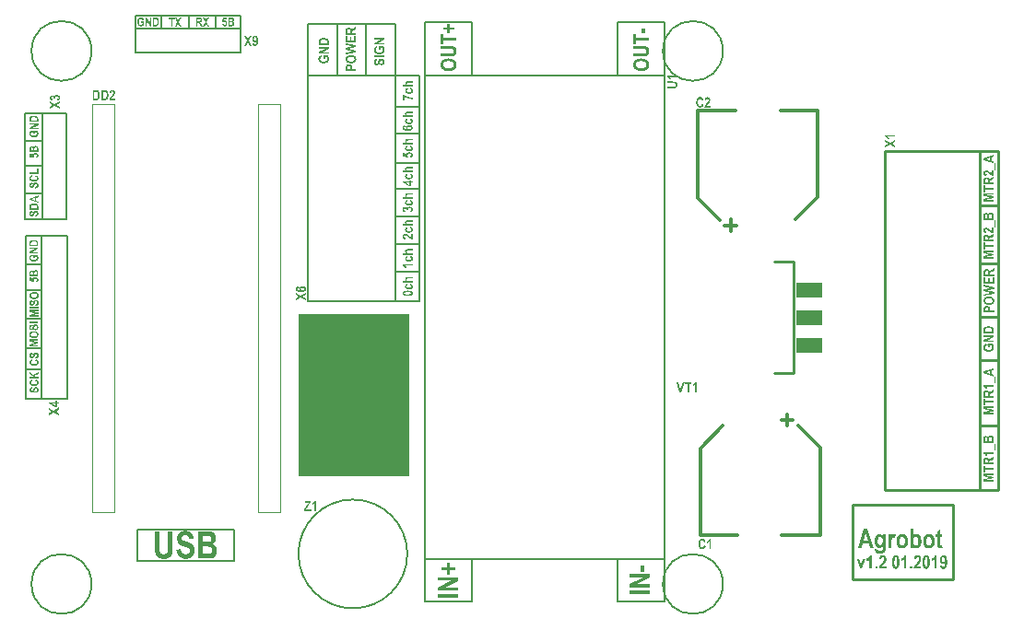
<source format=gto>
G04 Layer_Color=65535*
%FSLAX43Y43*%
%MOMM*%
G71*
G01*
G75*
%ADD16C,0.300*%
%ADD50C,0.200*%
%ADD53C,0.150*%
%ADD54C,0.254*%
%ADD55C,0.250*%
%ADD56C,0.100*%
%ADD57R,2.489X1.422*%
%ADD58R,10.200X15.000*%
G36*
X35544Y41229D02*
X35556Y41226D01*
X35572Y41220D01*
X35591Y41215D01*
X35612Y41206D01*
X35634Y41195D01*
X35657Y41181D01*
X35681Y41165D01*
X35704Y41147D01*
X35725Y41126D01*
X35743Y41102D01*
X35760Y41074D01*
X35771Y41043D01*
X35780Y41007D01*
X35781Y40989D01*
X35782Y40969D01*
Y40968D01*
Y40964D01*
X35781Y40957D01*
Y40947D01*
X35780Y40935D01*
X35777Y40921D01*
X35770Y40892D01*
X35764Y40875D01*
X35757Y40858D01*
X35749Y40841D01*
X35739Y40824D01*
X35726Y40807D01*
X35712Y40792D01*
X35696Y40776D01*
X35678Y40764D01*
X35677D01*
X35674Y40761D01*
X35667Y40758D01*
X35660Y40754D01*
X35649Y40748D01*
X35637Y40742D01*
X35623Y40737D01*
X35606Y40731D01*
X35589Y40724D01*
X35570Y40718D01*
X35548Y40713D01*
X35526Y40707D01*
X35478Y40700D01*
X35451Y40699D01*
X35424Y40697D01*
X35407D01*
X35395Y40699D01*
X35381Y40700D01*
X35364Y40701D01*
X35344Y40703D01*
X35324Y40707D01*
X35281Y40716D01*
X35236Y40728D01*
X35213Y40737D01*
X35192Y40748D01*
X35172Y40759D01*
X35154Y40772D01*
X35152Y40773D01*
X35150Y40776D01*
X35145Y40780D01*
X35140Y40786D01*
X35133Y40793D01*
X35124Y40803D01*
X35116Y40813D01*
X35107Y40826D01*
X35099Y40840D01*
X35090Y40854D01*
X35075Y40888D01*
X35069Y40907D01*
X35065Y40927D01*
X35062Y40948D01*
X35061Y40971D01*
Y40972D01*
Y40975D01*
Y40981D01*
X35062Y40988D01*
Y40996D01*
X35064Y41006D01*
X35068Y41029D01*
X35073Y41054D01*
X35083Y41082D01*
X35096Y41107D01*
X35114Y41133D01*
Y41134D01*
X35117Y41136D01*
X35124Y41143D01*
X35137Y41154D01*
X35155Y41168D01*
X35178Y41184D01*
X35206Y41198D01*
X35223Y41206D01*
X35241Y41212D01*
X35259Y41219D01*
X35281Y41224D01*
X35313Y41076D01*
X35312D01*
X35309Y41075D01*
X35303D01*
X35296Y41072D01*
X35279Y41067D01*
X35258Y41057D01*
X35238Y41044D01*
X35221Y41026D01*
X35214Y41014D01*
X35209Y41003D01*
X35206Y40989D01*
X35204Y40974D01*
Y40971D01*
Y40965D01*
X35207Y40954D01*
X35210Y40943D01*
X35216Y40928D01*
X35224Y40913D01*
X35237Y40899D01*
X35252Y40885D01*
X35255Y40883D01*
X35261Y40879D01*
X35274Y40873D01*
X35289Y40868D01*
X35312Y40862D01*
X35324Y40859D01*
X35338Y40857D01*
X35354Y40854D01*
X35371Y40852D01*
X35391Y40851D01*
X35430D01*
X35440Y40852D01*
X35451D01*
X35478Y40855D01*
X35506Y40859D01*
X35536Y40865D01*
X35561Y40872D01*
X35574Y40878D01*
X35584Y40883D01*
X35585Y40885D01*
X35591Y40889D01*
X35599Y40897D01*
X35608Y40907D01*
X35618Y40920D01*
X35625Y40937D01*
X35630Y40954D01*
X35633Y40975D01*
Y40976D01*
Y40982D01*
X35632Y40989D01*
X35629Y40999D01*
X35626Y41009D01*
X35622Y41021D01*
X35615Y41033D01*
X35605Y41043D01*
X35603Y41044D01*
X35599Y41047D01*
X35592Y41052D01*
X35581Y41058D01*
X35567Y41065D01*
X35550Y41072D01*
X35527Y41078D01*
X35502Y41083D01*
X35533Y41232D01*
X35536D01*
X35544Y41229D01*
D02*
G37*
G36*
X35767Y41702D02*
X35372D01*
X35361Y41701D01*
X35336D01*
X35309Y41698D01*
X35282Y41695D01*
X35271Y41694D01*
X35259Y41691D01*
X35251Y41688D01*
X35244Y41685D01*
X35243Y41684D01*
X35237Y41681D01*
X35230Y41676D01*
X35221Y41667D01*
X35214Y41657D01*
X35207Y41645D01*
X35202Y41628D01*
X35200Y41609D01*
Y41606D01*
Y41599D01*
X35203Y41590D01*
X35206Y41577D01*
X35212Y41561D01*
X35220Y41547D01*
X35231Y41532D01*
X35247Y41519D01*
X35250Y41518D01*
X35257Y41515D01*
X35268Y41509D01*
X35276Y41506D01*
X35286Y41504D01*
X35298Y41501D01*
X35310Y41498D01*
X35324Y41495D01*
X35340Y41492D01*
X35358Y41491D01*
X35378Y41489D01*
X35399Y41488D01*
X35767D01*
Y41337D01*
X34814D01*
Y41488D01*
X35165D01*
X35162Y41489D01*
X35157Y41494D01*
X35147Y41502D01*
X35135Y41511D01*
X35123Y41522D01*
X35110Y41536D01*
X35097Y41550D01*
X35087Y41566D01*
X35086Y41567D01*
X35083Y41573D01*
X35079Y41583D01*
X35073Y41594D01*
X35069Y41608D01*
X35065Y41623D01*
X35062Y41642D01*
X35061Y41660D01*
Y41661D01*
Y41663D01*
Y41671D01*
X35062Y41684D01*
X35065Y41700D01*
X35069Y41718D01*
X35076Y41736D01*
X35085Y41755D01*
X35097Y41773D01*
X35099Y41774D01*
X35104Y41780D01*
X35111Y41788D01*
X35123Y41798D01*
X35138Y41810D01*
X35155Y41819D01*
X35175Y41829D01*
X35199Y41838D01*
X35202Y41839D01*
X35209Y41841D01*
X35220Y41843D01*
X35237Y41846D01*
X35248Y41848D01*
X35259Y41849D01*
X35274D01*
X35288Y41850D01*
X35305Y41852D01*
X35321Y41853D01*
X35767D01*
Y41702D01*
D02*
G37*
G36*
X35575Y40529D02*
X35767D01*
Y40384D01*
X35575D01*
Y40064D01*
X35416D01*
X34811Y40403D01*
Y40529D01*
X35415D01*
Y40627D01*
X35575D01*
Y40529D01*
D02*
G37*
G36*
X35544Y38808D02*
X35556Y38805D01*
X35572Y38799D01*
X35591Y38793D01*
X35612Y38785D01*
X35634Y38774D01*
X35657Y38760D01*
X35681Y38744D01*
X35704Y38726D01*
X35725Y38705D01*
X35743Y38681D01*
X35760Y38652D01*
X35771Y38621D01*
X35780Y38586D01*
X35781Y38568D01*
X35782Y38548D01*
Y38547D01*
Y38543D01*
X35781Y38535D01*
Y38526D01*
X35780Y38514D01*
X35777Y38500D01*
X35770Y38471D01*
X35764Y38454D01*
X35757Y38437D01*
X35749Y38420D01*
X35739Y38403D01*
X35726Y38386D01*
X35712Y38371D01*
X35696Y38355D01*
X35678Y38342D01*
X35677D01*
X35674Y38340D01*
X35667Y38337D01*
X35660Y38332D01*
X35649Y38327D01*
X35637Y38321D01*
X35623Y38316D01*
X35606Y38310D01*
X35589Y38303D01*
X35570Y38297D01*
X35548Y38292D01*
X35526Y38286D01*
X35478Y38279D01*
X35451Y38278D01*
X35424Y38276D01*
X35407D01*
X35395Y38278D01*
X35381Y38279D01*
X35364Y38280D01*
X35344Y38282D01*
X35324Y38286D01*
X35281Y38294D01*
X35236Y38307D01*
X35213Y38316D01*
X35192Y38327D01*
X35172Y38338D01*
X35154Y38351D01*
X35152Y38352D01*
X35150Y38355D01*
X35145Y38359D01*
X35140Y38365D01*
X35133Y38372D01*
X35124Y38382D01*
X35116Y38392D01*
X35107Y38404D01*
X35099Y38418D01*
X35090Y38433D01*
X35075Y38466D01*
X35069Y38486D01*
X35065Y38506D01*
X35062Y38527D01*
X35061Y38550D01*
Y38551D01*
Y38554D01*
Y38559D01*
X35062Y38567D01*
Y38575D01*
X35064Y38585D01*
X35068Y38607D01*
X35073Y38633D01*
X35083Y38661D01*
X35096Y38686D01*
X35114Y38712D01*
Y38713D01*
X35117Y38715D01*
X35124Y38722D01*
X35137Y38733D01*
X35155Y38747D01*
X35178Y38762D01*
X35206Y38777D01*
X35223Y38785D01*
X35241Y38791D01*
X35259Y38798D01*
X35281Y38803D01*
X35313Y38655D01*
X35312D01*
X35309Y38654D01*
X35303D01*
X35296Y38651D01*
X35279Y38645D01*
X35258Y38636D01*
X35238Y38623D01*
X35221Y38605D01*
X35214Y38593D01*
X35209Y38582D01*
X35206Y38568D01*
X35204Y38552D01*
Y38550D01*
Y38544D01*
X35207Y38533D01*
X35210Y38521D01*
X35216Y38507D01*
X35224Y38492D01*
X35237Y38478D01*
X35252Y38464D01*
X35255Y38462D01*
X35261Y38458D01*
X35274Y38452D01*
X35289Y38447D01*
X35312Y38441D01*
X35324Y38438D01*
X35338Y38435D01*
X35354Y38433D01*
X35371Y38431D01*
X35391Y38430D01*
X35430D01*
X35440Y38431D01*
X35451D01*
X35478Y38434D01*
X35506Y38438D01*
X35536Y38444D01*
X35561Y38451D01*
X35574Y38457D01*
X35584Y38462D01*
X35585Y38464D01*
X35591Y38468D01*
X35599Y38476D01*
X35608Y38486D01*
X35618Y38499D01*
X35625Y38516D01*
X35630Y38533D01*
X35633Y38554D01*
Y38555D01*
Y38561D01*
X35632Y38568D01*
X35629Y38578D01*
X35626Y38588D01*
X35622Y38600D01*
X35615Y38612D01*
X35605Y38621D01*
X35603Y38623D01*
X35599Y38626D01*
X35592Y38631D01*
X35581Y38637D01*
X35567Y38644D01*
X35550Y38651D01*
X35527Y38657D01*
X35502Y38662D01*
X35533Y38810D01*
X35536D01*
X35544Y38808D01*
D02*
G37*
G36*
X35767Y39281D02*
X35372D01*
X35361Y39280D01*
X35336D01*
X35309Y39277D01*
X35282Y39274D01*
X35271Y39273D01*
X35259Y39270D01*
X35251Y39267D01*
X35244Y39264D01*
X35243Y39263D01*
X35237Y39260D01*
X35230Y39254D01*
X35221Y39246D01*
X35214Y39236D01*
X35207Y39223D01*
X35202Y39207D01*
X35200Y39188D01*
Y39185D01*
Y39178D01*
X35203Y39168D01*
X35206Y39156D01*
X35212Y39140D01*
X35220Y39126D01*
X35231Y39111D01*
X35247Y39098D01*
X35250Y39097D01*
X35257Y39094D01*
X35268Y39088D01*
X35276Y39085D01*
X35286Y39082D01*
X35298Y39080D01*
X35310Y39077D01*
X35324Y39074D01*
X35340Y39071D01*
X35358Y39070D01*
X35378Y39068D01*
X35399Y39067D01*
X35767D01*
Y38916D01*
X34814D01*
Y39067D01*
X35165D01*
X35162Y39068D01*
X35157Y39073D01*
X35147Y39081D01*
X35135Y39090D01*
X35123Y39101D01*
X35110Y39115D01*
X35097Y39129D01*
X35087Y39144D01*
X35086Y39146D01*
X35083Y39152D01*
X35079Y39161D01*
X35073Y39173D01*
X35069Y39187D01*
X35065Y39202D01*
X35062Y39221D01*
X35061Y39239D01*
Y39240D01*
Y39242D01*
Y39250D01*
X35062Y39263D01*
X35065Y39278D01*
X35069Y39297D01*
X35076Y39315D01*
X35085Y39333D01*
X35097Y39352D01*
X35099Y39353D01*
X35104Y39359D01*
X35111Y39367D01*
X35123Y39377D01*
X35138Y39388D01*
X35155Y39398D01*
X35175Y39408D01*
X35199Y39417D01*
X35202Y39418D01*
X35209Y39419D01*
X35220Y39422D01*
X35237Y39425D01*
X35248Y39426D01*
X35259Y39428D01*
X35274D01*
X35288Y39429D01*
X35305Y39431D01*
X35321Y39432D01*
X35767D01*
Y39281D01*
D02*
G37*
G36*
X35468Y43187D02*
X35479D01*
X35492Y43184D01*
X35506Y43183D01*
X35523Y43180D01*
X35558Y43172D01*
X35598Y43159D01*
X35618Y43151D01*
X35637Y43142D01*
X35658Y43131D01*
X35678Y43118D01*
X35680Y43117D01*
X35682Y43115D01*
X35688Y43111D01*
X35695Y43106D01*
X35702Y43098D01*
X35711Y43090D01*
X35720Y43079D01*
X35730Y43067D01*
X35740Y43055D01*
X35750Y43039D01*
X35758Y43024D01*
X35766Y43005D01*
X35773Y42987D01*
X35778Y42966D01*
X35781Y42945D01*
X35782Y42921D01*
Y42919D01*
Y42917D01*
Y42911D01*
X35781Y42904D01*
Y42895D01*
X35778Y42884D01*
X35774Y42860D01*
X35766Y42833D01*
X35754Y42804D01*
X35737Y42776D01*
X35726Y42762D01*
X35715Y42747D01*
X35713Y42746D01*
X35712Y42745D01*
X35708Y42740D01*
X35702Y42736D01*
X35695Y42731D01*
X35687Y42725D01*
X35677Y42718D01*
X35665Y42711D01*
X35653Y42704D01*
X35637Y42697D01*
X35622Y42690D01*
X35605Y42683D01*
X35587Y42677D01*
X35565Y42671D01*
X35522Y42664D01*
X35502Y42814D01*
X35505D01*
X35512Y42815D01*
X35524Y42818D01*
X35539Y42821D01*
X35554Y42825D01*
X35570Y42832D01*
X35587Y42840D01*
X35601Y42852D01*
X35602Y42853D01*
X35606Y42857D01*
X35612Y42864D01*
X35618Y42873D01*
X35625Y42883D01*
X35630Y42895D01*
X35634Y42908D01*
X35636Y42922D01*
Y42924D01*
X35634Y42931D01*
X35633Y42939D01*
X35630Y42949D01*
X35625Y42962D01*
X35616Y42976D01*
X35606Y42989D01*
X35591Y43001D01*
X35588Y43003D01*
X35582Y43007D01*
X35571Y43012D01*
X35557Y43018D01*
X35537Y43024D01*
X35513Y43029D01*
X35484Y43034D01*
X35451Y43035D01*
X35436D01*
X35420Y43034D01*
X35400Y43031D01*
X35379Y43027D01*
X35357Y43021D01*
X35337Y43012D01*
X35319Y43001D01*
X35317Y43000D01*
X35312Y42996D01*
X35305Y42989D01*
X35296Y42979D01*
X35289Y42967D01*
X35282Y42952D01*
X35276Y42936D01*
X35275Y42918D01*
Y42915D01*
X35276Y42907D01*
X35279Y42895D01*
X35283Y42880D01*
X35292Y42862D01*
X35305Y42842D01*
X35312Y42832D01*
X35321Y42822D01*
X35331Y42812D01*
X35344Y42802D01*
X35323Y42681D01*
X34827Y42757D01*
Y43153D01*
X34997D01*
Y42872D01*
X35161Y42846D01*
X35159Y42849D01*
X35155Y42855D01*
X35151Y42864D01*
X35144Y42879D01*
X35138Y42894D01*
X35134Y42911D01*
X35130Y42929D01*
X35128Y42949D01*
Y42950D01*
Y42953D01*
Y42958D01*
X35130Y42965D01*
X35131Y42973D01*
X35133Y42981D01*
X35137Y43004D01*
X35147Y43028D01*
X35159Y43055D01*
X35168Y43069D01*
X35178Y43082D01*
X35189Y43094D01*
X35202Y43107D01*
X35203Y43108D01*
X35206Y43111D01*
X35212Y43114D01*
X35219Y43120D01*
X35228Y43125D01*
X35240Y43132D01*
X35252Y43141D01*
X35267Y43148D01*
X35283Y43155D01*
X35302Y43163D01*
X35323Y43170D01*
X35344Y43176D01*
X35368Y43182D01*
X35392Y43186D01*
X35419Y43187D01*
X35447Y43189D01*
X35460D01*
X35468Y43187D01*
D02*
G37*
G36*
X35544Y46302D02*
X35556Y46299D01*
X35572Y46293D01*
X35591Y46288D01*
X35612Y46279D01*
X35634Y46268D01*
X35657Y46254D01*
X35681Y46238D01*
X35704Y46220D01*
X35725Y46199D01*
X35743Y46175D01*
X35760Y46147D01*
X35771Y46116D01*
X35780Y46081D01*
X35781Y46062D01*
X35782Y46043D01*
Y46041D01*
Y46037D01*
X35781Y46030D01*
Y46020D01*
X35780Y46009D01*
X35777Y45995D01*
X35770Y45965D01*
X35764Y45948D01*
X35757Y45931D01*
X35749Y45914D01*
X35739Y45897D01*
X35726Y45880D01*
X35712Y45865D01*
X35696Y45849D01*
X35678Y45837D01*
X35677D01*
X35674Y45834D01*
X35667Y45831D01*
X35660Y45827D01*
X35649Y45821D01*
X35637Y45816D01*
X35623Y45810D01*
X35606Y45804D01*
X35589Y45797D01*
X35570Y45792D01*
X35548Y45786D01*
X35526Y45780D01*
X35478Y45773D01*
X35451Y45772D01*
X35424Y45770D01*
X35407D01*
X35395Y45772D01*
X35381Y45773D01*
X35364Y45775D01*
X35344Y45776D01*
X35324Y45780D01*
X35281Y45789D01*
X35236Y45801D01*
X35213Y45810D01*
X35192Y45821D01*
X35172Y45832D01*
X35154Y45845D01*
X35152Y45847D01*
X35150Y45849D01*
X35145Y45854D01*
X35140Y45859D01*
X35133Y45866D01*
X35124Y45876D01*
X35116Y45886D01*
X35107Y45899D01*
X35099Y45913D01*
X35090Y45927D01*
X35075Y45961D01*
X35069Y45980D01*
X35065Y46000D01*
X35062Y46021D01*
X35061Y46044D01*
Y46045D01*
Y46048D01*
Y46054D01*
X35062Y46061D01*
Y46069D01*
X35064Y46079D01*
X35068Y46102D01*
X35073Y46127D01*
X35083Y46155D01*
X35096Y46181D01*
X35114Y46206D01*
Y46207D01*
X35117Y46209D01*
X35124Y46216D01*
X35137Y46227D01*
X35155Y46241D01*
X35178Y46257D01*
X35206Y46271D01*
X35223Y46279D01*
X35241Y46285D01*
X35259Y46292D01*
X35281Y46298D01*
X35313Y46150D01*
X35312D01*
X35309Y46148D01*
X35303D01*
X35296Y46145D01*
X35279Y46140D01*
X35258Y46130D01*
X35238Y46117D01*
X35221Y46099D01*
X35214Y46088D01*
X35209Y46076D01*
X35206Y46062D01*
X35204Y46047D01*
Y46044D01*
Y46038D01*
X35207Y46027D01*
X35210Y46016D01*
X35216Y46002D01*
X35224Y45986D01*
X35237Y45972D01*
X35252Y45958D01*
X35255Y45957D01*
X35261Y45952D01*
X35274Y45947D01*
X35289Y45941D01*
X35312Y45935D01*
X35324Y45933D01*
X35338Y45930D01*
X35354Y45927D01*
X35371Y45926D01*
X35391Y45924D01*
X35430D01*
X35440Y45926D01*
X35451D01*
X35478Y45928D01*
X35506Y45933D01*
X35536Y45938D01*
X35561Y45945D01*
X35574Y45951D01*
X35584Y45957D01*
X35585Y45958D01*
X35591Y45962D01*
X35599Y45971D01*
X35608Y45980D01*
X35618Y45993D01*
X35625Y46010D01*
X35630Y46027D01*
X35633Y46048D01*
Y46050D01*
Y46055D01*
X35632Y46062D01*
X35629Y46072D01*
X35626Y46082D01*
X35622Y46095D01*
X35615Y46106D01*
X35605Y46116D01*
X35603Y46117D01*
X35599Y46120D01*
X35592Y46126D01*
X35581Y46131D01*
X35567Y46138D01*
X35550Y46145D01*
X35527Y46151D01*
X35502Y46157D01*
X35533Y46305D01*
X35536D01*
X35544Y46302D01*
D02*
G37*
G36*
X35767Y46776D02*
X35372D01*
X35361Y46774D01*
X35336D01*
X35309Y46771D01*
X35282Y46769D01*
X35271Y46767D01*
X35259Y46764D01*
X35251Y46761D01*
X35244Y46759D01*
X35243Y46757D01*
X35237Y46754D01*
X35230Y46749D01*
X35221Y46740D01*
X35214Y46730D01*
X35207Y46718D01*
X35202Y46701D01*
X35200Y46683D01*
Y46680D01*
Y46673D01*
X35203Y46663D01*
X35206Y46650D01*
X35212Y46635D01*
X35220Y46621D01*
X35231Y46605D01*
X35247Y46592D01*
X35250Y46591D01*
X35257Y46588D01*
X35268Y46582D01*
X35276Y46580D01*
X35286Y46577D01*
X35298Y46574D01*
X35310Y46571D01*
X35324Y46568D01*
X35340Y46566D01*
X35358Y46564D01*
X35378Y46563D01*
X35399Y46561D01*
X35767D01*
Y46410D01*
X34814D01*
Y46561D01*
X35165D01*
X35162Y46563D01*
X35157Y46567D01*
X35147Y46575D01*
X35135Y46584D01*
X35123Y46595D01*
X35110Y46609D01*
X35097Y46623D01*
X35087Y46639D01*
X35086Y46640D01*
X35083Y46646D01*
X35079Y46656D01*
X35073Y46667D01*
X35069Y46681D01*
X35065Y46697D01*
X35062Y46715D01*
X35061Y46733D01*
Y46735D01*
Y46736D01*
Y46745D01*
X35062Y46757D01*
X35065Y46773D01*
X35069Y46791D01*
X35076Y46809D01*
X35085Y46828D01*
X35097Y46846D01*
X35099Y46847D01*
X35104Y46853D01*
X35111Y46862D01*
X35123Y46871D01*
X35138Y46883D01*
X35155Y46893D01*
X35175Y46902D01*
X35199Y46911D01*
X35202Y46912D01*
X35209Y46914D01*
X35220Y46917D01*
X35237Y46919D01*
X35248Y46921D01*
X35259Y46922D01*
X35274D01*
X35288Y46924D01*
X35305Y46925D01*
X35321Y46926D01*
X35767D01*
Y46776D01*
D02*
G37*
G36*
X35486Y45686D02*
X35499Y45684D01*
X35515Y45683D01*
X35530Y45682D01*
X35548Y45679D01*
X35585Y45669D01*
X35625Y45656D01*
X35644Y45648D01*
X35663Y45638D01*
X35681Y45627D01*
X35698Y45614D01*
X35699Y45613D01*
X35702Y45611D01*
X35706Y45607D01*
X35711Y45601D01*
X35718Y45594D01*
X35725Y45586D01*
X35740Y45565D01*
X35756Y45539D01*
X35770Y45508D01*
X35774Y45491D01*
X35778Y45473D01*
X35781Y45455D01*
X35782Y45435D01*
Y45434D01*
Y45429D01*
X35781Y45424D01*
Y45415D01*
X35780Y45405D01*
X35777Y45394D01*
X35768Y45367D01*
X35763Y45352D01*
X35756Y45336D01*
X35747Y45319D01*
X35736Y45304D01*
X35723Y45287D01*
X35709Y45271D01*
X35692Y45256D01*
X35673Y45240D01*
X35671Y45239D01*
X35667Y45238D01*
X35660Y45233D01*
X35651Y45229D01*
X35639Y45223D01*
X35623Y45216D01*
X35606Y45209D01*
X35585Y45202D01*
X35561Y45195D01*
X35533Y45188D01*
X35503Y45183D01*
X35470Y45176D01*
X35433Y45171D01*
X35393Y45167D01*
X35350Y45166D01*
X35303Y45164D01*
X35278D01*
X35261Y45166D01*
X35238Y45167D01*
X35214Y45169D01*
X35188Y45171D01*
X35158Y45174D01*
X35096Y45184D01*
X35034Y45198D01*
X35004Y45207D01*
X34976Y45218D01*
X34949Y45229D01*
X34927Y45243D01*
X34925Y45245D01*
X34921Y45247D01*
X34916Y45252D01*
X34908Y45257D01*
X34900Y45266D01*
X34890Y45276D01*
X34880Y45287D01*
X34869Y45300D01*
X34858Y45314D01*
X34848Y45329D01*
X34830Y45364D01*
X34822Y45384D01*
X34815Y45404D01*
X34813Y45426D01*
X34811Y45449D01*
Y45450D01*
Y45453D01*
Y45458D01*
X34813Y45463D01*
X34814Y45480D01*
X34818Y45500D01*
X34825Y45524D01*
X34837Y45548D01*
X34851Y45573D01*
X34870Y45596D01*
X34873Y45598D01*
X34882Y45606D01*
X34896Y45615D01*
X34914Y45628D01*
X34939Y45641D01*
X34970Y45653D01*
X35006Y45663D01*
X35048Y45672D01*
X35068Y45527D01*
X35064D01*
X35058Y45525D01*
X35051Y45524D01*
X35034Y45520D01*
X35014Y45511D01*
X34996Y45501D01*
X34979Y45486D01*
X34972Y45476D01*
X34966Y45466D01*
X34963Y45453D01*
X34962Y45441D01*
Y45439D01*
X34963Y45432D01*
X34965Y45424D01*
X34969Y45412D01*
X34975Y45400D01*
X34985Y45387D01*
X34997Y45373D01*
X35016Y45360D01*
X35018Y45359D01*
X35021Y45357D01*
X35027Y45355D01*
X35033Y45353D01*
X35041Y45349D01*
X35051Y45346D01*
X35062Y45343D01*
X35076Y45339D01*
X35092Y45336D01*
X35110Y45332D01*
X35130Y45329D01*
X35151Y45326D01*
X35175Y45324D01*
X35202Y45321D01*
X35231Y45319D01*
X35230Y45321D01*
X35224Y45325D01*
X35217Y45331D01*
X35209Y45338D01*
X35199Y45348D01*
X35189Y45357D01*
X35179Y45369D01*
X35171Y45381D01*
X35169Y45383D01*
X35168Y45387D01*
X35164Y45395D01*
X35159Y45404D01*
X35157Y45415D01*
X35152Y45429D01*
X35151Y45443D01*
X35150Y45459D01*
Y45460D01*
Y45463D01*
Y45467D01*
X35151Y45474D01*
X35152Y45483D01*
X35154Y45491D01*
X35161Y45514D01*
X35171Y45538D01*
X35178Y45552D01*
X35186Y45565D01*
X35196Y45579D01*
X35207Y45591D01*
X35220Y45606D01*
X35236Y45618D01*
X35237Y45620D01*
X35240Y45621D01*
X35244Y45625D01*
X35251Y45629D01*
X35259Y45634D01*
X35269Y45641D01*
X35282Y45646D01*
X35296Y45653D01*
X35312Y45659D01*
X35329Y45666D01*
X35347Y45672D01*
X35367Y45676D01*
X35389Y45682D01*
X35412Y45684D01*
X35437Y45686D01*
X35462Y45687D01*
X35477D01*
X35486Y45686D01*
D02*
G37*
G36*
X35544Y43799D02*
X35556Y43796D01*
X35572Y43791D01*
X35591Y43785D01*
X35612Y43777D01*
X35634Y43765D01*
X35657Y43751D01*
X35681Y43736D01*
X35704Y43717D01*
X35725Y43696D01*
X35743Y43672D01*
X35760Y43644D01*
X35771Y43613D01*
X35780Y43578D01*
X35781Y43559D01*
X35782Y43540D01*
Y43538D01*
Y43534D01*
X35781Y43527D01*
Y43517D01*
X35780Y43506D01*
X35777Y43492D01*
X35770Y43462D01*
X35764Y43445D01*
X35757Y43428D01*
X35749Y43411D01*
X35739Y43395D01*
X35726Y43378D01*
X35712Y43362D01*
X35696Y43347D01*
X35678Y43334D01*
X35677D01*
X35674Y43331D01*
X35667Y43328D01*
X35660Y43324D01*
X35649Y43318D01*
X35637Y43313D01*
X35623Y43307D01*
X35606Y43301D01*
X35589Y43294D01*
X35570Y43289D01*
X35548Y43283D01*
X35526Y43278D01*
X35478Y43270D01*
X35451Y43269D01*
X35424Y43268D01*
X35407D01*
X35395Y43269D01*
X35381Y43270D01*
X35364Y43272D01*
X35344Y43273D01*
X35324Y43278D01*
X35281Y43286D01*
X35236Y43299D01*
X35213Y43307D01*
X35192Y43318D01*
X35172Y43330D01*
X35154Y43342D01*
X35152Y43344D01*
X35150Y43347D01*
X35145Y43351D01*
X35140Y43356D01*
X35133Y43363D01*
X35124Y43373D01*
X35116Y43383D01*
X35107Y43396D01*
X35099Y43410D01*
X35090Y43424D01*
X35075Y43458D01*
X35069Y43478D01*
X35065Y43497D01*
X35062Y43519D01*
X35061Y43541D01*
Y43543D01*
Y43545D01*
Y43551D01*
X35062Y43558D01*
Y43567D01*
X35064Y43576D01*
X35068Y43599D01*
X35073Y43624D01*
X35083Y43652D01*
X35096Y43678D01*
X35114Y43703D01*
Y43705D01*
X35117Y43706D01*
X35124Y43713D01*
X35137Y43724D01*
X35155Y43738D01*
X35178Y43754D01*
X35206Y43768D01*
X35223Y43777D01*
X35241Y43782D01*
X35259Y43789D01*
X35281Y43795D01*
X35313Y43647D01*
X35312D01*
X35309Y43645D01*
X35303D01*
X35296Y43643D01*
X35279Y43637D01*
X35258Y43627D01*
X35238Y43614D01*
X35221Y43596D01*
X35214Y43585D01*
X35209Y43574D01*
X35206Y43559D01*
X35204Y43544D01*
Y43541D01*
Y43535D01*
X35207Y43524D01*
X35210Y43513D01*
X35216Y43499D01*
X35224Y43483D01*
X35237Y43469D01*
X35252Y43455D01*
X35255Y43454D01*
X35261Y43449D01*
X35274Y43444D01*
X35289Y43438D01*
X35312Y43433D01*
X35324Y43430D01*
X35338Y43427D01*
X35354Y43424D01*
X35371Y43423D01*
X35391Y43421D01*
X35430D01*
X35440Y43423D01*
X35451D01*
X35478Y43426D01*
X35506Y43430D01*
X35536Y43435D01*
X35561Y43442D01*
X35574Y43448D01*
X35584Y43454D01*
X35585Y43455D01*
X35591Y43459D01*
X35599Y43468D01*
X35608Y43478D01*
X35618Y43490D01*
X35625Y43507D01*
X35630Y43524D01*
X35633Y43545D01*
Y43547D01*
Y43552D01*
X35632Y43559D01*
X35629Y43569D01*
X35626Y43579D01*
X35622Y43592D01*
X35615Y43603D01*
X35605Y43613D01*
X35603Y43614D01*
X35599Y43617D01*
X35592Y43623D01*
X35581Y43629D01*
X35567Y43636D01*
X35550Y43643D01*
X35527Y43648D01*
X35502Y43654D01*
X35533Y43802D01*
X35536D01*
X35544Y43799D01*
D02*
G37*
G36*
X35767Y44273D02*
X35372D01*
X35361Y44271D01*
X35336D01*
X35309Y44269D01*
X35282Y44266D01*
X35271Y44264D01*
X35259Y44261D01*
X35251Y44259D01*
X35244Y44256D01*
X35243Y44254D01*
X35237Y44252D01*
X35230Y44246D01*
X35221Y44238D01*
X35214Y44228D01*
X35207Y44215D01*
X35202Y44198D01*
X35200Y44180D01*
Y44177D01*
Y44170D01*
X35203Y44160D01*
X35206Y44147D01*
X35212Y44132D01*
X35220Y44118D01*
X35231Y44102D01*
X35247Y44090D01*
X35250Y44088D01*
X35257Y44085D01*
X35268Y44080D01*
X35276Y44077D01*
X35286Y44074D01*
X35298Y44071D01*
X35310Y44068D01*
X35324Y44066D01*
X35340Y44063D01*
X35358Y44061D01*
X35378Y44060D01*
X35399Y44058D01*
X35767D01*
Y43908D01*
X34814D01*
Y44058D01*
X35165D01*
X35162Y44060D01*
X35157Y44064D01*
X35147Y44073D01*
X35135Y44081D01*
X35123Y44092D01*
X35110Y44106D01*
X35097Y44121D01*
X35087Y44136D01*
X35086Y44137D01*
X35083Y44143D01*
X35079Y44153D01*
X35073Y44164D01*
X35069Y44178D01*
X35065Y44194D01*
X35062Y44212D01*
X35061Y44230D01*
Y44232D01*
Y44233D01*
Y44242D01*
X35062Y44254D01*
X35065Y44270D01*
X35069Y44288D01*
X35076Y44307D01*
X35085Y44325D01*
X35097Y44343D01*
X35099Y44345D01*
X35104Y44350D01*
X35111Y44359D01*
X35123Y44369D01*
X35138Y44380D01*
X35155Y44390D01*
X35175Y44400D01*
X35199Y44408D01*
X35202Y44410D01*
X35209Y44411D01*
X35220Y44414D01*
X35237Y44417D01*
X35248Y44418D01*
X35259Y44419D01*
X35274D01*
X35288Y44421D01*
X35305Y44422D01*
X35321Y44424D01*
X35767D01*
Y44273D01*
D02*
G37*
G36*
X35503Y38183D02*
X35515Y38182D01*
X35527Y38180D01*
X35541Y38177D01*
X35558Y38175D01*
X35592Y38165D01*
X35627Y38151D01*
X35646Y38142D01*
X35664Y38132D01*
X35681Y38120D01*
X35698Y38106D01*
X35699Y38104D01*
X35702Y38103D01*
X35706Y38097D01*
X35711Y38091D01*
X35718Y38084D01*
X35725Y38076D01*
X35740Y38053D01*
X35756Y38027D01*
X35770Y37996D01*
X35774Y37977D01*
X35778Y37959D01*
X35781Y37941D01*
X35782Y37921D01*
Y37919D01*
Y37917D01*
Y37911D01*
X35781Y37904D01*
X35780Y37895D01*
X35778Y37884D01*
X35774Y37860D01*
X35766Y37833D01*
X35751Y37804D01*
X35744Y37788D01*
X35735Y37774D01*
X35723Y37760D01*
X35711Y37746D01*
X35709Y37745D01*
X35708Y37743D01*
X35704Y37739D01*
X35698Y37735D01*
X35689Y37729D01*
X35681Y37723D01*
X35671Y37716D01*
X35658Y37709D01*
X35646Y37702D01*
X35630Y37695D01*
X35615Y37688D01*
X35596Y37681D01*
X35558Y37671D01*
X35513Y37664D01*
X35492Y37809D01*
X35495D01*
X35503Y37811D01*
X35515Y37812D01*
X35530Y37817D01*
X35547Y37821D01*
X35564Y37828D01*
X35581Y37836D01*
X35595Y37846D01*
X35596Y37848D01*
X35601Y37852D01*
X35606Y37859D01*
X35612Y37867D01*
X35619Y37877D01*
X35625Y37890D01*
X35629Y37904D01*
X35630Y37919D01*
Y37921D01*
Y37928D01*
X35627Y37936D01*
X35625Y37946D01*
X35620Y37959D01*
X35613Y37973D01*
X35603Y37986D01*
X35589Y37998D01*
X35588Y38000D01*
X35581Y38004D01*
X35572Y38008D01*
X35558Y38015D01*
X35543Y38021D01*
X35522Y38025D01*
X35499Y38029D01*
X35472Y38031D01*
X35461D01*
X35448Y38029D01*
X35433Y38027D01*
X35416Y38024D01*
X35398Y38018D01*
X35379Y38010D01*
X35364Y38000D01*
X35362Y37998D01*
X35357Y37994D01*
X35351Y37987D01*
X35343Y37979D01*
X35336Y37967D01*
X35329Y37955D01*
X35324Y37941D01*
X35323Y37925D01*
Y37924D01*
Y37919D01*
Y37914D01*
X35324Y37907D01*
X35326Y37897D01*
X35329Y37884D01*
X35333Y37872D01*
X35337Y37857D01*
X35188Y37873D01*
Y37876D01*
Y37883D01*
X35186Y37894D01*
X35185Y37907D01*
X35181Y37922D01*
X35176Y37938D01*
X35168Y37952D01*
X35158Y37966D01*
X35157Y37967D01*
X35152Y37972D01*
X35144Y37977D01*
X35134Y37983D01*
X35121Y37989D01*
X35106Y37994D01*
X35087Y37998D01*
X35066Y38000D01*
X35058D01*
X35049Y37998D01*
X35038Y37997D01*
X35027Y37994D01*
X35014Y37989D01*
X35001Y37983D01*
X34990Y37974D01*
X34989Y37973D01*
X34986Y37970D01*
X34982Y37965D01*
X34976Y37958D01*
X34970Y37949D01*
X34966Y37938D01*
X34963Y37925D01*
X34962Y37911D01*
Y37910D01*
Y37905D01*
X34963Y37897D01*
X34966Y37888D01*
X34970Y37879D01*
X34976Y37867D01*
X34983Y37856D01*
X34994Y37845D01*
X34996Y37843D01*
X35000Y37840D01*
X35009Y37836D01*
X35018Y37831D01*
X35031Y37825D01*
X35048Y37819D01*
X35066Y37815D01*
X35089Y37812D01*
X35061Y37674D01*
X35059D01*
X35055Y37676D01*
X35048Y37677D01*
X35040Y37678D01*
X35028Y37681D01*
X35017Y37684D01*
X34989Y37692D01*
X34958Y37704D01*
X34927Y37718D01*
X34897Y37736D01*
X34883Y37746D01*
X34872Y37757D01*
X34870Y37759D01*
X34869Y37760D01*
X34862Y37769D01*
X34852Y37783D01*
X34841Y37801D01*
X34831Y37824D01*
X34821Y37852D01*
X34814Y37883D01*
X34811Y37900D01*
Y37917D01*
Y37918D01*
Y37921D01*
Y37926D01*
X34813Y37935D01*
X34814Y37943D01*
X34815Y37953D01*
X34821Y37979D01*
X34830Y38005D01*
X34844Y38034D01*
X34852Y38048D01*
X34862Y38062D01*
X34873Y38075D01*
X34887Y38087D01*
X34889Y38089D01*
X34890Y38090D01*
X34894Y38093D01*
X34900Y38097D01*
X34907Y38101D01*
X34916Y38107D01*
X34937Y38120D01*
X34962Y38131D01*
X34990Y38141D01*
X35021Y38148D01*
X35038Y38151D01*
X35065D01*
X35078Y38149D01*
X35092Y38146D01*
X35110Y38144D01*
X35128Y38138D01*
X35148Y38131D01*
X35168Y38121D01*
X35171Y38120D01*
X35176Y38115D01*
X35185Y38110D01*
X35197Y38100D01*
X35210Y38089D01*
X35226Y38073D01*
X35241Y38056D01*
X35255Y38036D01*
Y38038D01*
X35257Y38039D01*
X35259Y38048D01*
X35264Y38059D01*
X35271Y38075D01*
X35282Y38091D01*
X35295Y38108D01*
X35312Y38125D01*
X35333Y38142D01*
X35336Y38144D01*
X35344Y38149D01*
X35357Y38156D01*
X35374Y38163D01*
X35395Y38172D01*
X35420Y38177D01*
X35450Y38183D01*
X35482Y38184D01*
X35495D01*
X35503Y38183D01*
D02*
G37*
G36*
X35544Y31102D02*
X35556Y31099D01*
X35572Y31093D01*
X35591Y31088D01*
X35612Y31079D01*
X35634Y31068D01*
X35657Y31054D01*
X35681Y31038D01*
X35704Y31020D01*
X35725Y30999D01*
X35743Y30975D01*
X35760Y30947D01*
X35771Y30916D01*
X35780Y30881D01*
X35781Y30862D01*
X35782Y30843D01*
Y30841D01*
Y30837D01*
X35781Y30830D01*
Y30820D01*
X35780Y30809D01*
X35777Y30795D01*
X35770Y30765D01*
X35764Y30748D01*
X35757Y30731D01*
X35749Y30714D01*
X35739Y30697D01*
X35726Y30680D01*
X35712Y30665D01*
X35696Y30649D01*
X35678Y30637D01*
X35677D01*
X35674Y30634D01*
X35667Y30631D01*
X35660Y30627D01*
X35649Y30621D01*
X35637Y30616D01*
X35623Y30610D01*
X35606Y30604D01*
X35589Y30597D01*
X35570Y30592D01*
X35548Y30586D01*
X35526Y30580D01*
X35478Y30573D01*
X35451Y30572D01*
X35424Y30570D01*
X35407D01*
X35395Y30572D01*
X35381Y30573D01*
X35364Y30575D01*
X35344Y30576D01*
X35324Y30580D01*
X35281Y30589D01*
X35236Y30601D01*
X35213Y30610D01*
X35192Y30621D01*
X35172Y30632D01*
X35154Y30645D01*
X35152Y30647D01*
X35150Y30649D01*
X35145Y30654D01*
X35140Y30659D01*
X35133Y30666D01*
X35124Y30676D01*
X35116Y30686D01*
X35107Y30699D01*
X35099Y30713D01*
X35090Y30727D01*
X35075Y30761D01*
X35069Y30781D01*
X35065Y30800D01*
X35062Y30821D01*
X35061Y30844D01*
Y30845D01*
Y30848D01*
Y30854D01*
X35062Y30861D01*
Y30869D01*
X35064Y30879D01*
X35068Y30902D01*
X35073Y30927D01*
X35083Y30955D01*
X35096Y30981D01*
X35114Y31006D01*
Y31007D01*
X35117Y31009D01*
X35124Y31016D01*
X35137Y31027D01*
X35155Y31041D01*
X35178Y31057D01*
X35206Y31071D01*
X35223Y31079D01*
X35241Y31085D01*
X35259Y31092D01*
X35281Y31098D01*
X35313Y30950D01*
X35312D01*
X35309Y30948D01*
X35303D01*
X35296Y30945D01*
X35279Y30940D01*
X35258Y30930D01*
X35238Y30917D01*
X35221Y30899D01*
X35214Y30888D01*
X35209Y30876D01*
X35206Y30862D01*
X35204Y30847D01*
Y30844D01*
Y30838D01*
X35207Y30827D01*
X35210Y30816D01*
X35216Y30802D01*
X35224Y30786D01*
X35237Y30772D01*
X35252Y30758D01*
X35255Y30757D01*
X35261Y30752D01*
X35274Y30747D01*
X35289Y30741D01*
X35312Y30735D01*
X35324Y30733D01*
X35338Y30730D01*
X35354Y30727D01*
X35371Y30726D01*
X35391Y30724D01*
X35430D01*
X35440Y30726D01*
X35451D01*
X35478Y30728D01*
X35506Y30733D01*
X35536Y30738D01*
X35561Y30745D01*
X35574Y30751D01*
X35584Y30757D01*
X35585Y30758D01*
X35591Y30762D01*
X35599Y30771D01*
X35608Y30781D01*
X35618Y30793D01*
X35625Y30810D01*
X35630Y30827D01*
X35633Y30848D01*
Y30850D01*
Y30855D01*
X35632Y30862D01*
X35629Y30872D01*
X35626Y30882D01*
X35622Y30895D01*
X35615Y30906D01*
X35605Y30916D01*
X35603Y30917D01*
X35599Y30920D01*
X35592Y30926D01*
X35581Y30931D01*
X35567Y30938D01*
X35550Y30945D01*
X35527Y30951D01*
X35502Y30957D01*
X35533Y31105D01*
X35536D01*
X35544Y31102D01*
D02*
G37*
G36*
X35767Y31576D02*
X35372D01*
X35361Y31574D01*
X35336D01*
X35309Y31571D01*
X35282Y31569D01*
X35271Y31567D01*
X35259Y31564D01*
X35251Y31561D01*
X35244Y31559D01*
X35243Y31557D01*
X35237Y31554D01*
X35230Y31549D01*
X35221Y31540D01*
X35214Y31530D01*
X35207Y31518D01*
X35202Y31501D01*
X35200Y31483D01*
Y31480D01*
Y31473D01*
X35203Y31463D01*
X35206Y31450D01*
X35212Y31435D01*
X35220Y31421D01*
X35231Y31405D01*
X35247Y31392D01*
X35250Y31391D01*
X35257Y31388D01*
X35268Y31382D01*
X35276Y31380D01*
X35286Y31377D01*
X35298Y31374D01*
X35310Y31371D01*
X35324Y31368D01*
X35340Y31366D01*
X35358Y31364D01*
X35378Y31363D01*
X35399Y31361D01*
X35767D01*
Y31210D01*
X34814D01*
Y31361D01*
X35165D01*
X35162Y31363D01*
X35157Y31367D01*
X35147Y31375D01*
X35135Y31384D01*
X35123Y31395D01*
X35110Y31409D01*
X35097Y31423D01*
X35087Y31439D01*
X35086Y31440D01*
X35083Y31446D01*
X35079Y31456D01*
X35073Y31467D01*
X35069Y31481D01*
X35065Y31497D01*
X35062Y31515D01*
X35061Y31533D01*
Y31535D01*
Y31536D01*
Y31545D01*
X35062Y31557D01*
X35065Y31573D01*
X35069Y31591D01*
X35076Y31609D01*
X35085Y31628D01*
X35097Y31646D01*
X35099Y31647D01*
X35104Y31653D01*
X35111Y31662D01*
X35123Y31671D01*
X35138Y31683D01*
X35155Y31693D01*
X35175Y31702D01*
X35199Y31711D01*
X35202Y31712D01*
X35209Y31714D01*
X35220Y31717D01*
X35237Y31719D01*
X35248Y31721D01*
X35259Y31722D01*
X35274D01*
X35288Y31724D01*
X35305Y31725D01*
X35321Y31726D01*
X35767D01*
Y31576D01*
D02*
G37*
G36*
X35341Y30470D02*
X35364D01*
X35388Y30468D01*
X35416Y30466D01*
X35446Y30463D01*
X35508Y30455D01*
X35571Y30442D01*
X35601Y30434D01*
X35627Y30425D01*
X35653Y30414D01*
X35675Y30401D01*
X35677Y30400D01*
X35680Y30398D01*
X35685Y30394D01*
X35692Y30389D01*
X35701Y30382D01*
X35709Y30373D01*
X35729Y30352D01*
X35749Y30325D01*
X35766Y30294D01*
X35773Y30277D01*
X35778Y30259D01*
X35781Y30239D01*
X35782Y30218D01*
Y30217D01*
Y30212D01*
X35781Y30207D01*
Y30200D01*
X35780Y30190D01*
X35777Y30179D01*
X35770Y30152D01*
X35764Y30138D01*
X35757Y30122D01*
X35749Y30108D01*
X35737Y30093D01*
X35726Y30077D01*
X35712Y30062D01*
X35695Y30047D01*
X35677Y30033D01*
X35675Y30032D01*
X35671Y30031D01*
X35665Y30028D01*
X35656Y30022D01*
X35643Y30018D01*
X35629Y30012D01*
X35610Y30005D01*
X35589Y30000D01*
X35564Y29992D01*
X35537Y29987D01*
X35506Y29980D01*
X35471Y29976D01*
X35433Y29971D01*
X35391Y29967D01*
X35345Y29966D01*
X35296Y29964D01*
X35271D01*
X35252Y29966D01*
X35231Y29967D01*
X35206Y29969D01*
X35178Y29970D01*
X35148Y29973D01*
X35086Y29981D01*
X35024Y29994D01*
X34994Y30001D01*
X34968Y30011D01*
X34942Y30021D01*
X34920Y30033D01*
X34918Y30035D01*
X34916Y30036D01*
X34910Y30040D01*
X34903Y30046D01*
X34894Y30053D01*
X34886Y30062D01*
X34865Y30083D01*
X34845Y30109D01*
X34828Y30140D01*
X34821Y30157D01*
X34815Y30176D01*
X34813Y30195D01*
X34811Y30217D01*
Y30218D01*
Y30222D01*
Y30228D01*
X34813Y30235D01*
X34814Y30245D01*
X34817Y30256D01*
X34825Y30283D01*
X34831Y30297D01*
X34838Y30312D01*
X34846Y30327D01*
X34856Y30342D01*
X34869Y30358D01*
X34884Y30373D01*
X34900Y30387D01*
X34920Y30401D01*
X34921Y30403D01*
X34925Y30404D01*
X34931Y30408D01*
X34941Y30413D01*
X34954Y30418D01*
X34968Y30424D01*
X34986Y30429D01*
X35007Y30437D01*
X35033Y30444D01*
X35059Y30449D01*
X35090Y30455D01*
X35126Y30461D01*
X35162Y30465D01*
X35204Y30469D01*
X35248Y30470D01*
X35298Y30472D01*
X35323D01*
X35341Y30470D01*
D02*
G37*
G36*
X56271Y53691D02*
X57467D01*
Y53453D01*
X56271D01*
Y53101D01*
X56028D01*
Y54040D01*
X56271D01*
Y53691D01*
D02*
G37*
G36*
X57084Y54123D02*
X56807D01*
Y54570D01*
X57084D01*
Y54123D01*
D02*
G37*
G36*
X35767Y32759D02*
X35078D01*
X35079Y32757D01*
X35082Y32755D01*
X35086Y32750D01*
X35093Y32743D01*
X35100Y32736D01*
X35110Y32726D01*
X35120Y32715D01*
X35130Y32702D01*
X35152Y32674D01*
X35176Y32642D01*
X35197Y32604D01*
X35216Y32564D01*
X35049D01*
Y32566D01*
X35048Y32567D01*
X35045Y32576D01*
X35038Y32587D01*
X35030Y32604D01*
X35017Y32624D01*
X35001Y32645D01*
X34983Y32669D01*
X34961Y32694D01*
X34959Y32695D01*
X34958Y32697D01*
X34949Y32705D01*
X34935Y32717D01*
X34917Y32731D01*
X34896Y32746D01*
X34870Y32762D01*
X34842Y32776D01*
X34811Y32787D01*
Y32910D01*
X35767D01*
Y32759D01*
D02*
G37*
G36*
X35544Y36322D02*
X35556Y36319D01*
X35572Y36313D01*
X35591Y36308D01*
X35612Y36299D01*
X35634Y36288D01*
X35657Y36274D01*
X35681Y36258D01*
X35704Y36240D01*
X35725Y36219D01*
X35743Y36195D01*
X35760Y36167D01*
X35771Y36136D01*
X35780Y36100D01*
X35781Y36082D01*
X35782Y36062D01*
Y36061D01*
Y36057D01*
X35781Y36050D01*
Y36040D01*
X35780Y36028D01*
X35777Y36014D01*
X35770Y35985D01*
X35764Y35968D01*
X35757Y35951D01*
X35749Y35934D01*
X35739Y35917D01*
X35726Y35900D01*
X35712Y35885D01*
X35696Y35869D01*
X35678Y35856D01*
X35677D01*
X35674Y35854D01*
X35667Y35851D01*
X35660Y35847D01*
X35649Y35841D01*
X35637Y35835D01*
X35623Y35830D01*
X35606Y35824D01*
X35589Y35817D01*
X35570Y35811D01*
X35548Y35806D01*
X35526Y35800D01*
X35478Y35793D01*
X35451Y35792D01*
X35424Y35790D01*
X35407D01*
X35395Y35792D01*
X35381Y35793D01*
X35364Y35794D01*
X35344Y35796D01*
X35324Y35800D01*
X35281Y35809D01*
X35236Y35821D01*
X35213Y35830D01*
X35192Y35841D01*
X35172Y35852D01*
X35154Y35865D01*
X35152Y35866D01*
X35150Y35869D01*
X35145Y35873D01*
X35140Y35879D01*
X35133Y35886D01*
X35124Y35896D01*
X35116Y35906D01*
X35107Y35918D01*
X35099Y35933D01*
X35090Y35947D01*
X35075Y35981D01*
X35069Y36000D01*
X35065Y36020D01*
X35062Y36041D01*
X35061Y36064D01*
Y36065D01*
Y36068D01*
Y36074D01*
X35062Y36081D01*
Y36089D01*
X35064Y36099D01*
X35068Y36121D01*
X35073Y36147D01*
X35083Y36175D01*
X35096Y36200D01*
X35114Y36226D01*
Y36227D01*
X35117Y36229D01*
X35124Y36236D01*
X35137Y36247D01*
X35155Y36261D01*
X35178Y36277D01*
X35206Y36291D01*
X35223Y36299D01*
X35241Y36305D01*
X35259Y36312D01*
X35281Y36317D01*
X35313Y36169D01*
X35312D01*
X35309Y36168D01*
X35303D01*
X35296Y36165D01*
X35279Y36160D01*
X35258Y36150D01*
X35238Y36137D01*
X35221Y36119D01*
X35214Y36107D01*
X35209Y36096D01*
X35206Y36082D01*
X35204Y36067D01*
Y36064D01*
Y36058D01*
X35207Y36047D01*
X35210Y36035D01*
X35216Y36021D01*
X35224Y36006D01*
X35237Y35992D01*
X35252Y35978D01*
X35255Y35976D01*
X35261Y35972D01*
X35274Y35966D01*
X35289Y35961D01*
X35312Y35955D01*
X35324Y35952D01*
X35338Y35949D01*
X35354Y35947D01*
X35371Y35945D01*
X35391Y35944D01*
X35430D01*
X35440Y35945D01*
X35451D01*
X35478Y35948D01*
X35506Y35952D01*
X35536Y35958D01*
X35561Y35965D01*
X35574Y35971D01*
X35584Y35976D01*
X35585Y35978D01*
X35591Y35982D01*
X35599Y35990D01*
X35608Y36000D01*
X35618Y36013D01*
X35625Y36030D01*
X35630Y36047D01*
X35633Y36068D01*
Y36069D01*
Y36075D01*
X35632Y36082D01*
X35629Y36092D01*
X35626Y36102D01*
X35622Y36114D01*
X35615Y36126D01*
X35605Y36136D01*
X35603Y36137D01*
X35599Y36140D01*
X35592Y36145D01*
X35581Y36151D01*
X35567Y36158D01*
X35550Y36165D01*
X35527Y36171D01*
X35502Y36176D01*
X35533Y36324D01*
X35536D01*
X35544Y36322D01*
D02*
G37*
G36*
X35767Y36795D02*
X35372D01*
X35361Y36794D01*
X35336D01*
X35309Y36791D01*
X35282Y36788D01*
X35271Y36787D01*
X35259Y36784D01*
X35251Y36781D01*
X35244Y36778D01*
X35243Y36777D01*
X35237Y36774D01*
X35230Y36769D01*
X35221Y36760D01*
X35214Y36750D01*
X35207Y36738D01*
X35202Y36721D01*
X35200Y36702D01*
Y36699D01*
Y36692D01*
X35203Y36683D01*
X35206Y36670D01*
X35212Y36654D01*
X35220Y36640D01*
X35231Y36625D01*
X35247Y36612D01*
X35250Y36611D01*
X35257Y36608D01*
X35268Y36602D01*
X35276Y36599D01*
X35286Y36597D01*
X35298Y36594D01*
X35310Y36591D01*
X35324Y36588D01*
X35340Y36585D01*
X35358Y36584D01*
X35378Y36582D01*
X35399Y36581D01*
X35767D01*
Y36430D01*
X34814D01*
Y36581D01*
X35165D01*
X35162Y36582D01*
X35157Y36587D01*
X35147Y36595D01*
X35135Y36604D01*
X35123Y36615D01*
X35110Y36629D01*
X35097Y36643D01*
X35087Y36659D01*
X35086Y36660D01*
X35083Y36666D01*
X35079Y36675D01*
X35073Y36687D01*
X35069Y36701D01*
X35065Y36716D01*
X35062Y36735D01*
X35061Y36753D01*
Y36754D01*
Y36756D01*
Y36764D01*
X35062Y36777D01*
X35065Y36792D01*
X35069Y36811D01*
X35076Y36829D01*
X35085Y36847D01*
X35097Y36866D01*
X35099Y36867D01*
X35104Y36873D01*
X35111Y36881D01*
X35123Y36891D01*
X35138Y36902D01*
X35155Y36912D01*
X35175Y36922D01*
X35199Y36931D01*
X35202Y36932D01*
X35209Y36933D01*
X35220Y36936D01*
X35237Y36939D01*
X35248Y36941D01*
X35259Y36942D01*
X35274D01*
X35288Y36943D01*
X35305Y36945D01*
X35321Y36946D01*
X35767D01*
Y36795D01*
D02*
G37*
G36*
Y35164D02*
X35763D01*
X35757Y35166D01*
X35750D01*
X35742Y35167D01*
X35732Y35170D01*
X35708Y35174D01*
X35681Y35180D01*
X35650Y35190D01*
X35618Y35201D01*
X35585Y35215D01*
X35584D01*
X35581Y35218D01*
X35577Y35219D01*
X35570Y35223D01*
X35561Y35229D01*
X35550Y35235D01*
X35539Y35243D01*
X35524Y35253D01*
X35509Y35263D01*
X35492Y35276D01*
X35474Y35288D01*
X35453Y35304D01*
X35431Y35321D01*
X35409Y35340D01*
X35384Y35360D01*
X35358Y35383D01*
X35357Y35384D01*
X35353Y35387D01*
X35347Y35393D01*
X35340Y35398D01*
X35331Y35407D01*
X35320Y35415D01*
X35296Y35435D01*
X35271Y35456D01*
X35247Y35476D01*
X35224Y35493D01*
X35214Y35500D01*
X35206Y35505D01*
X35203Y35507D01*
X35196Y35511D01*
X35185Y35517D01*
X35169Y35522D01*
X35152Y35528D01*
X35133Y35534D01*
X35111Y35538D01*
X35090Y35539D01*
X35080D01*
X35069Y35538D01*
X35055Y35536D01*
X35040Y35532D01*
X35024Y35528D01*
X35009Y35521D01*
X34996Y35511D01*
X34994Y35510D01*
X34990Y35505D01*
X34986Y35500D01*
X34979Y35491D01*
X34973Y35481D01*
X34969Y35469D01*
X34965Y35453D01*
X34963Y35438D01*
Y35436D01*
Y35434D01*
X34965Y35428D01*
X34966Y35422D01*
X34972Y35405D01*
X34976Y35397D01*
X34982Y35387D01*
X34990Y35377D01*
X35000Y35367D01*
X35011Y35359D01*
X35027Y35350D01*
X35044Y35343D01*
X35064Y35338D01*
X35086Y35333D01*
X35113Y35331D01*
X35093Y35181D01*
X35092D01*
X35086Y35183D01*
X35079D01*
X35069Y35184D01*
X35058Y35187D01*
X35044Y35188D01*
X35028Y35192D01*
X35011Y35197D01*
X34978Y35207D01*
X34942Y35221D01*
X34908Y35239D01*
X34894Y35249D01*
X34880Y35262D01*
X34879Y35263D01*
X34877Y35264D01*
X34873Y35269D01*
X34869Y35274D01*
X34865Y35281D01*
X34858Y35288D01*
X34845Y35309D01*
X34832Y35335D01*
X34822Y35366D01*
X34814Y35401D01*
X34813Y35421D01*
X34811Y35441D01*
Y35442D01*
Y35446D01*
Y35452D01*
X34813Y35460D01*
X34814Y35472D01*
X34815Y35483D01*
X34821Y35511D01*
X34831Y35541D01*
X34837Y35556D01*
X34845Y35572D01*
X34855Y35587D01*
X34865Y35601D01*
X34877Y35614D01*
X34892Y35627D01*
X34893Y35628D01*
X34896Y35629D01*
X34900Y35632D01*
X34906Y35637D01*
X34913Y35641D01*
X34923Y35646D01*
X34945Y35659D01*
X34972Y35670D01*
X35003Y35680D01*
X35037Y35687D01*
X35055Y35690D01*
X35085D01*
X35096Y35689D01*
X35111D01*
X35128Y35686D01*
X35148Y35683D01*
X35168Y35679D01*
X35189Y35673D01*
X35192D01*
X35199Y35670D01*
X35209Y35666D01*
X35223Y35662D01*
X35240Y35655D01*
X35258Y35646D01*
X35278Y35635D01*
X35299Y35624D01*
X35302Y35622D01*
X35309Y35618D01*
X35321Y35610D01*
X35337Y35598D01*
X35358Y35583D01*
X35382Y35563D01*
X35410Y35541D01*
X35441Y35514D01*
X35443Y35512D01*
X35444Y35511D01*
X35448Y35507D01*
X35454Y35503D01*
X35468Y35490D01*
X35485Y35476D01*
X35503Y35460D01*
X35520Y35445D01*
X35536Y35432D01*
X35548Y35422D01*
X35550Y35421D01*
X35553Y35419D01*
X35558Y35415D01*
X35564Y35411D01*
X35579Y35401D01*
X35598Y35391D01*
Y35690D01*
X35767D01*
Y35164D01*
D02*
G37*
G36*
X35544Y33662D02*
X35556Y33660D01*
X35572Y33654D01*
X35591Y33648D01*
X35612Y33640D01*
X35634Y33629D01*
X35657Y33615D01*
X35681Y33599D01*
X35704Y33581D01*
X35725Y33560D01*
X35743Y33536D01*
X35760Y33507D01*
X35771Y33476D01*
X35780Y33441D01*
X35781Y33423D01*
X35782Y33403D01*
Y33402D01*
Y33397D01*
X35781Y33390D01*
Y33381D01*
X35780Y33369D01*
X35777Y33355D01*
X35770Y33326D01*
X35764Y33309D01*
X35757Y33292D01*
X35749Y33275D01*
X35739Y33258D01*
X35726Y33241D01*
X35712Y33225D01*
X35696Y33210D01*
X35678Y33197D01*
X35677D01*
X35674Y33194D01*
X35667Y33192D01*
X35660Y33187D01*
X35649Y33182D01*
X35637Y33176D01*
X35623Y33170D01*
X35606Y33165D01*
X35589Y33158D01*
X35570Y33152D01*
X35548Y33146D01*
X35526Y33141D01*
X35478Y33134D01*
X35451Y33132D01*
X35424Y33131D01*
X35407D01*
X35395Y33132D01*
X35381Y33134D01*
X35364Y33135D01*
X35344Y33137D01*
X35324Y33141D01*
X35281Y33149D01*
X35236Y33162D01*
X35213Y33170D01*
X35192Y33182D01*
X35172Y33193D01*
X35154Y33206D01*
X35152Y33207D01*
X35150Y33210D01*
X35145Y33214D01*
X35140Y33220D01*
X35133Y33227D01*
X35124Y33237D01*
X35116Y33247D01*
X35107Y33259D01*
X35099Y33273D01*
X35090Y33287D01*
X35075Y33321D01*
X35069Y33341D01*
X35065Y33361D01*
X35062Y33382D01*
X35061Y33404D01*
Y33406D01*
Y33409D01*
Y33414D01*
X35062Y33421D01*
Y33430D01*
X35064Y33440D01*
X35068Y33462D01*
X35073Y33488D01*
X35083Y33516D01*
X35096Y33541D01*
X35114Y33567D01*
Y33568D01*
X35117Y33569D01*
X35124Y33576D01*
X35137Y33588D01*
X35155Y33602D01*
X35178Y33617D01*
X35206Y33631D01*
X35223Y33640D01*
X35241Y33646D01*
X35259Y33653D01*
X35281Y33658D01*
X35313Y33510D01*
X35312D01*
X35309Y33509D01*
X35303D01*
X35296Y33506D01*
X35279Y33500D01*
X35258Y33490D01*
X35238Y33478D01*
X35221Y33459D01*
X35214Y33448D01*
X35209Y33437D01*
X35206Y33423D01*
X35204Y33407D01*
Y33404D01*
Y33399D01*
X35207Y33388D01*
X35210Y33376D01*
X35216Y33362D01*
X35224Y33347D01*
X35237Y33333D01*
X35252Y33318D01*
X35255Y33317D01*
X35261Y33313D01*
X35274Y33307D01*
X35289Y33302D01*
X35312Y33296D01*
X35324Y33293D01*
X35338Y33290D01*
X35354Y33287D01*
X35371Y33286D01*
X35391Y33285D01*
X35430D01*
X35440Y33286D01*
X35451D01*
X35478Y33289D01*
X35506Y33293D01*
X35536Y33299D01*
X35561Y33306D01*
X35574Y33311D01*
X35584Y33317D01*
X35585Y33318D01*
X35591Y33323D01*
X35599Y33331D01*
X35608Y33341D01*
X35618Y33354D01*
X35625Y33371D01*
X35630Y33388D01*
X35633Y33409D01*
Y33410D01*
Y33416D01*
X35632Y33423D01*
X35629Y33433D01*
X35626Y33443D01*
X35622Y33455D01*
X35615Y33466D01*
X35605Y33476D01*
X35603Y33478D01*
X35599Y33481D01*
X35592Y33486D01*
X35581Y33492D01*
X35567Y33499D01*
X35550Y33506D01*
X35527Y33512D01*
X35502Y33517D01*
X35533Y33665D01*
X35536D01*
X35544Y33662D01*
D02*
G37*
G36*
X35767Y34136D02*
X35372D01*
X35361Y34135D01*
X35336D01*
X35309Y34132D01*
X35282Y34129D01*
X35271Y34128D01*
X35259Y34125D01*
X35251Y34122D01*
X35244Y34119D01*
X35243Y34118D01*
X35237Y34115D01*
X35230Y34109D01*
X35221Y34101D01*
X35214Y34091D01*
X35207Y34078D01*
X35202Y34061D01*
X35200Y34043D01*
Y34040D01*
Y34033D01*
X35203Y34023D01*
X35206Y34011D01*
X35212Y33995D01*
X35220Y33981D01*
X35231Y33966D01*
X35247Y33953D01*
X35250Y33951D01*
X35257Y33949D01*
X35268Y33943D01*
X35276Y33940D01*
X35286Y33937D01*
X35298Y33935D01*
X35310Y33932D01*
X35324Y33929D01*
X35340Y33926D01*
X35358Y33925D01*
X35378Y33923D01*
X35399Y33922D01*
X35767D01*
Y33771D01*
X34814D01*
Y33922D01*
X35165D01*
X35162Y33923D01*
X35157Y33927D01*
X35147Y33936D01*
X35135Y33944D01*
X35123Y33956D01*
X35110Y33970D01*
X35097Y33984D01*
X35087Y33999D01*
X35086Y34001D01*
X35083Y34006D01*
X35079Y34016D01*
X35073Y34028D01*
X35069Y34042D01*
X35065Y34057D01*
X35062Y34075D01*
X35061Y34094D01*
Y34095D01*
Y34097D01*
Y34105D01*
X35062Y34118D01*
X35065Y34133D01*
X35069Y34152D01*
X35076Y34170D01*
X35085Y34188D01*
X35097Y34207D01*
X35099Y34208D01*
X35104Y34214D01*
X35111Y34222D01*
X35123Y34232D01*
X35138Y34243D01*
X35155Y34253D01*
X35175Y34263D01*
X35199Y34271D01*
X35202Y34273D01*
X35209Y34274D01*
X35220Y34277D01*
X35237Y34280D01*
X35248Y34281D01*
X35259Y34283D01*
X35274D01*
X35288Y34284D01*
X35305Y34286D01*
X35321Y34287D01*
X35767D01*
Y34136D01*
D02*
G37*
G36*
X1150Y40405D02*
X1158Y40404D01*
X1169Y40403D01*
X1181Y40400D01*
X1193Y40398D01*
X1222Y40391D01*
X1252Y40379D01*
X1266Y40371D01*
X1280Y40362D01*
X1295Y40352D01*
X1309Y40340D01*
X1310Y40339D01*
X1313Y40336D01*
X1315Y40333D01*
X1320Y40328D01*
X1326Y40321D01*
X1332Y40312D01*
X1338Y40302D01*
X1344Y40291D01*
X1351Y40278D01*
X1357Y40262D01*
X1363Y40245D01*
X1369Y40227D01*
X1374Y40207D01*
X1377Y40185D01*
X1379Y40162D01*
X1380Y40137D01*
Y40136D01*
Y40135D01*
Y40131D01*
Y40126D01*
X1378Y40114D01*
X1375Y40099D01*
X1372Y40079D01*
X1366Y40058D01*
X1357Y40035D01*
X1345Y40011D01*
X1331Y39987D01*
X1312Y39963D01*
X1290Y39940D01*
X1277Y39929D01*
X1262Y39918D01*
X1247Y39909D01*
X1231Y39900D01*
X1213Y39892D01*
X1194Y39884D01*
X1172Y39878D01*
X1151Y39871D01*
X1127Y39868D01*
X1101Y39864D01*
X1086Y39995D01*
X1087D01*
X1093Y39996D01*
X1100Y39998D01*
X1110Y40000D01*
X1122Y40004D01*
X1135Y40008D01*
X1150Y40014D01*
X1164Y40022D01*
X1178Y40030D01*
X1193Y40040D01*
X1206Y40052D01*
X1218Y40066D01*
X1228Y40082D01*
X1235Y40099D01*
X1241Y40119D01*
X1242Y40141D01*
Y40142D01*
Y40143D01*
Y40150D01*
X1241Y40161D01*
X1238Y40175D01*
X1235Y40190D01*
X1229Y40205D01*
X1222Y40221D01*
X1211Y40236D01*
X1210Y40237D01*
X1205Y40242D01*
X1198Y40248D01*
X1189Y40254D01*
X1177Y40261D01*
X1164Y40266D01*
X1148Y40270D01*
X1131Y40272D01*
X1127D01*
X1122Y40270D01*
X1115D01*
X1100Y40266D01*
X1092Y40263D01*
X1085Y40258D01*
X1083D01*
X1081Y40256D01*
X1074Y40249D01*
X1069Y40244D01*
X1063Y40238D01*
X1058Y40230D01*
X1053Y40221D01*
X1052Y40220D01*
X1051Y40216D01*
X1047Y40208D01*
X1043Y40197D01*
X1040Y40190D01*
X1038Y40181D01*
X1034Y40172D01*
X1031Y40160D01*
X1026Y40148D01*
X1021Y40133D01*
X1016Y40118D01*
X1011Y40101D01*
Y40100D01*
X1010Y40097D01*
X1009Y40093D01*
X1007Y40087D01*
X1004Y40079D01*
X1002Y40072D01*
X995Y40053D01*
X986Y40032D01*
X976Y40011D01*
X966Y39992D01*
X955Y39975D01*
X954Y39974D01*
X949Y39969D01*
X943Y39962D01*
X933Y39952D01*
X922Y39942D01*
X909Y39932D01*
X894Y39921D01*
X876Y39911D01*
X873Y39910D01*
X867Y39908D01*
X856Y39904D01*
X843Y39900D01*
X828Y39896D01*
X809Y39892D01*
X789Y39890D01*
X769Y39888D01*
X758D01*
X745Y39890D01*
X729Y39892D01*
X711Y39896D01*
X691Y39902D01*
X670Y39909D01*
X650Y39918D01*
X649D01*
X647Y39920D01*
X641Y39924D01*
X632Y39930D01*
X620Y39940D01*
X606Y39952D01*
X593Y39966D01*
X580Y39982D01*
X569Y40001D01*
Y40002D01*
X568Y40004D01*
X564Y40011D01*
X561Y40023D01*
X555Y40039D01*
X550Y40058D01*
X546Y40079D01*
X543Y40106D01*
X542Y40133D01*
Y40135D01*
Y40138D01*
Y40144D01*
X543Y40153D01*
X544Y40162D01*
X545Y40174D01*
X546Y40186D01*
X550Y40201D01*
X557Y40230D01*
X569Y40261D01*
X576Y40275D01*
X585Y40291D01*
X594Y40304D01*
X606Y40317D01*
X608Y40318D01*
X609Y40320D01*
X614Y40323D01*
X618Y40328D01*
X624Y40333D01*
X633Y40339D01*
X642Y40345D01*
X653Y40351D01*
X665Y40357D01*
X679Y40364D01*
X694Y40370D01*
X710Y40375D01*
X728Y40380D01*
X746Y40383D01*
X766Y40387D01*
X788Y40388D01*
X795Y40254D01*
X793D01*
X789Y40252D01*
X784Y40251D01*
X773Y40249D01*
X759Y40245D01*
X745Y40239D01*
X729Y40233D01*
X716Y40225D01*
X704Y40214D01*
X703Y40213D01*
X700Y40209D01*
X695Y40202D01*
X691Y40192D01*
X686Y40180D01*
X681Y40166D01*
X679Y40149D01*
X677Y40130D01*
Y40127D01*
Y40121D01*
X679Y40111D01*
X680Y40099D01*
X683Y40085D01*
X687Y40072D01*
X693Y40058D01*
X700Y40046D01*
X701Y40044D01*
X704Y40041D01*
X709Y40036D01*
X716Y40031D01*
X724Y40026D01*
X734Y40022D01*
X745Y40018D01*
X757Y40017D01*
X761D01*
X767Y40018D01*
X776Y40020D01*
X784Y40023D01*
X793Y40028D01*
X802Y40035D01*
X811Y40043D01*
X812Y40044D01*
X814Y40049D01*
X819Y40057D01*
X825Y40069D01*
X829Y40077D01*
X834Y40085D01*
X837Y40095D01*
X842Y40107D01*
X847Y40119D01*
X852Y40133D01*
X856Y40149D01*
X861Y40166D01*
Y40167D01*
X862Y40171D01*
X864Y40175D01*
X866Y40183D01*
X870Y40191D01*
X872Y40201D01*
X880Y40222D01*
X890Y40246D01*
X900Y40270D01*
X912Y40293D01*
X918Y40304D01*
X924Y40312D01*
X925Y40315D01*
X930Y40320D01*
X936Y40328D01*
X945Y40339D01*
X957Y40350D01*
X972Y40362D01*
X989Y40372D01*
X1007Y40382D01*
X1009Y40383D01*
X1016Y40386D01*
X1027Y40389D01*
X1041Y40394D01*
X1059Y40399D01*
X1081Y40403D01*
X1105Y40405D01*
X1131Y40406D01*
X1141D01*
X1150Y40405D01*
D02*
G37*
G36*
X1123Y41075D02*
X1130Y41073D01*
X1140Y41071D01*
X1151Y41067D01*
X1164Y41063D01*
X1178Y41058D01*
X1194Y41053D01*
X1226Y41038D01*
X1260Y41020D01*
X1291Y41000D01*
X1304Y40988D01*
X1318Y40974D01*
X1319Y40973D01*
X1320Y40971D01*
X1324Y40967D01*
X1327Y40961D01*
X1332Y40955D01*
X1337Y40947D01*
X1343Y40937D01*
X1349Y40926D01*
X1355Y40914D01*
X1361Y40901D01*
X1371Y40871D01*
X1378Y40837D01*
X1379Y40819D01*
X1380Y40800D01*
Y40799D01*
Y40794D01*
X1379Y40788D01*
Y40779D01*
X1377Y40768D01*
X1375Y40755D01*
X1372Y40740D01*
X1368Y40725D01*
X1362Y40708D01*
X1356Y40691D01*
X1348Y40674D01*
X1338Y40656D01*
X1326Y40638D01*
X1313Y40621D01*
X1298Y40604D01*
X1280Y40589D01*
X1279Y40588D01*
X1276Y40585D01*
X1268Y40580D01*
X1259Y40574D01*
X1248Y40567D01*
X1234Y40560D01*
X1217Y40551D01*
X1198Y40543D01*
X1177Y40533D01*
X1153Y40525D01*
X1128Y40518D01*
X1100Y40511D01*
X1070Y40505D01*
X1038Y40500D01*
X1004Y40497D01*
X968Y40496D01*
X958D01*
X948Y40497D01*
X934D01*
X916Y40499D01*
X896Y40501D01*
X874Y40505D01*
X850Y40508D01*
X824Y40513D01*
X797Y40519D01*
X771Y40526D01*
X743Y40536D01*
X717Y40547D01*
X692Y40559D01*
X667Y40573D01*
X644Y40590D01*
X642Y40591D01*
X639Y40594D01*
X634Y40598D01*
X628Y40604D01*
X620Y40613D01*
X611Y40622D01*
X602Y40634D01*
X592Y40648D01*
X584Y40662D01*
X574Y40679D01*
X566Y40697D01*
X557Y40716D01*
X551Y40738D01*
X546Y40759D01*
X543Y40783D01*
X542Y40809D01*
Y40810D01*
Y40813D01*
Y40819D01*
X543Y40828D01*
X544Y40837D01*
X545Y40848D01*
X548Y40860D01*
X551Y40873D01*
X561Y40904D01*
X567Y40919D01*
X574Y40935D01*
X584Y40950D01*
X594Y40966D01*
X606Y40982D01*
X620Y40996D01*
Y40997D01*
X622Y40998D01*
X626Y41001D01*
X629Y41004D01*
X635Y41009D01*
X642Y41014D01*
X651Y41020D01*
X661Y41026D01*
X671Y41032D01*
X682Y41039D01*
X695Y41045D01*
X710Y41053D01*
X727Y41058D01*
X743Y41065D01*
X761Y41071D01*
X781Y41075D01*
X819Y40942D01*
X818D01*
X817Y40941D01*
X813D01*
X808Y40940D01*
X796Y40936D01*
X782Y40931D01*
X765Y40924D01*
X748Y40914D01*
X733Y40904D01*
X718Y40890D01*
X717Y40889D01*
X712Y40884D01*
X706Y40876D01*
X700Y40865D01*
X693Y40852D01*
X688Y40837D01*
X683Y40821D01*
X682Y40801D01*
Y40800D01*
Y40798D01*
Y40794D01*
X683Y40789D01*
X686Y40776D01*
X691Y40759D01*
X698Y40740D01*
X710Y40720D01*
X717Y40710D01*
X725Y40700D01*
X735Y40691D01*
X747Y40681D01*
X748D01*
X749Y40679D01*
X754Y40678D01*
X759Y40674D01*
X766Y40670D01*
X775Y40667D01*
X785Y40663D01*
X797Y40658D01*
X811Y40654D01*
X826Y40650D01*
X844Y40646D01*
X864Y40643D01*
X884Y40640D01*
X907Y40638D01*
X932Y40636D01*
X973D01*
X984Y40637D01*
X996D01*
X1010Y40638D01*
X1026Y40639D01*
X1043Y40642D01*
X1079Y40646D01*
X1115Y40655D01*
X1131Y40660D01*
X1148Y40666D01*
X1163Y40673D01*
X1176Y40680D01*
X1177D01*
X1178Y40682D01*
X1186Y40688D01*
X1196Y40698D01*
X1207Y40712D01*
X1219Y40729D01*
X1230Y40749D01*
X1237Y40773D01*
X1238Y40785D01*
X1240Y40798D01*
Y40799D01*
Y40800D01*
X1238Y40806D01*
X1237Y40817D01*
X1235Y40829D01*
X1230Y40843D01*
X1223Y40859D01*
X1212Y40875D01*
X1199Y40889D01*
X1196Y40890D01*
X1190Y40895D01*
X1181Y40902D01*
X1166Y40911D01*
X1148Y40920D01*
X1125Y40929D01*
X1099Y40938D01*
X1067Y40946D01*
X1117Y41077D01*
X1118D01*
X1123Y41075D01*
D02*
G37*
G36*
X996Y46541D02*
X1007D01*
X1019Y46539D01*
X1032D01*
X1061Y46536D01*
X1092Y46532D01*
X1123Y46526D01*
X1153Y46518D01*
X1154D01*
X1157Y46517D01*
X1160Y46515D01*
X1166Y46513D01*
X1181Y46508D01*
X1198Y46501D01*
X1218Y46493D01*
X1238Y46482D01*
X1259Y46470D01*
X1277Y46457D01*
X1279Y46455D01*
X1284Y46451D01*
X1292Y46442D01*
X1302Y46432D01*
X1313Y46419D01*
X1324Y46405D01*
X1335Y46388D01*
X1344Y46369D01*
X1345Y46366D01*
X1348Y46359D01*
X1351Y46348D01*
X1355Y46333D01*
X1360Y46314D01*
X1363Y46291D01*
X1366Y46264D01*
X1367Y46235D01*
Y45983D01*
X555D01*
Y46228D01*
Y46229D01*
Y46232D01*
Y46237D01*
Y46244D01*
X556Y46251D01*
Y46259D01*
X557Y46280D01*
X560Y46303D01*
X564Y46326D01*
X569Y46348D01*
X576Y46368D01*
X578Y46370D01*
X580Y46376D01*
X586Y46384D01*
X593Y46396D01*
X603Y46410D01*
X615Y46425D01*
X629Y46440D01*
X646Y46455D01*
X649Y46458D01*
X655Y46463D01*
X665Y46470D01*
X681Y46478D01*
X699Y46489D01*
X721Y46500D01*
X746Y46509D01*
X775Y46519D01*
X776D01*
X778Y46520D01*
X783Y46521D01*
X789Y46523D01*
X796Y46524D01*
X806Y46526D01*
X817Y46529D01*
X829Y46531D01*
X842Y46532D01*
X856Y46535D01*
X872Y46537D01*
X890Y46538D01*
X927Y46541D01*
X969Y46542D01*
X987D01*
X996Y46541D01*
D02*
G37*
G36*
X1258Y45185D02*
X1264Y45179D01*
X1273Y45170D01*
X1285Y45155D01*
X1300Y45137D01*
X1314Y45117D01*
X1330Y45092D01*
X1344Y45063D01*
Y45062D01*
X1345Y45059D01*
X1348Y45054D01*
X1350Y45050D01*
X1353Y45041D01*
X1355Y45033D01*
X1362Y45012D01*
X1368Y44988D01*
X1374Y44961D01*
X1379Y44932D01*
X1380Y44902D01*
Y44901D01*
Y44897D01*
Y44892D01*
X1379Y44885D01*
Y44877D01*
X1378Y44867D01*
X1377Y44855D01*
X1374Y44843D01*
X1368Y44817D01*
X1360Y44787D01*
X1348Y44757D01*
X1332Y44728D01*
X1331Y44726D01*
X1330Y44724D01*
X1327Y44720D01*
X1323Y44716D01*
X1312Y44701D01*
X1296Y44684D01*
X1276Y44665D01*
X1250Y44645D01*
X1222Y44626D01*
X1188Y44608D01*
X1187D01*
X1183Y44605D01*
X1178Y44604D01*
X1171Y44600D01*
X1162Y44598D01*
X1151Y44594D01*
X1137Y44590D01*
X1123Y44586D01*
X1107Y44582D01*
X1089Y44578D01*
X1071Y44574D01*
X1051Y44571D01*
X1008Y44567D01*
X961Y44564D01*
X948D01*
X938Y44565D01*
X927D01*
X913Y44567D01*
X898Y44568D01*
X882Y44570D01*
X846Y44575D01*
X807Y44584D01*
X769Y44594D01*
X731Y44609D01*
X730D01*
X727Y44611D01*
X722Y44614D01*
X716Y44617D01*
X707Y44621D01*
X699Y44627D01*
X679Y44640D01*
X655Y44657D01*
X632Y44676D01*
X609Y44699D01*
X590Y44724D01*
Y44725D01*
X587Y44728D01*
X585Y44731D01*
X582Y44737D01*
X579Y44743D01*
X574Y44752D01*
X570Y44761D01*
X566Y44772D01*
X557Y44797D01*
X549Y44826D01*
X544Y44859D01*
X542Y44895D01*
Y44896D01*
Y44899D01*
Y44907D01*
X543Y44915D01*
X544Y44925D01*
X545Y44937D01*
X546Y44950D01*
X549Y44963D01*
X556Y44994D01*
X567Y45026D01*
X574Y45041D01*
X582Y45057D01*
X592Y45072D01*
X603Y45086D01*
X604Y45087D01*
X605Y45089D01*
X609Y45093D01*
X614Y45098D01*
X621Y45103D01*
X628Y45110D01*
X638Y45117D01*
X649Y45124D01*
X661Y45133D01*
X674Y45140D01*
X688Y45148D01*
X704Y45155D01*
X722Y45163D01*
X740Y45170D01*
X760Y45175D01*
X782Y45179D01*
X812Y45046D01*
X811D01*
X809Y45045D01*
X801Y45042D01*
X790Y45039D01*
X776Y45033D01*
X761Y45026D01*
X745Y45016D01*
X729Y45004D01*
X716Y44991D01*
X715Y44990D01*
X711Y44984D01*
X705Y44975D01*
X699Y44964D01*
X693Y44950D01*
X687Y44934D01*
X683Y44916D01*
X682Y44896D01*
Y44895D01*
Y44892D01*
Y44887D01*
X683Y44881D01*
X685Y44874D01*
X686Y44866D01*
X691Y44847D01*
X699Y44824D01*
X711Y44801D01*
X718Y44789D01*
X727Y44778D01*
X737Y44767D01*
X749Y44757D01*
X751D01*
X753Y44754D01*
X757Y44752D01*
X761Y44748D01*
X769Y44744D01*
X777Y44740D01*
X788Y44735D01*
X800Y44730D01*
X813Y44725D01*
X828Y44720D01*
X844Y44716D01*
X862Y44712D01*
X883Y44708D01*
X904Y44706D01*
X927Y44705D01*
X952Y44704D01*
X967D01*
X976Y44705D01*
X989D01*
X1003Y44707D01*
X1019Y44708D01*
X1034Y44711D01*
X1070Y44718D01*
X1107Y44728D01*
X1143Y44742D01*
X1159Y44751D01*
X1175Y44760D01*
X1176Y44761D01*
X1177Y44763D01*
X1184Y44770D01*
X1195Y44781D01*
X1207Y44795D01*
X1219Y44814D01*
X1230Y44838D01*
X1237Y44865D01*
X1238Y44879D01*
X1240Y44895D01*
Y44896D01*
Y44902D01*
X1238Y44909D01*
X1237Y44919D01*
X1235Y44931D01*
X1232Y44945D01*
X1228Y44960D01*
X1222Y44975D01*
X1220Y44978D01*
X1218Y44982D01*
X1214Y44991D01*
X1208Y45002D01*
X1201Y45012D01*
X1193Y45026D01*
X1183Y45039D01*
X1171Y45052D01*
X1069D01*
Y44898D01*
X932D01*
Y45188D01*
X1255D01*
X1258Y45185D01*
D02*
G37*
G36*
X1367Y45708D02*
X838Y45440D01*
X1367D01*
Y45315D01*
X555D01*
Y45445D01*
X1098Y45719D01*
X555D01*
Y45844D01*
X1367D01*
Y45708D01*
D02*
G37*
G36*
X1367Y41194D02*
X561D01*
Y41329D01*
X1230D01*
Y41663D01*
X1367D01*
Y41194D01*
D02*
G37*
G36*
X1112Y43110D02*
X1122D01*
X1133Y43108D01*
X1145Y43106D01*
X1159Y43104D01*
X1189Y43097D01*
X1223Y43086D01*
X1240Y43079D01*
X1256Y43072D01*
X1274Y43062D01*
X1291Y43051D01*
X1292Y43050D01*
X1295Y43049D01*
X1300Y43045D01*
X1306Y43040D01*
X1312Y43034D01*
X1319Y43027D01*
X1327Y43018D01*
X1336Y43008D01*
X1344Y42997D01*
X1353Y42984D01*
X1360Y42971D01*
X1366Y42955D01*
X1372Y42939D01*
X1377Y42921D01*
X1379Y42903D01*
X1380Y42883D01*
Y42882D01*
Y42879D01*
Y42875D01*
X1379Y42869D01*
Y42861D01*
X1377Y42852D01*
X1373Y42831D01*
X1366Y42808D01*
X1356Y42783D01*
X1342Y42759D01*
X1332Y42747D01*
X1322Y42735D01*
X1321Y42734D01*
X1320Y42733D01*
X1316Y42729D01*
X1312Y42726D01*
X1306Y42721D01*
X1298Y42716D01*
X1290Y42710D01*
X1280Y42704D01*
X1270Y42698D01*
X1256Y42692D01*
X1243Y42686D01*
X1229Y42680D01*
X1213Y42675D01*
X1195Y42670D01*
X1158Y42664D01*
X1141Y42792D01*
X1143D01*
X1150Y42793D01*
X1160Y42795D01*
X1172Y42798D01*
X1186Y42801D01*
X1199Y42807D01*
X1213Y42814D01*
X1225Y42824D01*
X1226Y42825D01*
X1230Y42829D01*
X1235Y42835D01*
X1240Y42842D01*
X1246Y42851D01*
X1250Y42861D01*
X1254Y42872D01*
X1255Y42884D01*
Y42885D01*
X1254Y42891D01*
X1253Y42899D01*
X1250Y42907D01*
X1246Y42918D01*
X1238Y42930D01*
X1230Y42941D01*
X1217Y42951D01*
X1214Y42953D01*
X1210Y42956D01*
X1200Y42961D01*
X1188Y42966D01*
X1171Y42971D01*
X1151Y42975D01*
X1125Y42979D01*
X1098Y42980D01*
X1085D01*
X1071Y42979D01*
X1055Y42977D01*
X1037Y42973D01*
X1017Y42968D01*
X1001Y42961D01*
X985Y42951D01*
X984Y42950D01*
X979Y42947D01*
X973Y42941D01*
X966Y42932D01*
X960Y42923D01*
X954Y42909D01*
X949Y42896D01*
X948Y42881D01*
Y42878D01*
X949Y42871D01*
X951Y42861D01*
X955Y42848D01*
X962Y42832D01*
X973Y42816D01*
X979Y42807D01*
X987Y42799D01*
X996Y42790D01*
X1007Y42782D01*
X989Y42679D01*
X566Y42744D01*
Y43081D01*
X711D01*
Y42841D01*
X850Y42819D01*
X849Y42822D01*
X846Y42826D01*
X842Y42835D01*
X836Y42847D01*
X831Y42860D01*
X828Y42875D01*
X824Y42890D01*
X823Y42907D01*
Y42908D01*
Y42911D01*
Y42914D01*
X824Y42920D01*
X825Y42927D01*
X826Y42935D01*
X830Y42954D01*
X838Y42974D01*
X849Y42997D01*
X856Y43009D01*
X865Y43020D01*
X874Y43031D01*
X885Y43042D01*
X886Y43043D01*
X889Y43045D01*
X894Y43048D01*
X900Y43052D01*
X908Y43057D01*
X918Y43063D01*
X928Y43070D01*
X940Y43076D01*
X955Y43082D01*
X970Y43090D01*
X989Y43096D01*
X1007Y43100D01*
X1027Y43105D01*
X1047Y43109D01*
X1070Y43110D01*
X1094Y43111D01*
X1105D01*
X1112Y43110D01*
D02*
G37*
G36*
X1146Y43765D02*
X1154D01*
X1163Y43764D01*
X1183Y43761D01*
X1207Y43755D01*
X1232Y43748D01*
X1258Y43737D01*
X1282Y43723D01*
X1283D01*
X1284Y43720D01*
X1291Y43716D01*
X1302Y43706D01*
X1314Y43694D01*
X1327Y43679D01*
X1339Y43661D01*
X1350Y43642D01*
X1357Y43622D01*
Y43619D01*
X1359Y43617D01*
Y43613D01*
X1360Y43607D01*
Y43601D01*
X1361Y43593D01*
X1362Y43583D01*
X1363Y43571D01*
Y43558D01*
X1365Y43543D01*
X1366Y43525D01*
Y43505D01*
X1367Y43484D01*
Y43460D01*
Y43433D01*
Y43207D01*
X555D01*
Y43474D01*
Y43475D01*
Y43479D01*
Y43485D01*
Y43492D01*
Y43500D01*
X556Y43511D01*
X557Y43534D01*
X560Y43559D01*
X563Y43585D01*
X568Y43609D01*
X572Y43618D01*
X575Y43628D01*
X576Y43630D01*
X579Y43635D01*
X585Y43643D01*
X592Y43654D01*
X602Y43665D01*
X614Y43678D01*
X628Y43690D01*
X646Y43702D01*
X649Y43704D01*
X655Y43707D01*
X665Y43712D01*
X679Y43718D01*
X695Y43724D01*
X715Y43729D01*
X736Y43732D01*
X759Y43734D01*
X769D01*
X781Y43732D01*
X794Y43730D01*
X811Y43728D01*
X829Y43723D01*
X848Y43716D01*
X866Y43707D01*
X868Y43706D01*
X873Y43702D01*
X882Y43696D01*
X892Y43689D01*
X903Y43678D01*
X915Y43667D01*
X926Y43654D01*
X936Y43639D01*
Y43640D01*
X937Y43641D01*
X939Y43648D01*
X945Y43659D01*
X952Y43673D01*
X962Y43688D01*
X974Y43704D01*
X990Y43719D01*
X1008Y43732D01*
X1010Y43734D01*
X1016Y43737D01*
X1027Y43743D01*
X1043Y43749D01*
X1061Y43755D01*
X1081Y43761D01*
X1105Y43765D01*
X1131Y43766D01*
X1140D01*
X1146Y43765D01*
D02*
G37*
G36*
X1367Y39047D02*
X1183Y38990D01*
Y38720D01*
X1367Y38666D01*
Y38523D01*
X555Y38782D01*
Y38925D01*
X1367Y39193D01*
Y39047D01*
D02*
G37*
G36*
X1150Y37805D02*
X1158Y37804D01*
X1169Y37803D01*
X1181Y37800D01*
X1193Y37798D01*
X1222Y37791D01*
X1252Y37778D01*
X1266Y37771D01*
X1280Y37762D01*
X1295Y37752D01*
X1309Y37740D01*
X1310Y37739D01*
X1313Y37736D01*
X1315Y37733D01*
X1320Y37728D01*
X1326Y37721D01*
X1332Y37712D01*
X1338Y37702D01*
X1344Y37691D01*
X1351Y37678D01*
X1357Y37662D01*
X1363Y37645D01*
X1369Y37627D01*
X1374Y37607D01*
X1377Y37585D01*
X1379Y37562D01*
X1380Y37537D01*
Y37536D01*
Y37535D01*
Y37531D01*
Y37526D01*
X1378Y37514D01*
X1375Y37499D01*
X1372Y37479D01*
X1366Y37458D01*
X1357Y37435D01*
X1345Y37411D01*
X1331Y37387D01*
X1312Y37363D01*
X1290Y37340D01*
X1277Y37329D01*
X1262Y37318D01*
X1247Y37309D01*
X1231Y37300D01*
X1213Y37292D01*
X1194Y37284D01*
X1172Y37278D01*
X1151Y37271D01*
X1127Y37268D01*
X1101Y37264D01*
X1086Y37395D01*
X1087D01*
X1093Y37396D01*
X1100Y37398D01*
X1110Y37400D01*
X1122Y37404D01*
X1135Y37408D01*
X1150Y37414D01*
X1164Y37422D01*
X1178Y37430D01*
X1193Y37440D01*
X1206Y37452D01*
X1218Y37466D01*
X1228Y37482D01*
X1235Y37499D01*
X1241Y37519D01*
X1242Y37541D01*
Y37542D01*
Y37543D01*
Y37550D01*
X1241Y37561D01*
X1238Y37575D01*
X1235Y37590D01*
X1229Y37605D01*
X1222Y37621D01*
X1211Y37636D01*
X1210Y37637D01*
X1205Y37642D01*
X1198Y37648D01*
X1189Y37654D01*
X1177Y37661D01*
X1164Y37666D01*
X1148Y37670D01*
X1131Y37672D01*
X1127D01*
X1122Y37670D01*
X1115D01*
X1100Y37666D01*
X1092Y37663D01*
X1085Y37658D01*
X1083D01*
X1081Y37656D01*
X1074Y37649D01*
X1069Y37644D01*
X1063Y37638D01*
X1058Y37630D01*
X1053Y37621D01*
X1052Y37620D01*
X1051Y37616D01*
X1047Y37608D01*
X1043Y37597D01*
X1040Y37590D01*
X1038Y37581D01*
X1034Y37572D01*
X1031Y37560D01*
X1026Y37548D01*
X1021Y37533D01*
X1016Y37518D01*
X1011Y37501D01*
Y37500D01*
X1010Y37497D01*
X1009Y37493D01*
X1007Y37487D01*
X1004Y37479D01*
X1002Y37472D01*
X995Y37453D01*
X986Y37432D01*
X976Y37411D01*
X966Y37392D01*
X955Y37375D01*
X954Y37374D01*
X949Y37369D01*
X943Y37362D01*
X933Y37352D01*
X922Y37342D01*
X909Y37332D01*
X894Y37321D01*
X876Y37311D01*
X873Y37310D01*
X867Y37308D01*
X856Y37304D01*
X843Y37300D01*
X828Y37296D01*
X809Y37292D01*
X789Y37290D01*
X769Y37288D01*
X758D01*
X745Y37290D01*
X729Y37292D01*
X711Y37296D01*
X691Y37302D01*
X670Y37309D01*
X650Y37318D01*
X649D01*
X647Y37320D01*
X641Y37324D01*
X632Y37330D01*
X620Y37340D01*
X606Y37352D01*
X593Y37366D01*
X580Y37382D01*
X569Y37401D01*
Y37402D01*
X568Y37404D01*
X564Y37411D01*
X561Y37423D01*
X555Y37438D01*
X550Y37458D01*
X546Y37479D01*
X543Y37506D01*
X542Y37533D01*
Y37535D01*
Y37538D01*
Y37544D01*
X543Y37553D01*
X544Y37562D01*
X545Y37574D01*
X546Y37586D01*
X550Y37601D01*
X557Y37630D01*
X569Y37661D01*
X576Y37675D01*
X585Y37691D01*
X594Y37704D01*
X606Y37717D01*
X608Y37718D01*
X609Y37720D01*
X614Y37723D01*
X618Y37728D01*
X624Y37733D01*
X633Y37739D01*
X642Y37745D01*
X653Y37751D01*
X665Y37757D01*
X679Y37764D01*
X694Y37770D01*
X710Y37775D01*
X728Y37780D01*
X746Y37783D01*
X766Y37787D01*
X788Y37788D01*
X795Y37654D01*
X793D01*
X789Y37652D01*
X784Y37651D01*
X773Y37649D01*
X759Y37645D01*
X745Y37639D01*
X729Y37633D01*
X716Y37625D01*
X704Y37614D01*
X703Y37613D01*
X700Y37609D01*
X695Y37602D01*
X691Y37592D01*
X686Y37580D01*
X681Y37566D01*
X679Y37549D01*
X677Y37530D01*
Y37527D01*
Y37521D01*
X679Y37511D01*
X680Y37499D01*
X683Y37485D01*
X687Y37472D01*
X693Y37458D01*
X700Y37446D01*
X701Y37444D01*
X704Y37441D01*
X709Y37436D01*
X716Y37431D01*
X724Y37426D01*
X734Y37422D01*
X745Y37418D01*
X757Y37417D01*
X761D01*
X767Y37418D01*
X776Y37420D01*
X784Y37423D01*
X793Y37428D01*
X802Y37435D01*
X811Y37443D01*
X812Y37444D01*
X814Y37449D01*
X819Y37457D01*
X825Y37469D01*
X829Y37477D01*
X834Y37485D01*
X837Y37495D01*
X842Y37507D01*
X847Y37519D01*
X852Y37533D01*
X856Y37549D01*
X861Y37566D01*
Y37567D01*
X862Y37571D01*
X864Y37575D01*
X866Y37583D01*
X870Y37591D01*
X872Y37601D01*
X880Y37622D01*
X890Y37646D01*
X900Y37670D01*
X912Y37693D01*
X918Y37704D01*
X924Y37712D01*
X925Y37715D01*
X930Y37720D01*
X936Y37728D01*
X945Y37739D01*
X957Y37750D01*
X972Y37762D01*
X989Y37772D01*
X1007Y37782D01*
X1009Y37783D01*
X1016Y37786D01*
X1027Y37789D01*
X1041Y37794D01*
X1059Y37799D01*
X1081Y37803D01*
X1105Y37805D01*
X1131Y37806D01*
X1141D01*
X1150Y37805D01*
D02*
G37*
G36*
X996Y38477D02*
X1007D01*
X1019Y38475D01*
X1032D01*
X1061Y38472D01*
X1092Y38468D01*
X1123Y38462D01*
X1153Y38454D01*
X1154D01*
X1157Y38452D01*
X1160Y38451D01*
X1166Y38449D01*
X1181Y38444D01*
X1198Y38437D01*
X1218Y38428D01*
X1238Y38418D01*
X1259Y38406D01*
X1277Y38392D01*
X1279Y38391D01*
X1284Y38386D01*
X1292Y38378D01*
X1302Y38368D01*
X1313Y38355D01*
X1324Y38341D01*
X1335Y38324D01*
X1344Y38305D01*
X1345Y38302D01*
X1348Y38295D01*
X1351Y38284D01*
X1355Y38269D01*
X1360Y38249D01*
X1363Y38227D01*
X1366Y38200D01*
X1367Y38171D01*
Y37919D01*
X555D01*
Y38164D01*
Y38165D01*
Y38168D01*
Y38173D01*
Y38180D01*
X556Y38187D01*
Y38195D01*
X557Y38216D01*
X560Y38239D01*
X564Y38261D01*
X569Y38284D01*
X576Y38304D01*
X578Y38306D01*
X580Y38312D01*
X586Y38320D01*
X593Y38332D01*
X603Y38346D01*
X615Y38361D01*
X629Y38376D01*
X646Y38391D01*
X649Y38394D01*
X655Y38398D01*
X665Y38406D01*
X681Y38414D01*
X699Y38425D01*
X721Y38436D01*
X746Y38445D01*
X775Y38455D01*
X776D01*
X778Y38456D01*
X783Y38457D01*
X789Y38458D01*
X796Y38460D01*
X806Y38462D01*
X817Y38465D01*
X829Y38467D01*
X842Y38468D01*
X856Y38471D01*
X872Y38473D01*
X890Y38474D01*
X927Y38477D01*
X969Y38478D01*
X987D01*
X996Y38477D01*
D02*
G37*
G36*
X10818Y55588D02*
X10827Y55587D01*
X10839Y55586D01*
X10853Y55585D01*
X10866Y55582D01*
X10897Y55575D01*
X10928Y55564D01*
X10944Y55557D01*
X10960Y55549D01*
X10975Y55539D01*
X10988Y55528D01*
X10990Y55527D01*
X10992Y55526D01*
X10996Y55522D01*
X11000Y55518D01*
X11005Y55510D01*
X11012Y55503D01*
X11020Y55494D01*
X11027Y55483D01*
X11035Y55471D01*
X11042Y55458D01*
X11051Y55443D01*
X11058Y55427D01*
X11065Y55409D01*
X11072Y55391D01*
X11077Y55371D01*
X11082Y55349D01*
X10949Y55319D01*
Y55321D01*
X10948Y55322D01*
X10945Y55330D01*
X10942Y55341D01*
X10936Y55355D01*
X10928Y55370D01*
X10919Y55387D01*
X10907Y55402D01*
X10893Y55415D01*
X10892Y55417D01*
X10886Y55420D01*
X10878Y55426D01*
X10867Y55432D01*
X10853Y55438D01*
X10837Y55444D01*
X10819Y55448D01*
X10799Y55449D01*
X10790D01*
X10784Y55448D01*
X10777Y55447D01*
X10769Y55445D01*
X10749Y55441D01*
X10726Y55432D01*
X10704Y55420D01*
X10692Y55413D01*
X10681Y55405D01*
X10670Y55394D01*
X10659Y55382D01*
Y55381D01*
X10657Y55378D01*
X10654Y55375D01*
X10651Y55370D01*
X10647Y55363D01*
X10642Y55354D01*
X10638Y55343D01*
X10633Y55331D01*
X10628Y55318D01*
X10623Y55304D01*
X10618Y55287D01*
X10615Y55269D01*
X10611Y55248D01*
X10609Y55227D01*
X10608Y55204D01*
X10606Y55179D01*
Y55178D01*
Y55173D01*
Y55164D01*
X10608Y55155D01*
Y55143D01*
X10610Y55128D01*
X10611Y55113D01*
X10614Y55097D01*
X10621Y55061D01*
X10630Y55024D01*
X10645Y54988D01*
X10653Y54972D01*
X10663Y54957D01*
X10664Y54955D01*
X10665Y54954D01*
X10672Y54947D01*
X10683Y54936D01*
X10698Y54924D01*
X10717Y54912D01*
X10741Y54901D01*
X10767Y54894D01*
X10782Y54893D01*
X10797Y54892D01*
X10805D01*
X10812Y54893D01*
X10821Y54894D01*
X10833Y54896D01*
X10848Y54899D01*
X10862Y54904D01*
X10878Y54910D01*
X10880Y54911D01*
X10885Y54913D01*
X10893Y54917D01*
X10904Y54923D01*
X10915Y54930D01*
X10928Y54938D01*
X10942Y54948D01*
X10955Y54960D01*
Y55062D01*
X10801D01*
Y55199D01*
X11090D01*
Y54876D01*
X11088Y54874D01*
X11082Y54868D01*
X11072Y54858D01*
X11058Y54846D01*
X11040Y54832D01*
X11020Y54817D01*
X10994Y54802D01*
X10966Y54787D01*
X10964D01*
X10962Y54786D01*
X10957Y54784D01*
X10952Y54781D01*
X10944Y54779D01*
X10936Y54776D01*
X10915Y54769D01*
X10891Y54763D01*
X10863Y54757D01*
X10835Y54752D01*
X10805Y54751D01*
X10795D01*
X10788Y54752D01*
X10779D01*
X10770Y54753D01*
X10758Y54755D01*
X10746Y54757D01*
X10719Y54763D01*
X10689Y54771D01*
X10659Y54784D01*
X10630Y54799D01*
X10629Y54800D01*
X10627Y54802D01*
X10623Y54804D01*
X10618Y54809D01*
X10604Y54820D01*
X10587Y54835D01*
X10568Y54856D01*
X10547Y54881D01*
X10528Y54910D01*
X10510Y54943D01*
Y54944D01*
X10508Y54948D01*
X10507Y54953D01*
X10503Y54960D01*
X10501Y54970D01*
X10497Y54981D01*
X10492Y54994D01*
X10489Y55008D01*
X10485Y55024D01*
X10480Y55042D01*
X10477Y55060D01*
X10474Y55080D01*
X10469Y55124D01*
X10467Y55170D01*
Y55172D01*
Y55176D01*
Y55184D01*
X10468Y55193D01*
Y55204D01*
X10469Y55218D01*
X10471Y55233D01*
X10473Y55250D01*
X10478Y55286D01*
X10486Y55324D01*
X10497Y55363D01*
X10511Y55400D01*
Y55401D01*
X10514Y55405D01*
X10516Y55409D01*
X10520Y55415D01*
X10523Y55424D01*
X10529Y55432D01*
X10543Y55453D01*
X10559Y55477D01*
X10579Y55500D01*
X10602Y55522D01*
X10627Y55542D01*
X10628D01*
X10630Y55544D01*
X10634Y55546D01*
X10640Y55549D01*
X10646Y55552D01*
X10654Y55557D01*
X10664Y55561D01*
X10675Y55566D01*
X10700Y55574D01*
X10729Y55582D01*
X10761Y55587D01*
X10797Y55590D01*
X10809D01*
X10818Y55588D01*
D02*
G37*
G36*
X19114Y55575D02*
X19137Y55574D01*
X19162Y55572D01*
X19187Y55568D01*
X19211Y55563D01*
X19221Y55560D01*
X19230Y55556D01*
X19233Y55555D01*
X19238Y55552D01*
X19246Y55546D01*
X19257Y55539D01*
X19268Y55530D01*
X19281Y55518D01*
X19293Y55503D01*
X19305Y55485D01*
X19306Y55483D01*
X19310Y55477D01*
X19315Y55466D01*
X19321Y55453D01*
X19327Y55436D01*
X19331Y55417D01*
X19335Y55395D01*
X19336Y55372D01*
Y55371D01*
Y55370D01*
Y55363D01*
X19335Y55351D01*
X19333Y55337D01*
X19330Y55321D01*
X19325Y55303D01*
X19318Y55283D01*
X19310Y55265D01*
X19309Y55263D01*
X19305Y55258D01*
X19299Y55250D01*
X19292Y55239D01*
X19281Y55228D01*
X19270Y55216D01*
X19257Y55205D01*
X19241Y55196D01*
X19243D01*
X19244Y55194D01*
X19251Y55192D01*
X19262Y55186D01*
X19276Y55179D01*
X19291Y55169D01*
X19306Y55157D01*
X19322Y55142D01*
X19335Y55124D01*
X19336Y55121D01*
X19340Y55115D01*
X19346Y55104D01*
X19352Y55089D01*
X19358Y55071D01*
X19364Y55050D01*
X19367Y55026D01*
X19369Y55000D01*
Y54999D01*
Y54996D01*
Y54991D01*
X19367Y54985D01*
Y54977D01*
X19366Y54969D01*
X19364Y54948D01*
X19358Y54924D01*
X19351Y54899D01*
X19340Y54874D01*
X19325Y54850D01*
Y54848D01*
X19323Y54847D01*
X19318Y54840D01*
X19309Y54829D01*
X19297Y54817D01*
X19282Y54804D01*
X19264Y54792D01*
X19245Y54781D01*
X19224Y54774D01*
X19222D01*
X19220Y54773D01*
X19216D01*
X19210Y54771D01*
X19204D01*
X19196Y54770D01*
X19186Y54769D01*
X19174Y54768D01*
X19161D01*
X19145Y54767D01*
X19127Y54765D01*
X19108D01*
X19086Y54764D01*
X18810D01*
Y55576D01*
X19103D01*
X19114Y55575D01*
D02*
G37*
G36*
X18684Y55420D02*
X18444D01*
X18422Y55281D01*
X18424Y55282D01*
X18429Y55286D01*
X18438Y55289D01*
X18450Y55295D01*
X18463Y55300D01*
X18477Y55304D01*
X18493Y55307D01*
X18510Y55309D01*
X18517D01*
X18523Y55307D01*
X18530Y55306D01*
X18537Y55305D01*
X18556Y55301D01*
X18577Y55293D01*
X18600Y55282D01*
X18612Y55275D01*
X18623Y55266D01*
X18633Y55257D01*
X18644Y55246D01*
X18645Y55245D01*
X18648Y55242D01*
X18650Y55238D01*
X18655Y55232D01*
X18660Y55223D01*
X18666Y55214D01*
X18673Y55203D01*
X18679Y55191D01*
X18685Y55176D01*
X18692Y55161D01*
X18698Y55143D01*
X18703Y55125D01*
X18708Y55104D01*
X18711Y55084D01*
X18713Y55061D01*
X18714Y55037D01*
Y55036D01*
Y55032D01*
Y55026D01*
X18713Y55019D01*
Y55009D01*
X18710Y54999D01*
X18709Y54987D01*
X18707Y54972D01*
X18699Y54942D01*
X18689Y54908D01*
X18681Y54892D01*
X18674Y54875D01*
X18665Y54857D01*
X18654Y54840D01*
X18653Y54839D01*
X18651Y54836D01*
X18648Y54832D01*
X18643Y54826D01*
X18637Y54820D01*
X18630Y54812D01*
X18620Y54804D01*
X18611Y54796D01*
X18600Y54787D01*
X18587Y54779D01*
X18573Y54771D01*
X18558Y54765D01*
X18542Y54759D01*
X18524Y54755D01*
X18506Y54752D01*
X18486Y54751D01*
X18477D01*
X18471Y54752D01*
X18464D01*
X18454Y54755D01*
X18434Y54758D01*
X18411Y54765D01*
X18386Y54775D01*
X18362Y54790D01*
X18350Y54799D01*
X18338Y54809D01*
X18337Y54810D01*
X18335Y54811D01*
X18332Y54815D01*
X18328Y54820D01*
X18323Y54826D01*
X18319Y54833D01*
X18313Y54841D01*
X18307Y54851D01*
X18301Y54862D01*
X18295Y54875D01*
X18289Y54888D01*
X18283Y54902D01*
X18278Y54918D01*
X18273Y54936D01*
X18267Y54973D01*
X18394Y54990D01*
Y54988D01*
X18396Y54982D01*
X18398Y54971D01*
X18400Y54959D01*
X18404Y54946D01*
X18410Y54932D01*
X18417Y54918D01*
X18427Y54906D01*
X18428Y54905D01*
X18432Y54901D01*
X18438Y54896D01*
X18445Y54892D01*
X18453Y54886D01*
X18464Y54881D01*
X18475Y54877D01*
X18487Y54876D01*
X18488D01*
X18494Y54877D01*
X18501Y54878D01*
X18510Y54881D01*
X18520Y54886D01*
X18532Y54893D01*
X18543Y54901D01*
X18554Y54914D01*
X18555Y54917D01*
X18559Y54922D01*
X18564Y54931D01*
X18569Y54943D01*
X18573Y54960D01*
X18578Y54981D01*
X18582Y55006D01*
X18583Y55033D01*
Y55035D01*
Y55037D01*
Y55041D01*
Y55047D01*
X18582Y55060D01*
X18579Y55077D01*
X18576Y55095D01*
X18571Y55114D01*
X18564Y55131D01*
X18554Y55146D01*
X18553Y55148D01*
X18549Y55152D01*
X18543Y55158D01*
X18535Y55166D01*
X18525Y55172D01*
X18512Y55178D01*
X18499Y55182D01*
X18483Y55184D01*
X18481D01*
X18474Y55182D01*
X18464Y55180D01*
X18451Y55176D01*
X18435Y55169D01*
X18418Y55158D01*
X18410Y55152D01*
X18402Y55144D01*
X18393Y55136D01*
X18385Y55125D01*
X18281Y55143D01*
X18346Y55566D01*
X18684D01*
Y55420D01*
D02*
G37*
G36*
X35787Y49576D02*
X35392D01*
X35381Y49574D01*
X35356D01*
X35329Y49571D01*
X35302Y49569D01*
X35291Y49567D01*
X35279Y49564D01*
X35271Y49561D01*
X35264Y49559D01*
X35263Y49557D01*
X35257Y49554D01*
X35250Y49549D01*
X35241Y49540D01*
X35234Y49530D01*
X35227Y49518D01*
X35222Y49501D01*
X35220Y49483D01*
Y49480D01*
Y49473D01*
X35223Y49463D01*
X35226Y49450D01*
X35232Y49435D01*
X35240Y49421D01*
X35251Y49405D01*
X35267Y49392D01*
X35270Y49391D01*
X35277Y49388D01*
X35288Y49382D01*
X35296Y49380D01*
X35306Y49377D01*
X35318Y49374D01*
X35330Y49371D01*
X35344Y49368D01*
X35360Y49366D01*
X35378Y49364D01*
X35398Y49363D01*
X35419Y49361D01*
X35787D01*
Y49210D01*
X34834D01*
Y49361D01*
X35185D01*
X35182Y49363D01*
X35177Y49367D01*
X35167Y49375D01*
X35155Y49384D01*
X35143Y49395D01*
X35130Y49409D01*
X35117Y49423D01*
X35107Y49439D01*
X35106Y49440D01*
X35103Y49446D01*
X35099Y49456D01*
X35093Y49467D01*
X35089Y49481D01*
X35085Y49497D01*
X35082Y49515D01*
X35081Y49533D01*
Y49535D01*
Y49536D01*
Y49545D01*
X35082Y49557D01*
X35085Y49573D01*
X35089Y49591D01*
X35096Y49609D01*
X35105Y49628D01*
X35117Y49646D01*
X35119Y49647D01*
X35124Y49653D01*
X35131Y49662D01*
X35143Y49671D01*
X35158Y49683D01*
X35175Y49693D01*
X35195Y49702D01*
X35219Y49711D01*
X35222Y49712D01*
X35229Y49714D01*
X35240Y49717D01*
X35257Y49719D01*
X35268Y49721D01*
X35279Y49722D01*
X35294D01*
X35308Y49724D01*
X35325Y49725D01*
X35341Y49726D01*
X35787D01*
Y49576D01*
D02*
G37*
G36*
X34983Y48473D02*
X34989Y48470D01*
X34995Y48465D01*
X35003Y48459D01*
X35012Y48452D01*
X35023Y48445D01*
X35036Y48437D01*
X35051Y48427D01*
X35067Y48417D01*
X35085Y48407D01*
X35103Y48396D01*
X35124Y48384D01*
X35147Y48372D01*
X35171Y48360D01*
X35196Y48348D01*
X35198D01*
X35202Y48345D01*
X35210Y48342D01*
X35220Y48336D01*
X35233Y48332D01*
X35248Y48325D01*
X35267Y48318D01*
X35287Y48311D01*
X35308Y48303D01*
X35330Y48294D01*
X35356Y48287D01*
X35382Y48279D01*
X35437Y48262D01*
X35497Y48248D01*
X35498D01*
X35504Y48246D01*
X35512Y48245D01*
X35523Y48242D01*
X35537Y48239D01*
X35554Y48236D01*
X35573Y48234D01*
X35592Y48231D01*
X35615Y48226D01*
X35638Y48224D01*
X35687Y48218D01*
X35738Y48214D01*
X35787Y48212D01*
Y48069D01*
X35778D01*
X35767Y48070D01*
X35752D01*
X35733Y48071D01*
X35712Y48073D01*
X35687Y48076D01*
X35660Y48078D01*
X35630Y48083D01*
X35599Y48087D01*
X35566Y48093D01*
X35530Y48098D01*
X35457Y48114D01*
X35382Y48135D01*
X35380Y48136D01*
X35374Y48138D01*
X35363Y48142D01*
X35349Y48146D01*
X35330Y48153D01*
X35309Y48160D01*
X35287Y48170D01*
X35260Y48180D01*
X35233Y48191D01*
X35203Y48204D01*
X35143Y48234D01*
X35078Y48266D01*
X35016Y48304D01*
Y47964D01*
X34847D01*
Y48476D01*
X34982D01*
X34983Y48473D01*
D02*
G37*
G36*
X35564Y49102D02*
X35576Y49099D01*
X35592Y49093D01*
X35611Y49088D01*
X35632Y49079D01*
X35654Y49068D01*
X35677Y49054D01*
X35701Y49038D01*
X35724Y49020D01*
X35745Y48999D01*
X35763Y48975D01*
X35780Y48947D01*
X35791Y48916D01*
X35800Y48881D01*
X35801Y48862D01*
X35802Y48843D01*
Y48841D01*
Y48837D01*
X35801Y48830D01*
Y48820D01*
X35800Y48809D01*
X35797Y48795D01*
X35790Y48765D01*
X35784Y48748D01*
X35777Y48731D01*
X35769Y48714D01*
X35759Y48697D01*
X35746Y48680D01*
X35732Y48665D01*
X35716Y48649D01*
X35698Y48637D01*
X35697D01*
X35694Y48634D01*
X35687Y48631D01*
X35680Y48627D01*
X35669Y48621D01*
X35657Y48616D01*
X35643Y48610D01*
X35626Y48604D01*
X35609Y48597D01*
X35590Y48592D01*
X35568Y48586D01*
X35546Y48580D01*
X35498Y48573D01*
X35471Y48572D01*
X35444Y48570D01*
X35427D01*
X35415Y48572D01*
X35401Y48573D01*
X35384Y48575D01*
X35364Y48576D01*
X35344Y48580D01*
X35301Y48589D01*
X35256Y48601D01*
X35233Y48610D01*
X35212Y48621D01*
X35192Y48632D01*
X35174Y48645D01*
X35172Y48647D01*
X35170Y48649D01*
X35165Y48654D01*
X35160Y48659D01*
X35153Y48666D01*
X35144Y48676D01*
X35136Y48686D01*
X35127Y48699D01*
X35119Y48713D01*
X35110Y48727D01*
X35095Y48761D01*
X35089Y48781D01*
X35085Y48800D01*
X35082Y48821D01*
X35081Y48844D01*
Y48845D01*
Y48848D01*
Y48854D01*
X35082Y48861D01*
Y48869D01*
X35084Y48879D01*
X35088Y48902D01*
X35093Y48927D01*
X35103Y48955D01*
X35116Y48981D01*
X35134Y49006D01*
Y49007D01*
X35137Y49009D01*
X35144Y49016D01*
X35157Y49027D01*
X35175Y49041D01*
X35198Y49057D01*
X35226Y49071D01*
X35243Y49079D01*
X35261Y49085D01*
X35279Y49092D01*
X35301Y49098D01*
X35333Y48950D01*
X35332D01*
X35329Y48948D01*
X35323D01*
X35316Y48945D01*
X35299Y48940D01*
X35278Y48930D01*
X35258Y48917D01*
X35241Y48899D01*
X35234Y48888D01*
X35229Y48876D01*
X35226Y48862D01*
X35224Y48847D01*
Y48844D01*
Y48838D01*
X35227Y48827D01*
X35230Y48816D01*
X35236Y48802D01*
X35244Y48786D01*
X35257Y48772D01*
X35272Y48758D01*
X35275Y48757D01*
X35281Y48752D01*
X35294Y48747D01*
X35309Y48741D01*
X35332Y48735D01*
X35344Y48733D01*
X35358Y48730D01*
X35374Y48727D01*
X35391Y48726D01*
X35411Y48724D01*
X35450D01*
X35460Y48726D01*
X35471D01*
X35498Y48728D01*
X35526Y48733D01*
X35556Y48738D01*
X35581Y48745D01*
X35594Y48751D01*
X35604Y48757D01*
X35605Y48758D01*
X35611Y48762D01*
X35619Y48771D01*
X35628Y48781D01*
X35638Y48793D01*
X35645Y48810D01*
X35650Y48827D01*
X35653Y48848D01*
Y48850D01*
Y48855D01*
X35652Y48862D01*
X35649Y48872D01*
X35646Y48882D01*
X35642Y48895D01*
X35635Y48906D01*
X35625Y48916D01*
X35623Y48917D01*
X35619Y48920D01*
X35612Y48926D01*
X35601Y48931D01*
X35587Y48938D01*
X35570Y48945D01*
X35547Y48951D01*
X35522Y48957D01*
X35553Y49105D01*
X35556D01*
X35564Y49102D01*
D02*
G37*
G36*
X16177Y55575D02*
X16188D01*
X16211Y55574D01*
X16236Y55570D01*
X16261Y55567D01*
X16285Y55561D01*
X16296Y55557D01*
X16305Y55554D01*
X16308Y55552D01*
X16314Y55550D01*
X16322Y55544D01*
X16333Y55536D01*
X16345Y55526D01*
X16357Y55513D01*
X16370Y55497D01*
X16382Y55478D01*
X16384Y55476D01*
X16387Y55468D01*
X16392Y55456D01*
X16398Y55442D01*
X16403Y55423D01*
X16408Y55400D01*
X16411Y55376D01*
X16412Y55348D01*
Y55347D01*
Y55345D01*
Y55339D01*
X16411Y55333D01*
Y55324D01*
X16410Y55315D01*
X16406Y55293D01*
X16402Y55269D01*
X16393Y55244D01*
X16381Y55218D01*
X16366Y55194D01*
Y55193D01*
X16363Y55192D01*
X16357Y55185D01*
X16346Y55175D01*
X16332Y55164D01*
X16314Y55151D01*
X16291Y55139D01*
X16266Y55130D01*
X16236Y55122D01*
X16238Y55121D01*
X16243Y55116D01*
X16251Y55110D01*
X16261Y55102D01*
X16272Y55092D01*
X16284Y55080D01*
X16296Y55067D01*
X16307Y55054D01*
X16308Y55053D01*
X16311Y55047D01*
X16319Y55037D01*
X16327Y55024D01*
X16338Y55006D01*
X16344Y54995D01*
X16351Y54983D01*
X16358Y54970D01*
X16367Y54955D01*
X16375Y54938D01*
X16384Y54922D01*
X16465Y54764D01*
X16303D01*
X16207Y54941D01*
Y54942D01*
X16205Y54946D01*
X16202Y54951D01*
X16199Y54957D01*
X16194Y54964D01*
X16189Y54972D01*
X16178Y54991D01*
X16166Y55012D01*
X16154Y55032D01*
X16149Y55041D01*
X16143Y55048D01*
X16138Y55055D01*
X16135Y55060D01*
X16134Y55061D01*
X16131Y55063D01*
X16128Y55068D01*
X16123Y55073D01*
X16111Y55084D01*
X16104Y55090D01*
X16095Y55093D01*
X16094D01*
X16092Y55095D01*
X16087Y55097D01*
X16080Y55098D01*
X16070Y55101D01*
X16058Y55102D01*
X16045Y55103D01*
X16002D01*
Y54764D01*
X15867D01*
Y55576D01*
X16169D01*
X16177Y55575D01*
D02*
G37*
G36*
X12154D02*
X12162D01*
X12183Y55574D01*
X12205Y55572D01*
X12228Y55567D01*
X12251Y55562D01*
X12270Y55555D01*
X12273Y55554D01*
X12279Y55551D01*
X12287Y55545D01*
X12299Y55538D01*
X12312Y55528D01*
X12328Y55516D01*
X12342Y55502D01*
X12358Y55485D01*
X12360Y55483D01*
X12365Y55477D01*
X12372Y55466D01*
X12381Y55450D01*
X12392Y55432D01*
X12402Y55411D01*
X12412Y55385D01*
X12422Y55357D01*
Y55355D01*
X12423Y55353D01*
X12424Y55348D01*
X12425Y55342D01*
X12426Y55335D01*
X12429Y55325D01*
X12431Y55315D01*
X12434Y55303D01*
X12435Y55289D01*
X12437Y55275D01*
X12440Y55259D01*
X12441Y55241D01*
X12443Y55204D01*
X12444Y55162D01*
Y55161D01*
Y55157D01*
Y55151D01*
Y55144D01*
X12443Y55136D01*
Y55125D01*
X12442Y55113D01*
Y55099D01*
X12438Y55071D01*
X12435Y55039D01*
X12429Y55008D01*
X12420Y54978D01*
Y54977D01*
X12419Y54975D01*
X12418Y54971D01*
X12416Y54965D01*
X12411Y54951D01*
X12404Y54934D01*
X12395Y54913D01*
X12384Y54893D01*
X12372Y54872D01*
X12359Y54854D01*
X12358Y54852D01*
X12353Y54847D01*
X12345Y54839D01*
X12335Y54829D01*
X12322Y54818D01*
X12308Y54808D01*
X12291Y54797D01*
X12271Y54787D01*
X12269Y54786D01*
X12262Y54784D01*
X12251Y54780D01*
X12235Y54776D01*
X12216Y54771D01*
X12193Y54768D01*
X12167Y54765D01*
X12138Y54764D01*
X11886D01*
Y55576D01*
X12147D01*
X12154Y55575D01*
D02*
G37*
G36*
X11746Y54764D02*
X11611D01*
X11343Y55293D01*
Y54764D01*
X11218D01*
Y55576D01*
X11348D01*
X11622Y55033D01*
Y55576D01*
X11746D01*
Y54764D01*
D02*
G37*
G36*
X14304Y55187D02*
X14535Y54764D01*
X14374D01*
X14225Y55041D01*
X14076Y54764D01*
X13915D01*
X14145Y55187D01*
X13936Y55576D01*
X14093D01*
X14225Y55333D01*
X14357Y55576D01*
X14513D01*
X14304Y55187D01*
D02*
G37*
G36*
X16859D02*
X17090Y54764D01*
X16929D01*
X16780Y55041D01*
X16631Y54764D01*
X16470D01*
X16701Y55187D01*
X16492Y55576D01*
X16648D01*
X16780Y55333D01*
X16912Y55576D01*
X17068D01*
X16859Y55187D01*
D02*
G37*
G36*
X13897Y55439D02*
X13700D01*
Y54764D01*
X13565D01*
Y55439D01*
X13367D01*
Y55576D01*
X13897D01*
Y55439D01*
D02*
G37*
G36*
X56882Y52933D02*
X56911D01*
X56945Y52931D01*
X57014Y52927D01*
X57082Y52923D01*
X57116Y52918D01*
X57148Y52914D01*
X57177Y52910D01*
X57203Y52903D01*
X57205D01*
X57209Y52901D01*
X57216Y52899D01*
X57224Y52897D01*
X57248Y52889D01*
X57278Y52874D01*
X57309Y52855D01*
X57346Y52831D01*
X57380Y52801D01*
X57412Y52763D01*
Y52761D01*
X57416Y52759D01*
X57418Y52752D01*
X57424Y52744D01*
X57431Y52733D01*
X57437Y52720D01*
X57444Y52703D01*
X57450Y52686D01*
X57465Y52646D01*
X57478Y52597D01*
X57486Y52542D01*
X57490Y52478D01*
Y52476D01*
Y52469D01*
Y52461D01*
X57488Y52448D01*
Y52431D01*
X57486Y52414D01*
X57482Y52371D01*
X57473Y52327D01*
X57463Y52278D01*
X57446Y52231D01*
X57424Y52188D01*
Y52186D01*
X57422Y52184D01*
X57412Y52171D01*
X57397Y52152D01*
X57375Y52131D01*
X57350Y52105D01*
X57318Y52080D01*
X57282Y52056D01*
X57239Y52037D01*
X57237D01*
X57233Y52035D01*
X57226Y52033D01*
X57216Y52031D01*
X57201Y52027D01*
X57184Y52022D01*
X57163Y52018D01*
X57139Y52016D01*
X57109Y52012D01*
X57077Y52007D01*
X57041Y52003D01*
X57001Y51999D01*
X56956Y51997D01*
X56907Y51995D01*
X56854Y51992D01*
X56028D01*
Y52231D01*
X56867D01*
X56905Y52233D01*
X56943D01*
X56984Y52235D01*
X57018Y52237D01*
X57031D01*
X57043Y52239D01*
X57048D01*
X57058Y52244D01*
X57075Y52248D01*
X57097Y52254D01*
X57122Y52265D01*
X57146Y52278D01*
X57169Y52293D01*
X57190Y52314D01*
X57192Y52316D01*
X57199Y52325D01*
X57207Y52337D01*
X57216Y52356D01*
X57224Y52378D01*
X57233Y52405D01*
X57239Y52437D01*
X57241Y52471D01*
Y52476D01*
Y52486D01*
X57239Y52501D01*
X57237Y52520D01*
X57233Y52542D01*
X57226Y52563D01*
X57218Y52584D01*
X57205Y52605D01*
X57203Y52608D01*
X57199Y52614D01*
X57190Y52623D01*
X57180Y52633D01*
X57165Y52646D01*
X57148Y52657D01*
X57129Y52667D01*
X57105Y52676D01*
X57101D01*
X57092Y52680D01*
X57084D01*
X57073Y52682D01*
X57060Y52684D01*
X57046Y52686D01*
X57028Y52689D01*
X57007Y52691D01*
X56984Y52693D01*
X56958D01*
X56931Y52695D01*
X56899Y52697D01*
X56028D01*
Y52935D01*
X56854D01*
X56882Y52933D01*
D02*
G37*
G36*
X89126Y13509D02*
X88375D01*
X89126Y13351D01*
Y13200D01*
X88375Y13045D01*
X89126D01*
Y12899D01*
X88173D01*
Y13134D01*
X88826Y13277D01*
X88173Y13418D01*
Y13656D01*
X89126D01*
Y13509D01*
D02*
G37*
G36*
X88334Y14146D02*
X89126D01*
Y13988D01*
X88334D01*
Y13756D01*
X88173D01*
Y14378D01*
X88334D01*
Y14146D01*
D02*
G37*
G36*
X89143Y42782D02*
X88927Y42714D01*
Y42399D01*
X89143Y42335D01*
Y42167D01*
X88190Y42470D01*
Y42638D01*
X89143Y42953D01*
Y42782D01*
D02*
G37*
G36*
Y40979D02*
X89139D01*
X89133Y40980D01*
X89126D01*
X89118Y40982D01*
X89108Y40985D01*
X89084Y40989D01*
X89057Y40995D01*
X89026Y41004D01*
X88994Y41016D01*
X88961Y41030D01*
X88960D01*
X88957Y41033D01*
X88953Y41034D01*
X88946Y41038D01*
X88937Y41044D01*
X88926Y41049D01*
X88915Y41058D01*
X88900Y41068D01*
X88885Y41078D01*
X88868Y41090D01*
X88850Y41103D01*
X88829Y41119D01*
X88807Y41136D01*
X88785Y41155D01*
X88760Y41175D01*
X88734Y41198D01*
X88733Y41199D01*
X88729Y41202D01*
X88723Y41207D01*
X88716Y41213D01*
X88707Y41221D01*
X88696Y41230D01*
X88672Y41250D01*
X88647Y41271D01*
X88623Y41291D01*
X88600Y41307D01*
X88590Y41315D01*
X88582Y41320D01*
X88579Y41322D01*
X88572Y41326D01*
X88561Y41331D01*
X88545Y41337D01*
X88528Y41343D01*
X88509Y41348D01*
X88487Y41353D01*
X88466Y41354D01*
X88456D01*
X88445Y41353D01*
X88431Y41351D01*
X88416Y41347D01*
X88400Y41343D01*
X88385Y41336D01*
X88372Y41326D01*
X88370Y41324D01*
X88366Y41320D01*
X88362Y41315D01*
X88355Y41306D01*
X88349Y41296D01*
X88345Y41284D01*
X88341Y41268D01*
X88339Y41252D01*
Y41251D01*
Y41248D01*
X88341Y41243D01*
X88342Y41237D01*
X88348Y41220D01*
X88352Y41212D01*
X88358Y41202D01*
X88366Y41192D01*
X88376Y41182D01*
X88387Y41174D01*
X88403Y41165D01*
X88420Y41158D01*
X88440Y41152D01*
X88462Y41148D01*
X88489Y41145D01*
X88469Y40996D01*
X88468D01*
X88462Y40997D01*
X88455D01*
X88445Y40999D01*
X88434Y41002D01*
X88420Y41003D01*
X88404Y41007D01*
X88387Y41011D01*
X88354Y41021D01*
X88318Y41035D01*
X88284Y41054D01*
X88270Y41064D01*
X88256Y41076D01*
X88255Y41078D01*
X88253Y41079D01*
X88249Y41083D01*
X88245Y41089D01*
X88241Y41096D01*
X88234Y41103D01*
X88221Y41124D01*
X88208Y41150D01*
X88198Y41181D01*
X88190Y41216D01*
X88189Y41236D01*
X88187Y41255D01*
Y41257D01*
Y41261D01*
Y41267D01*
X88189Y41275D01*
X88190Y41286D01*
X88191Y41298D01*
X88197Y41326D01*
X88207Y41355D01*
X88213Y41371D01*
X88221Y41386D01*
X88231Y41402D01*
X88241Y41416D01*
X88253Y41429D01*
X88268Y41441D01*
X88269Y41443D01*
X88272Y41444D01*
X88276Y41447D01*
X88282Y41451D01*
X88289Y41456D01*
X88299Y41461D01*
X88321Y41474D01*
X88348Y41485D01*
X88379Y41495D01*
X88413Y41502D01*
X88431Y41505D01*
X88461D01*
X88472Y41503D01*
X88487D01*
X88504Y41501D01*
X88524Y41498D01*
X88544Y41494D01*
X88565Y41488D01*
X88568D01*
X88575Y41485D01*
X88585Y41481D01*
X88599Y41477D01*
X88616Y41470D01*
X88634Y41461D01*
X88654Y41450D01*
X88675Y41439D01*
X88678Y41437D01*
X88685Y41433D01*
X88697Y41424D01*
X88713Y41413D01*
X88734Y41398D01*
X88758Y41378D01*
X88786Y41355D01*
X88817Y41329D01*
X88819Y41327D01*
X88820Y41326D01*
X88824Y41322D01*
X88830Y41317D01*
X88844Y41305D01*
X88861Y41291D01*
X88879Y41275D01*
X88896Y41260D01*
X88912Y41247D01*
X88924Y41237D01*
X88926Y41236D01*
X88929Y41234D01*
X88934Y41230D01*
X88940Y41226D01*
X88955Y41216D01*
X88974Y41206D01*
Y41505D01*
X89143D01*
Y40979D01*
D02*
G37*
G36*
X89309Y41551D02*
X89243D01*
Y42176D01*
X89309D01*
Y41551D01*
D02*
G37*
G36*
X89126Y14991D02*
X88919Y14878D01*
X88917D01*
X88913Y14875D01*
X88907Y14872D01*
X88900Y14868D01*
X88892Y14862D01*
X88882Y14857D01*
X88860Y14844D01*
X88836Y14830D01*
X88812Y14816D01*
X88802Y14810D01*
X88793Y14803D01*
X88785Y14798D01*
X88779Y14793D01*
X88778Y14792D01*
X88775Y14789D01*
X88769Y14785D01*
X88764Y14779D01*
X88751Y14765D01*
X88744Y14757D01*
X88740Y14747D01*
Y14745D01*
X88738Y14743D01*
X88736Y14737D01*
X88734Y14729D01*
X88731Y14717D01*
X88730Y14703D01*
X88728Y14688D01*
Y14668D01*
Y14637D01*
X89126D01*
Y14479D01*
X88173D01*
Y14812D01*
Y14813D01*
Y14817D01*
Y14824D01*
Y14833D01*
X88174Y14843D01*
Y14855D01*
X88176Y14882D01*
X88180Y14912D01*
X88184Y14941D01*
X88191Y14970D01*
X88196Y14982D01*
X88200Y14994D01*
X88201Y14996D01*
X88204Y15003D01*
X88211Y15013D01*
X88221Y15026D01*
X88232Y15040D01*
X88248Y15054D01*
X88266Y15070D01*
X88289Y15084D01*
X88291Y15085D01*
X88300Y15089D01*
X88314Y15095D01*
X88331Y15102D01*
X88353Y15108D01*
X88380Y15113D01*
X88408Y15118D01*
X88441Y15119D01*
X88452D01*
X88459Y15118D01*
X88469D01*
X88480Y15116D01*
X88506Y15112D01*
X88534Y15106D01*
X88564Y15096D01*
X88593Y15082D01*
X88621Y15064D01*
X88623D01*
X88624Y15061D01*
X88633Y15054D01*
X88644Y15042D01*
X88657Y15025D01*
X88672Y15003D01*
X88686Y14977D01*
X88697Y14947D01*
X88706Y14912D01*
X88707Y14915D01*
X88713Y14920D01*
X88720Y14930D01*
X88730Y14941D01*
X88741Y14954D01*
X88755Y14968D01*
X88771Y14982D01*
X88786Y14995D01*
X88788Y14996D01*
X88795Y15001D01*
X88806Y15009D01*
X88822Y15019D01*
X88843Y15032D01*
X88855Y15039D01*
X88869Y15047D01*
X88885Y15056D01*
X88902Y15065D01*
X88922Y15075D01*
X88941Y15085D01*
X89126Y15181D01*
Y14991D01*
D02*
G37*
G36*
X89143Y19675D02*
X88392D01*
X89143Y19517D01*
Y19366D01*
X88392Y19211D01*
X89143D01*
Y19064D01*
X88190D01*
Y19300D01*
X88843Y19442D01*
X88190Y19583D01*
Y19821D01*
X89143D01*
Y19675D01*
D02*
G37*
G36*
X88351Y20312D02*
X89143D01*
Y20154D01*
X88351D01*
Y19921D01*
X88190D01*
Y20543D01*
X88351D01*
Y20312D01*
D02*
G37*
G36*
X88867Y17135D02*
X88876D01*
X88886Y17133D01*
X88910Y17131D01*
X88938Y17124D01*
X88968Y17115D01*
X88998Y17102D01*
X89026Y17086D01*
X89027D01*
X89029Y17083D01*
X89037Y17077D01*
X89050Y17066D01*
X89064Y17052D01*
X89079Y17035D01*
X89094Y17014D01*
X89106Y16991D01*
X89115Y16967D01*
Y16964D01*
X89116Y16962D01*
Y16957D01*
X89118Y16950D01*
Y16943D01*
X89119Y16933D01*
X89120Y16922D01*
X89122Y16908D01*
Y16892D01*
X89123Y16874D01*
X89125Y16853D01*
Y16830D01*
X89126Y16805D01*
Y16777D01*
Y16746D01*
Y16481D01*
X88173D01*
Y16794D01*
Y16795D01*
Y16799D01*
Y16806D01*
Y16815D01*
Y16825D01*
X88174Y16837D01*
X88176Y16864D01*
X88179Y16894D01*
X88183Y16923D01*
X88189Y16952D01*
X88193Y16963D01*
X88197Y16974D01*
X88198Y16977D01*
X88201Y16983D01*
X88208Y16993D01*
X88217Y17005D01*
X88228Y17018D01*
X88242Y17033D01*
X88259Y17048D01*
X88280Y17062D01*
X88283Y17063D01*
X88290Y17067D01*
X88303Y17073D01*
X88318Y17080D01*
X88338Y17087D01*
X88361Y17093D01*
X88386Y17097D01*
X88413Y17098D01*
X88424D01*
X88438Y17097D01*
X88454Y17094D01*
X88473Y17091D01*
X88494Y17086D01*
X88517Y17077D01*
X88538Y17067D01*
X88541Y17066D01*
X88547Y17062D01*
X88556Y17055D01*
X88569Y17046D01*
X88582Y17033D01*
X88596Y17021D01*
X88609Y17005D01*
X88620Y16987D01*
Y16988D01*
X88621Y16990D01*
X88624Y16998D01*
X88631Y17011D01*
X88640Y17028D01*
X88651Y17045D01*
X88665Y17063D01*
X88683Y17081D01*
X88704Y17097D01*
X88707Y17098D01*
X88714Y17102D01*
X88727Y17110D01*
X88745Y17117D01*
X88767Y17124D01*
X88790Y17131D01*
X88819Y17135D01*
X88850Y17136D01*
X88860D01*
X88867Y17135D01*
D02*
G37*
G36*
X89126Y15467D02*
X88437D01*
X88438Y15466D01*
X88441Y15463D01*
X88445Y15459D01*
X88452Y15452D01*
X88459Y15445D01*
X88469Y15435D01*
X88479Y15424D01*
X88489Y15411D01*
X88511Y15383D01*
X88535Y15350D01*
X88556Y15312D01*
X88575Y15273D01*
X88408D01*
Y15274D01*
X88407Y15276D01*
X88404Y15284D01*
X88397Y15295D01*
X88389Y15312D01*
X88376Y15332D01*
X88361Y15353D01*
X88342Y15377D01*
X88320Y15402D01*
X88318Y15404D01*
X88317Y15405D01*
X88308Y15414D01*
X88294Y15425D01*
X88276Y15439D01*
X88255Y15455D01*
X88229Y15470D01*
X88201Y15484D01*
X88170Y15495D01*
Y15618D01*
X89126D01*
Y15467D01*
D02*
G37*
G36*
X89292Y15786D02*
X89226D01*
Y16410D01*
X89292D01*
Y15786D01*
D02*
G37*
G36*
X89143Y40756D02*
X88936Y40644D01*
X88934D01*
X88930Y40641D01*
X88924Y40638D01*
X88917Y40634D01*
X88909Y40628D01*
X88899Y40622D01*
X88877Y40610D01*
X88853Y40596D01*
X88829Y40581D01*
X88819Y40576D01*
X88810Y40569D01*
X88802Y40563D01*
X88796Y40559D01*
X88795Y40558D01*
X88792Y40555D01*
X88786Y40550D01*
X88781Y40545D01*
X88768Y40531D01*
X88761Y40522D01*
X88757Y40512D01*
Y40511D01*
X88755Y40508D01*
X88752Y40503D01*
X88751Y40494D01*
X88748Y40483D01*
X88747Y40469D01*
X88745Y40453D01*
Y40433D01*
Y40402D01*
X89143D01*
Y40245D01*
X88190D01*
Y40577D01*
Y40579D01*
Y40583D01*
Y40590D01*
Y40598D01*
X88191Y40608D01*
Y40621D01*
X88193Y40648D01*
X88197Y40677D01*
X88201Y40707D01*
X88208Y40735D01*
X88213Y40748D01*
X88217Y40759D01*
X88218Y40762D01*
X88221Y40769D01*
X88228Y40779D01*
X88238Y40792D01*
X88249Y40806D01*
X88265Y40820D01*
X88283Y40835D01*
X88306Y40849D01*
X88308Y40851D01*
X88317Y40855D01*
X88331Y40861D01*
X88348Y40868D01*
X88370Y40873D01*
X88397Y40879D01*
X88425Y40883D01*
X88458Y40885D01*
X88469D01*
X88476Y40883D01*
X88486D01*
X88497Y40882D01*
X88523Y40878D01*
X88551Y40872D01*
X88580Y40862D01*
X88610Y40848D01*
X88638Y40830D01*
X88640D01*
X88641Y40827D01*
X88650Y40820D01*
X88661Y40807D01*
X88674Y40790D01*
X88689Y40769D01*
X88703Y40742D01*
X88714Y40713D01*
X88723Y40677D01*
X88724Y40680D01*
X88730Y40686D01*
X88737Y40696D01*
X88747Y40707D01*
X88758Y40720D01*
X88772Y40734D01*
X88788Y40748D01*
X88803Y40761D01*
X88805Y40762D01*
X88812Y40766D01*
X88823Y40775D01*
X88838Y40784D01*
X88860Y40797D01*
X88872Y40804D01*
X88886Y40813D01*
X88902Y40821D01*
X88919Y40831D01*
X88939Y40841D01*
X88958Y40851D01*
X89143Y40947D01*
Y40756D01*
D02*
G37*
G36*
X89126Y34009D02*
X88375D01*
X89126Y33851D01*
Y33700D01*
X88375Y33545D01*
X89126D01*
Y33399D01*
X88173D01*
Y33634D01*
X88826Y33777D01*
X88173Y33918D01*
Y34156D01*
X89126D01*
Y34009D01*
D02*
G37*
G36*
X88334Y34646D02*
X89126D01*
Y34488D01*
X88334D01*
Y34256D01*
X88173D01*
Y34878D01*
X88334D01*
Y34646D01*
D02*
G37*
G36*
X14934Y8390D02*
X14964Y8387D01*
X15001Y8383D01*
X15038Y8379D01*
X15082Y8368D01*
X15171Y8346D01*
X15267Y8309D01*
X15312Y8287D01*
X15360Y8261D01*
X15401Y8231D01*
X15441Y8194D01*
X15445Y8191D01*
X15449Y8187D01*
X15460Y8172D01*
X15475Y8157D01*
X15489Y8139D01*
X15508Y8113D01*
X15526Y8083D01*
X15545Y8050D01*
X15564Y8013D01*
X15586Y7972D01*
X15604Y7924D01*
X15619Y7876D01*
X15634Y7820D01*
X15645Y7765D01*
X15656Y7702D01*
X15660Y7635D01*
X15245Y7613D01*
Y7616D01*
Y7620D01*
X15241Y7631D01*
X15238Y7646D01*
X15230Y7679D01*
X15219Y7724D01*
X15201Y7768D01*
X15182Y7816D01*
X15156Y7857D01*
X15123Y7894D01*
X15119Y7898D01*
X15108Y7905D01*
X15086Y7920D01*
X15056Y7935D01*
X15019Y7950D01*
X14975Y7965D01*
X14923Y7972D01*
X14864Y7976D01*
X14838D01*
X14804Y7972D01*
X14767Y7968D01*
X14727Y7957D01*
X14686Y7946D01*
X14641Y7928D01*
X14604Y7905D01*
X14601Y7902D01*
X14590Y7894D01*
X14575Y7879D01*
X14560Y7857D01*
X14545Y7831D01*
X14530Y7802D01*
X14519Y7768D01*
X14515Y7731D01*
Y7728D01*
Y7716D01*
X14519Y7698D01*
X14527Y7672D01*
X14534Y7646D01*
X14549Y7620D01*
X14571Y7591D01*
X14597Y7565D01*
X14601Y7561D01*
X14615Y7554D01*
X14638Y7539D01*
X14675Y7520D01*
X14701Y7509D01*
X14727Y7494D01*
X14756Y7483D01*
X14793Y7468D01*
X14830Y7454D01*
X14875Y7439D01*
X14923Y7424D01*
X14975Y7409D01*
X14978D01*
X14990Y7405D01*
X15004Y7402D01*
X15027Y7394D01*
X15052Y7383D01*
X15082Y7376D01*
X15149Y7350D01*
X15223Y7320D01*
X15297Y7291D01*
X15367Y7254D01*
X15401Y7235D01*
X15427Y7217D01*
X15434Y7213D01*
X15449Y7198D01*
X15475Y7179D01*
X15508Y7150D01*
X15541Y7113D01*
X15578Y7068D01*
X15612Y7017D01*
X15641Y6961D01*
X15645Y6954D01*
X15652Y6931D01*
X15664Y6898D01*
X15678Y6854D01*
X15693Y6798D01*
X15704Y6731D01*
X15712Y6657D01*
X15715Y6576D01*
Y6572D01*
Y6561D01*
Y6546D01*
X15712Y6520D01*
X15708Y6494D01*
X15704Y6461D01*
X15697Y6424D01*
X15689Y6387D01*
X15667Y6298D01*
X15630Y6206D01*
X15608Y6161D01*
X15578Y6117D01*
X15549Y6072D01*
X15512Y6028D01*
X15508Y6024D01*
X15501Y6017D01*
X15489Y6009D01*
X15475Y5994D01*
X15452Y5976D01*
X15427Y5957D01*
X15393Y5939D01*
X15360Y5920D01*
X15319Y5898D01*
X15271Y5880D01*
X15219Y5861D01*
X15164Y5843D01*
X15101Y5828D01*
X15034Y5820D01*
X14964Y5813D01*
X14886Y5809D01*
X14852D01*
X14815Y5817D01*
X14767Y5824D01*
X14708Y5835D01*
X14641Y5854D01*
X14571Y5880D01*
X14497Y5917D01*
X14423Y5961D01*
X14349Y6020D01*
X14278Y6087D01*
X14245Y6128D01*
X14212Y6172D01*
X14182Y6220D01*
X14156Y6268D01*
X14130Y6324D01*
X14104Y6383D01*
X14086Y6450D01*
X14067Y6517D01*
X14056Y6591D01*
X14045Y6668D01*
X14449Y6717D01*
Y6713D01*
X14453Y6694D01*
X14456Y6672D01*
X14464Y6643D01*
X14475Y6605D01*
X14490Y6565D01*
X14508Y6520D01*
X14530Y6476D01*
X14556Y6431D01*
X14586Y6387D01*
X14623Y6346D01*
X14667Y6309D01*
X14715Y6280D01*
X14767Y6257D01*
X14830Y6239D01*
X14897Y6235D01*
X14927D01*
X14960Y6239D01*
X15004Y6246D01*
X15049Y6257D01*
X15097Y6276D01*
X15145Y6298D01*
X15189Y6331D01*
X15193Y6335D01*
X15208Y6350D01*
X15227Y6372D01*
X15245Y6398D01*
X15267Y6435D01*
X15282Y6476D01*
X15297Y6524D01*
X15301Y6576D01*
Y6580D01*
Y6591D01*
X15297Y6605D01*
Y6628D01*
X15282Y6672D01*
X15275Y6698D01*
X15260Y6720D01*
Y6724D01*
X15252Y6731D01*
X15230Y6754D01*
X15215Y6768D01*
X15197Y6787D01*
X15171Y6802D01*
X15145Y6817D01*
X15141Y6820D01*
X15130Y6824D01*
X15104Y6835D01*
X15071Y6850D01*
X15049Y6857D01*
X15023Y6865D01*
X14993Y6876D01*
X14956Y6887D01*
X14919Y6902D01*
X14875Y6917D01*
X14827Y6931D01*
X14775Y6946D01*
X14771D01*
X14764Y6950D01*
X14749Y6954D01*
X14730Y6961D01*
X14708Y6968D01*
X14686Y6976D01*
X14627Y6998D01*
X14564Y7024D01*
X14497Y7054D01*
X14438Y7087D01*
X14386Y7120D01*
X14382Y7124D01*
X14367Y7139D01*
X14345Y7157D01*
X14316Y7187D01*
X14286Y7220D01*
X14253Y7261D01*
X14219Y7309D01*
X14190Y7365D01*
X14186Y7372D01*
X14178Y7391D01*
X14167Y7424D01*
X14156Y7465D01*
X14141Y7513D01*
X14130Y7568D01*
X14123Y7631D01*
X14119Y7694D01*
Y7698D01*
Y7702D01*
Y7713D01*
Y7728D01*
X14123Y7768D01*
X14130Y7816D01*
X14141Y7872D01*
X14160Y7935D01*
X14182Y7998D01*
X14212Y8061D01*
Y8065D01*
X14216Y8068D01*
X14230Y8087D01*
X14249Y8116D01*
X14278Y8153D01*
X14316Y8194D01*
X14360Y8235D01*
X14408Y8276D01*
X14467Y8309D01*
X14471D01*
X14475Y8313D01*
X14497Y8324D01*
X14534Y8335D01*
X14582Y8353D01*
X14641Y8368D01*
X14708Y8379D01*
X14790Y8390D01*
X14875Y8394D01*
X14908D01*
X14934Y8390D01*
D02*
G37*
G36*
X17000Y8350D02*
X17071Y8346D01*
X17149Y8339D01*
X17226Y8328D01*
X17300Y8313D01*
X17330Y8302D01*
X17360Y8290D01*
X17367Y8287D01*
X17382Y8279D01*
X17408Y8261D01*
X17441Y8239D01*
X17474Y8209D01*
X17515Y8172D01*
X17552Y8128D01*
X17589Y8072D01*
X17593Y8065D01*
X17604Y8046D01*
X17619Y8013D01*
X17637Y7972D01*
X17656Y7920D01*
X17671Y7861D01*
X17682Y7794D01*
X17686Y7724D01*
Y7720D01*
Y7716D01*
Y7694D01*
X17682Y7657D01*
X17674Y7616D01*
X17667Y7565D01*
X17652Y7509D01*
X17630Y7450D01*
X17604Y7394D01*
X17600Y7387D01*
X17589Y7372D01*
X17571Y7346D01*
X17549Y7313D01*
X17515Y7279D01*
X17482Y7242D01*
X17441Y7209D01*
X17393Y7179D01*
X17397D01*
X17400Y7176D01*
X17423Y7168D01*
X17456Y7150D01*
X17500Y7128D01*
X17545Y7098D01*
X17593Y7061D01*
X17641Y7013D01*
X17682Y6957D01*
X17686Y6950D01*
X17697Y6931D01*
X17715Y6898D01*
X17734Y6850D01*
X17752Y6794D01*
X17771Y6731D01*
X17782Y6657D01*
X17786Y6576D01*
Y6572D01*
Y6565D01*
Y6550D01*
X17782Y6531D01*
Y6505D01*
X17778Y6480D01*
X17771Y6417D01*
X17752Y6343D01*
X17730Y6265D01*
X17697Y6187D01*
X17652Y6113D01*
Y6109D01*
X17645Y6106D01*
X17630Y6083D01*
X17600Y6050D01*
X17563Y6013D01*
X17519Y5972D01*
X17463Y5935D01*
X17404Y5902D01*
X17341Y5880D01*
X17334D01*
X17326Y5876D01*
X17315D01*
X17297Y5872D01*
X17278D01*
X17252Y5869D01*
X17223Y5865D01*
X17186Y5861D01*
X17145D01*
X17097Y5857D01*
X17041Y5854D01*
X16982D01*
X16915Y5850D01*
X16063D01*
Y8353D01*
X16967D01*
X17000Y8350D01*
D02*
G37*
G36*
X13716Y7039D02*
Y7031D01*
Y7017D01*
Y6991D01*
Y6957D01*
Y6917D01*
X13712Y6868D01*
Y6817D01*
X13708Y6757D01*
X13701Y6639D01*
X13693Y6520D01*
X13686Y6461D01*
X13679Y6405D01*
X13671Y6354D01*
X13660Y6309D01*
Y6306D01*
X13656Y6298D01*
X13653Y6287D01*
X13649Y6272D01*
X13634Y6231D01*
X13608Y6180D01*
X13575Y6124D01*
X13534Y6061D01*
X13482Y6002D01*
X13416Y5946D01*
X13412D01*
X13408Y5939D01*
X13397Y5935D01*
X13382Y5924D01*
X13364Y5913D01*
X13342Y5902D01*
X13312Y5891D01*
X13282Y5880D01*
X13212Y5854D01*
X13127Y5831D01*
X13030Y5817D01*
X12919Y5809D01*
X12890D01*
X12868Y5813D01*
X12838D01*
X12808Y5817D01*
X12734Y5824D01*
X12656Y5839D01*
X12571Y5857D01*
X12490Y5887D01*
X12416Y5924D01*
X12412D01*
X12408Y5928D01*
X12386Y5946D01*
X12353Y5972D01*
X12316Y6009D01*
X12271Y6054D01*
X12227Y6109D01*
X12186Y6172D01*
X12153Y6246D01*
Y6250D01*
X12149Y6257D01*
X12145Y6268D01*
X12142Y6287D01*
X12134Y6313D01*
X12127Y6343D01*
X12119Y6380D01*
X12116Y6420D01*
X12108Y6472D01*
X12101Y6528D01*
X12094Y6591D01*
X12086Y6661D01*
X12082Y6739D01*
X12079Y6824D01*
X12075Y6917D01*
Y7017D01*
Y8353D01*
X12490D01*
Y6998D01*
Y6994D01*
Y6983D01*
Y6968D01*
Y6946D01*
Y6924D01*
Y6894D01*
X12493Y6828D01*
Y6761D01*
X12497Y6691D01*
X12501Y6631D01*
Y6609D01*
X12505Y6587D01*
Y6580D01*
X12512Y6561D01*
X12519Y6531D01*
X12531Y6494D01*
X12549Y6450D01*
X12571Y6409D01*
X12597Y6368D01*
X12634Y6331D01*
X12638Y6328D01*
X12653Y6317D01*
X12675Y6302D01*
X12708Y6287D01*
X12745Y6272D01*
X12793Y6257D01*
X12849Y6246D01*
X12908Y6243D01*
X12934D01*
X12960Y6246D01*
X12993Y6250D01*
X13030Y6257D01*
X13067Y6268D01*
X13105Y6283D01*
X13142Y6306D01*
X13145Y6309D01*
X13156Y6317D01*
X13171Y6331D01*
X13190Y6350D01*
X13212Y6376D01*
X13230Y6405D01*
X13249Y6439D01*
X13264Y6480D01*
Y6487D01*
X13271Y6502D01*
Y6517D01*
X13275Y6535D01*
X13279Y6557D01*
X13282Y6583D01*
X13286Y6613D01*
X13290Y6650D01*
X13293Y6691D01*
Y6735D01*
X13297Y6783D01*
X13301Y6839D01*
Y6902D01*
Y6968D01*
Y8353D01*
X13716D01*
Y7039D01*
D02*
G37*
G36*
X89126Y35491D02*
X88919Y35378D01*
X88917D01*
X88913Y35375D01*
X88907Y35372D01*
X88900Y35368D01*
X88892Y35362D01*
X88882Y35357D01*
X88860Y35344D01*
X88836Y35330D01*
X88812Y35316D01*
X88802Y35310D01*
X88793Y35303D01*
X88785Y35298D01*
X88779Y35293D01*
X88778Y35292D01*
X88775Y35289D01*
X88769Y35285D01*
X88764Y35279D01*
X88751Y35265D01*
X88744Y35257D01*
X88740Y35247D01*
Y35245D01*
X88738Y35243D01*
X88736Y35237D01*
X88734Y35229D01*
X88731Y35217D01*
X88730Y35203D01*
X88728Y35188D01*
Y35168D01*
Y35137D01*
X89126D01*
Y34979D01*
X88173D01*
Y35312D01*
Y35313D01*
Y35317D01*
Y35324D01*
Y35333D01*
X88174Y35343D01*
Y35355D01*
X88176Y35382D01*
X88180Y35412D01*
X88184Y35441D01*
X88191Y35470D01*
X88196Y35482D01*
X88200Y35494D01*
X88201Y35496D01*
X88204Y35503D01*
X88211Y35513D01*
X88221Y35526D01*
X88232Y35540D01*
X88248Y35554D01*
X88266Y35570D01*
X88289Y35584D01*
X88291Y35585D01*
X88300Y35589D01*
X88314Y35595D01*
X88331Y35602D01*
X88353Y35608D01*
X88380Y35613D01*
X88408Y35618D01*
X88441Y35619D01*
X88452D01*
X88459Y35618D01*
X88469D01*
X88480Y35616D01*
X88506Y35612D01*
X88534Y35606D01*
X88564Y35596D01*
X88593Y35582D01*
X88621Y35564D01*
X88623D01*
X88624Y35561D01*
X88633Y35554D01*
X88644Y35542D01*
X88657Y35525D01*
X88672Y35503D01*
X88686Y35477D01*
X88697Y35447D01*
X88706Y35412D01*
X88707Y35415D01*
X88713Y35420D01*
X88720Y35430D01*
X88730Y35441D01*
X88741Y35454D01*
X88755Y35468D01*
X88771Y35482D01*
X88786Y35495D01*
X88788Y35496D01*
X88795Y35501D01*
X88806Y35509D01*
X88822Y35519D01*
X88843Y35532D01*
X88855Y35539D01*
X88869Y35547D01*
X88885Y35556D01*
X88902Y35565D01*
X88922Y35575D01*
X88941Y35585D01*
X89126Y35681D01*
Y35491D01*
D02*
G37*
G36*
X89143Y39275D02*
X88392D01*
X89143Y39117D01*
Y38966D01*
X88392Y38811D01*
X89143D01*
Y38664D01*
X88190D01*
Y38900D01*
X88843Y39042D01*
X88190Y39183D01*
Y39421D01*
X89143D01*
Y39275D01*
D02*
G37*
G36*
X88351Y39912D02*
X89143D01*
Y39754D01*
X88351D01*
Y39521D01*
X88190D01*
Y40143D01*
X88351D01*
Y39912D01*
D02*
G37*
G36*
X88867Y37635D02*
X88876D01*
X88886Y37633D01*
X88910Y37631D01*
X88938Y37624D01*
X88968Y37615D01*
X88998Y37602D01*
X89026Y37586D01*
X89027D01*
X89029Y37583D01*
X89037Y37577D01*
X89050Y37566D01*
X89064Y37552D01*
X89079Y37535D01*
X89094Y37514D01*
X89106Y37491D01*
X89115Y37467D01*
Y37464D01*
X89116Y37462D01*
Y37457D01*
X89118Y37450D01*
Y37443D01*
X89119Y37433D01*
X89120Y37422D01*
X89122Y37408D01*
Y37392D01*
X89123Y37374D01*
X89125Y37353D01*
Y37330D01*
X89126Y37305D01*
Y37277D01*
Y37246D01*
Y36981D01*
X88173D01*
Y37294D01*
Y37295D01*
Y37299D01*
Y37306D01*
Y37315D01*
Y37325D01*
X88174Y37337D01*
X88176Y37364D01*
X88179Y37394D01*
X88183Y37423D01*
X88189Y37452D01*
X88193Y37463D01*
X88197Y37474D01*
X88198Y37477D01*
X88201Y37483D01*
X88208Y37493D01*
X88217Y37505D01*
X88228Y37518D01*
X88242Y37533D01*
X88259Y37548D01*
X88280Y37562D01*
X88283Y37563D01*
X88290Y37567D01*
X88303Y37573D01*
X88318Y37580D01*
X88338Y37587D01*
X88361Y37593D01*
X88386Y37597D01*
X88413Y37598D01*
X88424D01*
X88438Y37597D01*
X88454Y37594D01*
X88473Y37591D01*
X88494Y37586D01*
X88517Y37577D01*
X88538Y37567D01*
X88541Y37566D01*
X88547Y37562D01*
X88556Y37555D01*
X88569Y37546D01*
X88582Y37533D01*
X88596Y37521D01*
X88609Y37505D01*
X88620Y37487D01*
Y37488D01*
X88621Y37490D01*
X88624Y37498D01*
X88631Y37511D01*
X88640Y37528D01*
X88651Y37545D01*
X88665Y37563D01*
X88683Y37581D01*
X88704Y37597D01*
X88707Y37598D01*
X88714Y37602D01*
X88727Y37610D01*
X88745Y37617D01*
X88767Y37624D01*
X88790Y37631D01*
X88819Y37635D01*
X88850Y37636D01*
X88860D01*
X88867Y37635D01*
D02*
G37*
G36*
X89126Y35713D02*
X89122D01*
X89116Y35715D01*
X89109D01*
X89101Y35716D01*
X89091Y35719D01*
X89067Y35723D01*
X89040Y35729D01*
X89009Y35739D01*
X88977Y35750D01*
X88944Y35764D01*
X88943D01*
X88940Y35767D01*
X88936Y35768D01*
X88929Y35773D01*
X88920Y35778D01*
X88909Y35784D01*
X88898Y35792D01*
X88884Y35802D01*
X88868Y35812D01*
X88851Y35825D01*
X88833Y35838D01*
X88812Y35853D01*
X88790Y35870D01*
X88768Y35890D01*
X88743Y35909D01*
X88717Y35932D01*
X88716Y35933D01*
X88712Y35936D01*
X88706Y35942D01*
X88699Y35947D01*
X88690Y35956D01*
X88679Y35964D01*
X88655Y35984D01*
X88630Y36005D01*
X88606Y36025D01*
X88583Y36042D01*
X88573Y36049D01*
X88565Y36055D01*
X88562Y36056D01*
X88555Y36060D01*
X88544Y36066D01*
X88528Y36072D01*
X88511Y36077D01*
X88492Y36083D01*
X88470Y36087D01*
X88449Y36088D01*
X88439D01*
X88428Y36087D01*
X88414Y36086D01*
X88399Y36081D01*
X88383Y36077D01*
X88368Y36070D01*
X88355Y36060D01*
X88353Y36059D01*
X88349Y36055D01*
X88345Y36049D01*
X88338Y36041D01*
X88332Y36031D01*
X88328Y36018D01*
X88324Y36002D01*
X88322Y35987D01*
Y35986D01*
Y35983D01*
X88324Y35977D01*
X88325Y35971D01*
X88331Y35955D01*
X88335Y35946D01*
X88341Y35936D01*
X88349Y35926D01*
X88359Y35916D01*
X88370Y35908D01*
X88386Y35900D01*
X88403Y35893D01*
X88423Y35887D01*
X88445Y35883D01*
X88472Y35880D01*
X88452Y35730D01*
X88451D01*
X88445Y35732D01*
X88438D01*
X88428Y35733D01*
X88417Y35736D01*
X88403Y35737D01*
X88387Y35742D01*
X88370Y35746D01*
X88337Y35756D01*
X88301Y35770D01*
X88267Y35788D01*
X88253Y35798D01*
X88239Y35811D01*
X88238Y35812D01*
X88236Y35814D01*
X88232Y35818D01*
X88228Y35823D01*
X88224Y35831D01*
X88217Y35838D01*
X88204Y35859D01*
X88191Y35884D01*
X88181Y35915D01*
X88173Y35950D01*
X88172Y35970D01*
X88170Y35990D01*
Y35991D01*
Y35995D01*
Y36001D01*
X88172Y36010D01*
X88173Y36021D01*
X88174Y36032D01*
X88180Y36060D01*
X88190Y36090D01*
X88196Y36105D01*
X88204Y36121D01*
X88214Y36136D01*
X88224Y36151D01*
X88236Y36163D01*
X88251Y36176D01*
X88252Y36177D01*
X88255Y36179D01*
X88259Y36182D01*
X88265Y36186D01*
X88272Y36190D01*
X88282Y36196D01*
X88304Y36208D01*
X88331Y36220D01*
X88362Y36229D01*
X88396Y36236D01*
X88414Y36239D01*
X88444D01*
X88455Y36238D01*
X88470D01*
X88487Y36235D01*
X88507Y36232D01*
X88527Y36228D01*
X88548Y36222D01*
X88551D01*
X88558Y36220D01*
X88568Y36215D01*
X88582Y36211D01*
X88599Y36204D01*
X88617Y36196D01*
X88637Y36184D01*
X88658Y36173D01*
X88661Y36172D01*
X88668Y36167D01*
X88681Y36159D01*
X88696Y36148D01*
X88717Y36132D01*
X88741Y36112D01*
X88769Y36090D01*
X88800Y36063D01*
X88802Y36062D01*
X88803Y36060D01*
X88807Y36056D01*
X88813Y36052D01*
X88827Y36039D01*
X88844Y36025D01*
X88862Y36010D01*
X88879Y35994D01*
X88895Y35981D01*
X88907Y35971D01*
X88909Y35970D01*
X88912Y35969D01*
X88917Y35964D01*
X88923Y35960D01*
X88938Y35950D01*
X88957Y35940D01*
Y36239D01*
X89126D01*
Y35713D01*
D02*
G37*
G36*
X89292Y36286D02*
X89226D01*
Y36910D01*
X89292D01*
Y36286D01*
D02*
G37*
G36*
X57567Y2564D02*
X55690D01*
Y2875D01*
X57567D01*
Y2564D01*
D02*
G37*
G36*
Y4086D02*
X56345Y3467D01*
X57567D01*
Y3178D01*
X55690D01*
Y3478D01*
X56945Y4111D01*
X55690D01*
Y4399D01*
X57567D01*
Y4086D01*
D02*
G37*
G36*
X39209Y5027D02*
X39698D01*
Y4757D01*
X39209D01*
Y4355D01*
X38873D01*
Y4757D01*
X38385D01*
Y5027D01*
X38873D01*
Y5432D01*
X39209D01*
Y5027D01*
D02*
G37*
G36*
X39967Y2264D02*
X38090D01*
Y2575D01*
X39967D01*
Y2264D01*
D02*
G37*
G36*
Y3786D02*
X38745Y3167D01*
X39967D01*
Y2878D01*
X38090D01*
Y3178D01*
X39345Y3811D01*
X38090D01*
Y4099D01*
X39967D01*
Y3786D01*
D02*
G37*
G36*
X57067Y4633D02*
X56706D01*
Y5216D01*
X57067D01*
Y4633D01*
D02*
G37*
G36*
X39186Y54655D02*
X39560D01*
Y54449D01*
X39186D01*
Y54140D01*
X38928D01*
Y54449D01*
X38554D01*
Y54655D01*
X38928D01*
Y54966D01*
X39186D01*
Y54655D01*
D02*
G37*
G36*
X56807Y51807D02*
X56837Y51805D01*
X56873Y51801D01*
X56911Y51795D01*
X56954Y51788D01*
X56999Y51780D01*
X57043Y51769D01*
X57090Y51754D01*
X57137Y51737D01*
X57184Y51718D01*
X57229Y51694D01*
X57271Y51669D01*
X57312Y51639D01*
X57314Y51637D01*
X57320Y51633D01*
X57329Y51624D01*
X57339Y51611D01*
X57352Y51597D01*
X57369Y51580D01*
X57384Y51558D01*
X57401Y51533D01*
X57418Y51505D01*
X57433Y51475D01*
X57448Y51443D01*
X57463Y51407D01*
X57473Y51369D01*
X57482Y51326D01*
X57488Y51284D01*
X57490Y51237D01*
Y51235D01*
Y51226D01*
X57488Y51211D01*
Y51194D01*
X57484Y51173D01*
X57482Y51147D01*
X57475Y51120D01*
X57469Y51090D01*
X57458Y51058D01*
X57448Y51026D01*
X57433Y50992D01*
X57416Y50958D01*
X57395Y50926D01*
X57371Y50892D01*
X57346Y50862D01*
X57314Y50832D01*
X57312Y50830D01*
X57305Y50826D01*
X57292Y50818D01*
X57278Y50807D01*
X57256Y50794D01*
X57231Y50779D01*
X57201Y50764D01*
X57169Y50749D01*
X57131Y50732D01*
X57088Y50717D01*
X57043Y50703D01*
X56994Y50690D01*
X56941Y50679D01*
X56884Y50671D01*
X56822Y50666D01*
X56758Y50664D01*
X56733D01*
X56716Y50666D01*
X56694D01*
X56669Y50669D01*
X56639Y50671D01*
X56609Y50673D01*
X56541Y50683D01*
X56471Y50696D01*
X56401Y50713D01*
X56367Y50726D01*
X56335Y50739D01*
X56332D01*
X56328Y50743D01*
X56320Y50747D01*
X56307Y50754D01*
X56294Y50760D01*
X56277Y50769D01*
X56241Y50792D01*
X56200Y50822D01*
X56160Y50854D01*
X56122Y50894D01*
X56088Y50937D01*
Y50939D01*
X56083Y50943D01*
X56079Y50950D01*
X56075Y50958D01*
X56069Y50971D01*
X56062Y50986D01*
X56054Y51003D01*
X56045Y51020D01*
X56030Y51064D01*
X56017Y51116D01*
X56009Y51173D01*
X56005Y51237D01*
Y51239D01*
Y51248D01*
X56007Y51262D01*
Y51279D01*
X56011Y51301D01*
X56015Y51326D01*
X56022Y51354D01*
X56028Y51384D01*
X56039Y51416D01*
X56051Y51450D01*
X56069Y51484D01*
X56086Y51518D01*
X56109Y51552D01*
X56135Y51586D01*
X56164Y51618D01*
X56198Y51650D01*
X56200Y51652D01*
X56207Y51656D01*
X56218Y51665D01*
X56235Y51675D01*
X56254Y51686D01*
X56279Y51701D01*
X56307Y51716D01*
X56339Y51731D01*
X56377Y51746D01*
X56418Y51758D01*
X56462Y51773D01*
X56511Y51784D01*
X56564Y51795D01*
X56622Y51803D01*
X56684Y51807D01*
X56748Y51809D01*
X56782D01*
X56807Y51807D01*
D02*
G37*
G36*
X38571Y53691D02*
X39767D01*
Y53453D01*
X38571D01*
Y53101D01*
X38328D01*
Y54040D01*
X38571D01*
Y53691D01*
D02*
G37*
G36*
X39107Y51807D02*
X39137Y51805D01*
X39173Y51801D01*
X39211Y51795D01*
X39254Y51788D01*
X39299Y51780D01*
X39343Y51769D01*
X39390Y51754D01*
X39437Y51737D01*
X39484Y51718D01*
X39529Y51694D01*
X39571Y51669D01*
X39612Y51639D01*
X39614Y51637D01*
X39620Y51633D01*
X39629Y51624D01*
X39639Y51611D01*
X39652Y51597D01*
X39669Y51580D01*
X39684Y51558D01*
X39701Y51533D01*
X39718Y51505D01*
X39733Y51475D01*
X39748Y51443D01*
X39763Y51407D01*
X39773Y51369D01*
X39782Y51326D01*
X39788Y51284D01*
X39790Y51237D01*
Y51235D01*
Y51226D01*
X39788Y51211D01*
Y51194D01*
X39784Y51173D01*
X39782Y51147D01*
X39775Y51120D01*
X39769Y51090D01*
X39758Y51058D01*
X39748Y51026D01*
X39733Y50992D01*
X39716Y50958D01*
X39695Y50926D01*
X39671Y50892D01*
X39646Y50862D01*
X39614Y50832D01*
X39612Y50830D01*
X39605Y50826D01*
X39592Y50818D01*
X39578Y50807D01*
X39556Y50794D01*
X39531Y50779D01*
X39501Y50764D01*
X39469Y50749D01*
X39431Y50732D01*
X39388Y50717D01*
X39343Y50703D01*
X39294Y50690D01*
X39241Y50679D01*
X39184Y50671D01*
X39122Y50666D01*
X39058Y50664D01*
X39033D01*
X39016Y50666D01*
X38994D01*
X38969Y50669D01*
X38939Y50671D01*
X38909Y50673D01*
X38841Y50683D01*
X38771Y50696D01*
X38701Y50713D01*
X38667Y50726D01*
X38635Y50739D01*
X38632D01*
X38628Y50743D01*
X38620Y50747D01*
X38607Y50754D01*
X38594Y50760D01*
X38577Y50769D01*
X38541Y50792D01*
X38500Y50822D01*
X38460Y50854D01*
X38422Y50894D01*
X38388Y50937D01*
Y50939D01*
X38383Y50943D01*
X38379Y50950D01*
X38375Y50958D01*
X38369Y50971D01*
X38362Y50986D01*
X38354Y51003D01*
X38345Y51020D01*
X38330Y51064D01*
X38317Y51116D01*
X38309Y51173D01*
X38305Y51237D01*
Y51239D01*
Y51248D01*
X38307Y51262D01*
Y51279D01*
X38311Y51301D01*
X38315Y51326D01*
X38322Y51354D01*
X38328Y51384D01*
X38339Y51416D01*
X38351Y51450D01*
X38369Y51484D01*
X38386Y51518D01*
X38409Y51552D01*
X38435Y51586D01*
X38464Y51618D01*
X38498Y51650D01*
X38500Y51652D01*
X38507Y51656D01*
X38518Y51665D01*
X38535Y51675D01*
X38554Y51686D01*
X38579Y51701D01*
X38607Y51716D01*
X38639Y51731D01*
X38677Y51746D01*
X38718Y51758D01*
X38762Y51773D01*
X38811Y51784D01*
X38864Y51795D01*
X38922Y51803D01*
X38984Y51807D01*
X39048Y51809D01*
X39082D01*
X39107Y51807D01*
D02*
G37*
G36*
X39182Y52933D02*
X39211D01*
X39245Y52931D01*
X39314Y52927D01*
X39382Y52923D01*
X39416Y52918D01*
X39448Y52914D01*
X39477Y52910D01*
X39503Y52903D01*
X39505D01*
X39509Y52901D01*
X39516Y52899D01*
X39524Y52897D01*
X39548Y52889D01*
X39578Y52874D01*
X39609Y52855D01*
X39646Y52831D01*
X39680Y52801D01*
X39712Y52763D01*
Y52761D01*
X39716Y52759D01*
X39718Y52752D01*
X39724Y52744D01*
X39731Y52733D01*
X39737Y52720D01*
X39744Y52703D01*
X39750Y52686D01*
X39765Y52646D01*
X39778Y52597D01*
X39786Y52542D01*
X39790Y52478D01*
Y52476D01*
Y52469D01*
Y52461D01*
X39788Y52448D01*
Y52431D01*
X39786Y52414D01*
X39782Y52371D01*
X39773Y52327D01*
X39763Y52278D01*
X39746Y52231D01*
X39724Y52188D01*
Y52186D01*
X39722Y52184D01*
X39712Y52171D01*
X39697Y52152D01*
X39675Y52131D01*
X39650Y52105D01*
X39618Y52080D01*
X39582Y52056D01*
X39539Y52037D01*
X39537D01*
X39533Y52035D01*
X39526Y52033D01*
X39516Y52031D01*
X39501Y52027D01*
X39484Y52022D01*
X39463Y52018D01*
X39439Y52016D01*
X39409Y52012D01*
X39377Y52007D01*
X39341Y52003D01*
X39301Y51999D01*
X39256Y51997D01*
X39207Y51995D01*
X39154Y51992D01*
X38328D01*
Y52231D01*
X39167D01*
X39205Y52233D01*
X39243D01*
X39284Y52235D01*
X39318Y52237D01*
X39331D01*
X39343Y52239D01*
X39348D01*
X39358Y52244D01*
X39375Y52248D01*
X39397Y52254D01*
X39422Y52265D01*
X39446Y52278D01*
X39469Y52293D01*
X39490Y52314D01*
X39492Y52316D01*
X39499Y52325D01*
X39507Y52337D01*
X39516Y52356D01*
X39524Y52378D01*
X39533Y52405D01*
X39539Y52437D01*
X39541Y52471D01*
Y52476D01*
Y52486D01*
X39539Y52501D01*
X39537Y52520D01*
X39533Y52542D01*
X39526Y52563D01*
X39518Y52584D01*
X39505Y52605D01*
X39503Y52608D01*
X39499Y52614D01*
X39490Y52623D01*
X39480Y52633D01*
X39465Y52646D01*
X39448Y52657D01*
X39429Y52667D01*
X39405Y52676D01*
X39401D01*
X39392Y52680D01*
X39384D01*
X39373Y52682D01*
X39360Y52684D01*
X39346Y52686D01*
X39328Y52689D01*
X39307Y52691D01*
X39284Y52693D01*
X39258D01*
X39231Y52695D01*
X39199Y52697D01*
X38328D01*
Y52935D01*
X39154D01*
X39182Y52933D01*
D02*
G37*
G36*
X89168Y32316D02*
X88961Y32203D01*
X88959D01*
X88955Y32200D01*
X88950Y32197D01*
X88942Y32193D01*
X88934Y32187D01*
X88924Y32182D01*
X88902Y32169D01*
X88878Y32155D01*
X88854Y32141D01*
X88844Y32135D01*
X88835Y32128D01*
X88827Y32122D01*
X88821Y32118D01*
X88820Y32117D01*
X88817Y32114D01*
X88811Y32110D01*
X88806Y32104D01*
X88793Y32090D01*
X88786Y32082D01*
X88782Y32072D01*
Y32070D01*
X88780Y32067D01*
X88778Y32062D01*
X88776Y32053D01*
X88773Y32042D01*
X88772Y32028D01*
X88770Y32013D01*
Y31993D01*
Y31962D01*
X89168D01*
Y31804D01*
X88215D01*
Y32137D01*
Y32138D01*
Y32142D01*
Y32149D01*
Y32158D01*
X88216Y32168D01*
Y32180D01*
X88218Y32207D01*
X88222Y32237D01*
X88226Y32266D01*
X88233Y32294D01*
X88238Y32307D01*
X88242Y32318D01*
X88243Y32321D01*
X88246Y32328D01*
X88253Y32338D01*
X88263Y32351D01*
X88274Y32365D01*
X88290Y32379D01*
X88308Y32395D01*
X88331Y32409D01*
X88333Y32410D01*
X88342Y32414D01*
X88356Y32420D01*
X88373Y32427D01*
X88396Y32433D01*
X88422Y32438D01*
X88450Y32442D01*
X88483Y32444D01*
X88494D01*
X88501Y32442D01*
X88511D01*
X88522Y32441D01*
X88548Y32437D01*
X88576Y32431D01*
X88606Y32421D01*
X88635Y32407D01*
X88663Y32389D01*
X88665D01*
X88666Y32386D01*
X88675Y32379D01*
X88686Y32366D01*
X88699Y32349D01*
X88714Y32328D01*
X88728Y32301D01*
X88739Y32272D01*
X88748Y32237D01*
X88749Y32239D01*
X88755Y32245D01*
X88762Y32255D01*
X88772Y32266D01*
X88783Y32279D01*
X88797Y32293D01*
X88813Y32307D01*
X88828Y32320D01*
X88830Y32321D01*
X88837Y32325D01*
X88848Y32334D01*
X88864Y32344D01*
X88885Y32356D01*
X88897Y32364D01*
X88911Y32372D01*
X88927Y32380D01*
X88944Y32390D01*
X88964Y32400D01*
X88983Y32410D01*
X89168Y32506D01*
Y32316D01*
D02*
G37*
G36*
X89143Y23182D02*
X88927Y23114D01*
Y22799D01*
X89143Y22735D01*
Y22567D01*
X88190Y22870D01*
Y23038D01*
X89143Y23353D01*
Y23182D01*
D02*
G37*
G36*
X89015Y25593D02*
X89022Y25586D01*
X89033Y25575D01*
X89047Y25558D01*
X89064Y25537D01*
X89081Y25513D01*
X89099Y25483D01*
X89116Y25449D01*
Y25448D01*
X89118Y25445D01*
X89120Y25439D01*
X89123Y25434D01*
X89126Y25424D01*
X89129Y25414D01*
X89137Y25390D01*
X89144Y25362D01*
X89151Y25329D01*
X89157Y25296D01*
X89158Y25260D01*
Y25259D01*
Y25255D01*
Y25249D01*
X89157Y25241D01*
Y25231D01*
X89156Y25220D01*
X89154Y25205D01*
X89151Y25191D01*
X89144Y25160D01*
X89134Y25125D01*
X89120Y25090D01*
X89102Y25056D01*
X89101Y25055D01*
X89099Y25052D01*
X89096Y25048D01*
X89091Y25042D01*
X89078Y25025D01*
X89060Y25005D01*
X89036Y24983D01*
X89006Y24959D01*
X88972Y24936D01*
X88933Y24915D01*
X88932D01*
X88927Y24912D01*
X88922Y24911D01*
X88913Y24907D01*
X88902Y24904D01*
X88889Y24900D01*
X88874Y24894D01*
X88857Y24890D01*
X88838Y24885D01*
X88817Y24880D01*
X88796Y24876D01*
X88772Y24873D01*
X88721Y24867D01*
X88666Y24864D01*
X88651D01*
X88640Y24866D01*
X88627D01*
X88610Y24867D01*
X88593Y24869D01*
X88573Y24871D01*
X88531Y24877D01*
X88486Y24887D01*
X88441Y24900D01*
X88397Y24916D01*
X88396D01*
X88392Y24919D01*
X88386Y24922D01*
X88379Y24926D01*
X88369Y24931D01*
X88359Y24938D01*
X88335Y24953D01*
X88307Y24973D01*
X88280Y24995D01*
X88253Y25022D01*
X88231Y25052D01*
Y25053D01*
X88228Y25056D01*
X88225Y25060D01*
X88222Y25067D01*
X88218Y25074D01*
X88213Y25084D01*
X88208Y25095D01*
X88203Y25108D01*
X88193Y25138D01*
X88183Y25172D01*
X88177Y25210D01*
X88174Y25252D01*
Y25253D01*
Y25258D01*
Y25266D01*
X88176Y25276D01*
X88177Y25287D01*
X88179Y25301D01*
X88180Y25317D01*
X88183Y25332D01*
X88191Y25369D01*
X88204Y25406D01*
X88213Y25424D01*
X88222Y25442D01*
X88234Y25461D01*
X88246Y25476D01*
X88248Y25478D01*
X88249Y25480D01*
X88253Y25485D01*
X88259Y25490D01*
X88268Y25496D01*
X88276Y25504D01*
X88287Y25513D01*
X88300Y25521D01*
X88314Y25531D01*
X88330Y25540D01*
X88346Y25549D01*
X88365Y25558D01*
X88386Y25566D01*
X88407Y25575D01*
X88431Y25580D01*
X88456Y25586D01*
X88492Y25430D01*
X88490D01*
X88489Y25428D01*
X88479Y25425D01*
X88466Y25421D01*
X88449Y25414D01*
X88432Y25406D01*
X88413Y25394D01*
X88394Y25380D01*
X88379Y25365D01*
X88377Y25363D01*
X88373Y25356D01*
X88366Y25346D01*
X88359Y25334D01*
X88352Y25317D01*
X88345Y25298D01*
X88341Y25277D01*
X88339Y25253D01*
Y25252D01*
Y25249D01*
Y25243D01*
X88341Y25236D01*
X88342Y25228D01*
X88344Y25218D01*
X88349Y25196D01*
X88359Y25169D01*
X88373Y25142D01*
X88382Y25128D01*
X88392Y25115D01*
X88404Y25103D01*
X88418Y25090D01*
X88420D01*
X88423Y25087D01*
X88427Y25084D01*
X88432Y25080D01*
X88441Y25076D01*
X88451Y25070D01*
X88463Y25064D01*
X88478Y25059D01*
X88493Y25053D01*
X88510Y25048D01*
X88530Y25042D01*
X88551Y25038D01*
X88575Y25033D01*
X88600Y25031D01*
X88627Y25029D01*
X88657Y25028D01*
X88674D01*
X88685Y25029D01*
X88699D01*
X88716Y25032D01*
X88734Y25033D01*
X88752Y25036D01*
X88795Y25045D01*
X88838Y25056D01*
X88881Y25073D01*
X88899Y25083D01*
X88917Y25094D01*
X88919Y25095D01*
X88920Y25097D01*
X88929Y25105D01*
X88941Y25118D01*
X88955Y25135D01*
X88970Y25158D01*
X88982Y25186D01*
X88991Y25217D01*
X88992Y25234D01*
X88994Y25252D01*
Y25253D01*
Y25260D01*
X88992Y25269D01*
X88991Y25280D01*
X88988Y25294D01*
X88985Y25311D01*
X88979Y25328D01*
X88972Y25346D01*
X88971Y25349D01*
X88968Y25355D01*
X88964Y25365D01*
X88957Y25377D01*
X88948Y25390D01*
X88939Y25406D01*
X88927Y25421D01*
X88913Y25437D01*
X88793D01*
Y25256D01*
X88633D01*
Y25596D01*
X89012D01*
X89015Y25593D01*
D02*
G37*
G36*
X89309Y21951D02*
X89243D01*
Y22576D01*
X89309D01*
Y21951D01*
D02*
G37*
G36*
X89143Y21156D02*
X88936Y21044D01*
X88934D01*
X88930Y21041D01*
X88924Y21038D01*
X88917Y21034D01*
X88909Y21028D01*
X88899Y21022D01*
X88877Y21010D01*
X88853Y20996D01*
X88829Y20981D01*
X88819Y20976D01*
X88810Y20969D01*
X88802Y20963D01*
X88796Y20959D01*
X88795Y20958D01*
X88792Y20955D01*
X88786Y20950D01*
X88781Y20945D01*
X88768Y20931D01*
X88761Y20922D01*
X88757Y20912D01*
Y20911D01*
X88755Y20908D01*
X88752Y20903D01*
X88751Y20894D01*
X88748Y20883D01*
X88747Y20869D01*
X88745Y20853D01*
Y20833D01*
Y20802D01*
X89143D01*
Y20645D01*
X88190D01*
Y20977D01*
Y20979D01*
Y20983D01*
Y20990D01*
Y20998D01*
X88191Y21008D01*
Y21021D01*
X88193Y21048D01*
X88197Y21077D01*
X88201Y21107D01*
X88208Y21135D01*
X88213Y21148D01*
X88217Y21159D01*
X88218Y21162D01*
X88221Y21169D01*
X88228Y21179D01*
X88238Y21192D01*
X88249Y21206D01*
X88265Y21220D01*
X88283Y21235D01*
X88306Y21249D01*
X88308Y21251D01*
X88317Y21255D01*
X88331Y21261D01*
X88348Y21268D01*
X88370Y21273D01*
X88397Y21279D01*
X88425Y21283D01*
X88458Y21285D01*
X88469D01*
X88476Y21283D01*
X88486D01*
X88497Y21282D01*
X88523Y21278D01*
X88551Y21272D01*
X88580Y21262D01*
X88610Y21248D01*
X88638Y21230D01*
X88640D01*
X88641Y21227D01*
X88650Y21220D01*
X88661Y21207D01*
X88674Y21190D01*
X88689Y21169D01*
X88703Y21142D01*
X88714Y21113D01*
X88723Y21077D01*
X88724Y21080D01*
X88730Y21086D01*
X88737Y21096D01*
X88747Y21107D01*
X88758Y21120D01*
X88772Y21134D01*
X88788Y21148D01*
X88803Y21161D01*
X88805Y21162D01*
X88812Y21166D01*
X88823Y21175D01*
X88838Y21184D01*
X88860Y21197D01*
X88872Y21204D01*
X88886Y21213D01*
X88902Y21221D01*
X88919Y21231D01*
X88939Y21241D01*
X88958Y21251D01*
X89143Y21347D01*
Y21156D01*
D02*
G37*
G36*
Y21633D02*
X88454D01*
X88455Y21631D01*
X88458Y21629D01*
X88462Y21624D01*
X88469Y21617D01*
X88476Y21610D01*
X88486Y21600D01*
X88496Y21589D01*
X88506Y21576D01*
X88528Y21548D01*
X88552Y21516D01*
X88573Y21478D01*
X88592Y21438D01*
X88425D01*
Y21440D01*
X88424Y21441D01*
X88421Y21449D01*
X88414Y21461D01*
X88406Y21478D01*
X88393Y21497D01*
X88377Y21519D01*
X88359Y21543D01*
X88337Y21568D01*
X88335Y21569D01*
X88334Y21571D01*
X88325Y21579D01*
X88311Y21590D01*
X88293Y21605D01*
X88272Y21620D01*
X88246Y21636D01*
X88218Y21650D01*
X88187Y21661D01*
Y21784D01*
X89143D01*
Y21633D01*
D02*
G37*
G36*
Y26206D02*
X88523Y25892D01*
X89143D01*
Y25745D01*
X88190D01*
Y25898D01*
X88827Y26219D01*
X88190D01*
Y26366D01*
X89143D01*
Y26206D01*
D02*
G37*
G36*
X89168Y30803D02*
Y30635D01*
X88456Y30479D01*
X89168Y30324D01*
Y30152D01*
X88215Y29967D01*
Y30128D01*
X88871Y30245D01*
X88215Y30387D01*
Y30575D01*
X88882Y30713D01*
X88215Y30833D01*
Y30992D01*
X89168Y30803D01*
D02*
G37*
G36*
Y31075D02*
X88215D01*
Y31656D01*
X88376D01*
Y31233D01*
X88587D01*
Y31626D01*
X88748D01*
Y31233D01*
X89007D01*
Y31670D01*
X89168D01*
Y31075D01*
D02*
G37*
G36*
X88731Y29919D02*
X88751Y29918D01*
X88775Y29915D01*
X88800Y29911D01*
X88828Y29906D01*
X88858Y29901D01*
X88887Y29894D01*
X88919Y29884D01*
X88950Y29873D01*
X88981Y29860D01*
X89010Y29844D01*
X89038Y29827D01*
X89065Y29808D01*
X89067Y29806D01*
X89071Y29804D01*
X89076Y29798D01*
X89083Y29789D01*
X89092Y29780D01*
X89103Y29768D01*
X89113Y29754D01*
X89124Y29737D01*
X89136Y29719D01*
X89145Y29699D01*
X89155Y29678D01*
X89165Y29654D01*
X89172Y29629D01*
X89178Y29601D01*
X89182Y29572D01*
X89184Y29541D01*
Y29540D01*
Y29534D01*
X89182Y29524D01*
Y29513D01*
X89179Y29499D01*
X89178Y29482D01*
X89174Y29464D01*
X89169Y29444D01*
X89162Y29423D01*
X89155Y29402D01*
X89145Y29379D01*
X89134Y29357D01*
X89120Y29335D01*
X89105Y29313D01*
X89088Y29293D01*
X89067Y29273D01*
X89065Y29272D01*
X89061Y29269D01*
X89052Y29264D01*
X89043Y29257D01*
X89028Y29248D01*
X89012Y29238D01*
X88992Y29228D01*
X88971Y29218D01*
X88945Y29207D01*
X88917Y29197D01*
X88887Y29187D01*
X88855Y29179D01*
X88820Y29172D01*
X88782Y29166D01*
X88741Y29164D01*
X88699Y29162D01*
X88682D01*
X88670Y29164D01*
X88656D01*
X88639Y29165D01*
X88620Y29166D01*
X88600Y29168D01*
X88555Y29175D01*
X88508Y29183D01*
X88462Y29195D01*
X88439Y29203D01*
X88418Y29211D01*
X88417D01*
X88414Y29214D01*
X88408Y29217D01*
X88400Y29221D01*
X88391Y29226D01*
X88380Y29231D01*
X88356Y29247D01*
X88329Y29266D01*
X88302Y29288D01*
X88277Y29314D01*
X88255Y29343D01*
Y29344D01*
X88252Y29347D01*
X88249Y29351D01*
X88246Y29357D01*
X88242Y29365D01*
X88238Y29375D01*
X88232Y29386D01*
X88226Y29398D01*
X88216Y29427D01*
X88208Y29461D01*
X88202Y29499D01*
X88200Y29541D01*
Y29543D01*
Y29548D01*
X88201Y29558D01*
Y29569D01*
X88204Y29584D01*
X88207Y29601D01*
X88211Y29619D01*
X88215Y29639D01*
X88222Y29660D01*
X88231Y29682D01*
X88242Y29705D01*
X88253Y29727D01*
X88269Y29750D01*
X88286Y29772D01*
X88305Y29794D01*
X88328Y29815D01*
X88329Y29816D01*
X88333Y29819D01*
X88341Y29825D01*
X88352Y29832D01*
X88365Y29839D01*
X88381Y29849D01*
X88400Y29858D01*
X88421Y29868D01*
X88446Y29878D01*
X88473Y29887D01*
X88503Y29897D01*
X88535Y29904D01*
X88570Y29911D01*
X88608Y29916D01*
X88649Y29919D01*
X88692Y29921D01*
X88714D01*
X88731Y29919D01*
D02*
G37*
G36*
X88707Y27183D02*
X88720D01*
X88734Y27182D01*
X88750D01*
X88783Y27178D01*
X88820Y27173D01*
X88857Y27166D01*
X88892Y27156D01*
X88893D01*
X88896Y27155D01*
X88900Y27154D01*
X88908Y27151D01*
X88924Y27145D01*
X88944Y27137D01*
X88968Y27127D01*
X88992Y27114D01*
X89016Y27100D01*
X89037Y27085D01*
X89040Y27083D01*
X89046Y27078D01*
X89056Y27068D01*
X89067Y27056D01*
X89080Y27041D01*
X89092Y27024D01*
X89105Y27004D01*
X89116Y26982D01*
X89118Y26979D01*
X89120Y26970D01*
X89125Y26958D01*
X89129Y26939D01*
X89134Y26917D01*
X89139Y26890D01*
X89142Y26859D01*
X89143Y26825D01*
Y26529D01*
X88190D01*
Y26817D01*
Y26818D01*
Y26821D01*
Y26827D01*
Y26835D01*
X88191Y26844D01*
Y26853D01*
X88193Y26877D01*
X88196Y26904D01*
X88201Y26931D01*
X88207Y26958D01*
X88215Y26980D01*
X88217Y26983D01*
X88220Y26990D01*
X88227Y27000D01*
X88235Y27014D01*
X88246Y27030D01*
X88260Y27048D01*
X88277Y27065D01*
X88297Y27083D01*
X88300Y27086D01*
X88307Y27092D01*
X88320Y27100D01*
X88338Y27110D01*
X88359Y27123D01*
X88385Y27135D01*
X88414Y27147D01*
X88448Y27158D01*
X88449D01*
X88452Y27159D01*
X88458Y27161D01*
X88465Y27162D01*
X88473Y27164D01*
X88485Y27166D01*
X88497Y27169D01*
X88511Y27172D01*
X88527Y27173D01*
X88544Y27176D01*
X88562Y27179D01*
X88583Y27180D01*
X88627Y27183D01*
X88676Y27185D01*
X88697D01*
X88707Y27183D01*
D02*
G37*
G36*
X88535Y29062D02*
X88546D01*
X88570Y29059D01*
X88597Y29054D01*
X88627Y29046D01*
X88655Y29037D01*
X88683Y29024D01*
X88685D01*
X88686Y29023D01*
X88694Y29017D01*
X88707Y29008D01*
X88721Y28997D01*
X88737Y28983D01*
X88754Y28966D01*
X88768Y28946D01*
X88780Y28925D01*
X88782Y28922D01*
X88783Y28920D01*
X88785Y28914D01*
X88787Y28907D01*
X88789Y28900D01*
X88792Y28890D01*
X88794Y28879D01*
X88797Y28866D01*
X88800Y28851D01*
X88802Y28835D01*
X88804Y28817D01*
X88806Y28797D01*
X88807Y28774D01*
X88809Y28750D01*
Y28725D01*
Y28622D01*
X89168D01*
Y28464D01*
X88215D01*
Y28717D01*
Y28718D01*
Y28722D01*
Y28731D01*
Y28739D01*
Y28750D01*
Y28765D01*
X88216Y28793D01*
X88218Y28825D01*
X88221Y28855D01*
X88222Y28869D01*
X88225Y28882D01*
X88226Y28893D01*
X88229Y28903D01*
Y28904D01*
X88231Y28906D01*
X88233Y28914D01*
X88240Y28927D01*
X88249Y28944D01*
X88262Y28961D01*
X88279Y28980D01*
X88298Y28999D01*
X88324Y29017D01*
X88325D01*
X88326Y29018D01*
X88331Y29021D01*
X88336Y29024D01*
X88343Y29028D01*
X88352Y29031D01*
X88362Y29035D01*
X88374Y29041D01*
X88401Y29049D01*
X88432Y29056D01*
X88469Y29062D01*
X88510Y29063D01*
X88527D01*
X88535Y29062D01*
D02*
G37*
G36*
X1107Y31691D02*
X1117D01*
X1128Y31689D01*
X1140Y31687D01*
X1154Y31685D01*
X1184Y31678D01*
X1218Y31667D01*
X1235Y31660D01*
X1251Y31653D01*
X1269Y31643D01*
X1286Y31632D01*
X1287Y31631D01*
X1290Y31630D01*
X1295Y31626D01*
X1301Y31621D01*
X1307Y31615D01*
X1314Y31608D01*
X1322Y31599D01*
X1331Y31589D01*
X1339Y31578D01*
X1348Y31565D01*
X1355Y31552D01*
X1361Y31536D01*
X1367Y31520D01*
X1372Y31502D01*
X1374Y31484D01*
X1375Y31464D01*
Y31463D01*
Y31460D01*
Y31456D01*
X1374Y31450D01*
Y31442D01*
X1372Y31433D01*
X1368Y31412D01*
X1361Y31389D01*
X1351Y31364D01*
X1337Y31340D01*
X1327Y31328D01*
X1318Y31316D01*
X1316Y31315D01*
X1315Y31314D01*
X1311Y31310D01*
X1307Y31307D01*
X1301Y31302D01*
X1293Y31297D01*
X1285Y31291D01*
X1275Y31285D01*
X1265Y31279D01*
X1251Y31273D01*
X1238Y31267D01*
X1224Y31261D01*
X1208Y31256D01*
X1190Y31251D01*
X1153Y31245D01*
X1136Y31373D01*
X1138D01*
X1145Y31374D01*
X1155Y31376D01*
X1167Y31379D01*
X1181Y31382D01*
X1194Y31388D01*
X1208Y31395D01*
X1220Y31405D01*
X1221Y31406D01*
X1225Y31410D01*
X1230Y31416D01*
X1235Y31423D01*
X1241Y31432D01*
X1245Y31442D01*
X1249Y31453D01*
X1250Y31465D01*
Y31466D01*
X1249Y31472D01*
X1248Y31480D01*
X1245Y31488D01*
X1241Y31499D01*
X1233Y31511D01*
X1225Y31522D01*
X1212Y31532D01*
X1209Y31534D01*
X1205Y31537D01*
X1195Y31542D01*
X1183Y31547D01*
X1166Y31552D01*
X1146Y31556D01*
X1120Y31560D01*
X1093Y31561D01*
X1080D01*
X1066Y31560D01*
X1050Y31558D01*
X1032Y31554D01*
X1012Y31549D01*
X996Y31542D01*
X980Y31532D01*
X979Y31531D01*
X974Y31528D01*
X968Y31522D01*
X961Y31513D01*
X955Y31504D01*
X949Y31490D01*
X944Y31477D01*
X943Y31462D01*
Y31459D01*
X944Y31452D01*
X946Y31442D01*
X950Y31429D01*
X957Y31413D01*
X968Y31397D01*
X974Y31388D01*
X982Y31380D01*
X991Y31371D01*
X1002Y31363D01*
X984Y31260D01*
X561Y31325D01*
Y31662D01*
X706D01*
Y31422D01*
X845Y31400D01*
X844Y31403D01*
X841Y31407D01*
X837Y31416D01*
X831Y31428D01*
X826Y31441D01*
X823Y31456D01*
X819Y31471D01*
X818Y31488D01*
Y31489D01*
Y31492D01*
Y31495D01*
X819Y31501D01*
X820Y31508D01*
X821Y31516D01*
X825Y31535D01*
X833Y31555D01*
X844Y31578D01*
X851Y31590D01*
X860Y31601D01*
X869Y31612D01*
X880Y31623D01*
X881Y31624D01*
X884Y31626D01*
X889Y31629D01*
X895Y31633D01*
X903Y31638D01*
X913Y31644D01*
X923Y31651D01*
X935Y31657D01*
X950Y31663D01*
X965Y31671D01*
X984Y31677D01*
X1002Y31681D01*
X1022Y31686D01*
X1042Y31690D01*
X1065Y31691D01*
X1089Y31692D01*
X1100D01*
X1107Y31691D01*
D02*
G37*
G36*
X83224Y8095D02*
X83245Y8093D01*
X83271Y8088D01*
X83297Y8082D01*
X83325Y8075D01*
X83356Y8064D01*
X83390Y8049D01*
X83421Y8033D01*
X83455Y8015D01*
X83488Y7992D01*
X83520Y7966D01*
X83548Y7935D01*
X83577Y7901D01*
X83579Y7898D01*
X83582Y7893D01*
X83590Y7880D01*
X83600Y7867D01*
X83610Y7847D01*
X83623Y7826D01*
X83636Y7800D01*
X83649Y7769D01*
X83662Y7738D01*
X83675Y7702D01*
X83688Y7665D01*
X83698Y7624D01*
X83716Y7536D01*
X83719Y7489D01*
X83722Y7440D01*
Y7437D01*
Y7432D01*
Y7422D01*
Y7406D01*
X83719Y7391D01*
Y7370D01*
X83711Y7323D01*
X83703Y7269D01*
X83691Y7209D01*
X83672Y7147D01*
X83646Y7088D01*
Y7085D01*
X83644Y7080D01*
X83639Y7072D01*
X83634Y7062D01*
X83615Y7033D01*
X83595Y6999D01*
X83566Y6961D01*
X83533Y6919D01*
X83494Y6883D01*
X83450Y6849D01*
X83447D01*
X83444Y6847D01*
X83429Y6836D01*
X83403Y6826D01*
X83372Y6810D01*
X83330Y6797D01*
X83286Y6784D01*
X83237Y6774D01*
X83183Y6772D01*
X83159D01*
X83144Y6774D01*
X83126Y6777D01*
X83102Y6782D01*
X83077Y6787D01*
X83048Y6795D01*
X82988Y6816D01*
X82957Y6828D01*
X82924Y6847D01*
X82893Y6867D01*
X82859Y6891D01*
X82828Y6917D01*
X82799Y6948D01*
X82797Y6950D01*
X82792Y6955D01*
X82786Y6966D01*
X82776Y6981D01*
X82763Y6999D01*
X82750Y7020D01*
X82737Y7046D01*
X82724Y7077D01*
X82709Y7111D01*
X82696Y7147D01*
X82683Y7189D01*
X82670Y7235D01*
X82659Y7282D01*
X82654Y7336D01*
X82649Y7391D01*
X82646Y7450D01*
Y7453D01*
Y7458D01*
Y7468D01*
Y7481D01*
X82649Y7500D01*
X82652Y7518D01*
X82657Y7562D01*
X82665Y7616D01*
X82678Y7673D01*
X82696Y7730D01*
X82719Y7790D01*
Y7792D01*
X82722Y7797D01*
X82727Y7805D01*
X82732Y7816D01*
X82750Y7841D01*
X82771Y7875D01*
X82799Y7914D01*
X82833Y7950D01*
X82872Y7989D01*
X82913Y8020D01*
X82916D01*
X82918Y8023D01*
X82934Y8033D01*
X82960Y8046D01*
X82991Y8059D01*
X83032Y8075D01*
X83077Y8085D01*
X83128Y8095D01*
X83183Y8098D01*
X83206D01*
X83224Y8095D01*
D02*
G37*
G36*
X84227Y8069D02*
X84413D01*
Y7803D01*
X84227D01*
Y7290D01*
Y7287D01*
Y7282D01*
Y7274D01*
Y7264D01*
Y7235D01*
Y7204D01*
X84229Y7170D01*
Y7139D01*
X84232Y7113D01*
X84235Y7106D01*
Y7098D01*
Y7095D01*
X84237Y7090D01*
X84250Y7075D01*
X84258Y7067D01*
X84271Y7059D01*
X84284Y7054D01*
X84302Y7051D01*
X84310D01*
X84318Y7054D01*
X84330Y7056D01*
X84346Y7059D01*
X84364Y7064D01*
X84385Y7072D01*
X84411Y7082D01*
X84437Y6821D01*
X84432Y6818D01*
X84421Y6813D01*
X84400Y6805D01*
X84375Y6797D01*
X84341Y6787D01*
X84305Y6779D01*
X84263Y6774D01*
X84219Y6772D01*
X84201D01*
X84183Y6774D01*
X84157Y6777D01*
X84131Y6784D01*
X84102Y6792D01*
X84074Y6805D01*
X84048Y6821D01*
X84045Y6823D01*
X84038Y6831D01*
X84027Y6841D01*
X84014Y6857D01*
X84001Y6878D01*
X83986Y6904D01*
X83976Y6932D01*
X83965Y6966D01*
Y6968D01*
X83963Y6981D01*
X83960Y6999D01*
X83957Y7028D01*
X83955Y7046D01*
Y7067D01*
X83952Y7088D01*
Y7113D01*
Y7145D01*
X83950Y7176D01*
Y7209D01*
Y7248D01*
Y7803D01*
X83823D01*
Y8069D01*
X83950D01*
Y8321D01*
X84227Y8518D01*
Y8069D01*
D02*
G37*
G36*
X80773Y8095D02*
X80794Y8093D01*
X80820Y8088D01*
X80846Y8082D01*
X80874Y8075D01*
X80905Y8064D01*
X80939Y8049D01*
X80970Y8033D01*
X81004Y8015D01*
X81038Y7992D01*
X81069Y7966D01*
X81097Y7935D01*
X81126Y7901D01*
X81128Y7898D01*
X81131Y7893D01*
X81139Y7880D01*
X81149Y7867D01*
X81159Y7847D01*
X81172Y7826D01*
X81185Y7800D01*
X81198Y7769D01*
X81211Y7738D01*
X81224Y7702D01*
X81237Y7665D01*
X81247Y7624D01*
X81266Y7536D01*
X81268Y7489D01*
X81271Y7440D01*
Y7437D01*
Y7432D01*
Y7422D01*
Y7406D01*
X81268Y7391D01*
Y7370D01*
X81260Y7323D01*
X81253Y7269D01*
X81240Y7209D01*
X81222Y7147D01*
X81196Y7088D01*
Y7085D01*
X81193Y7080D01*
X81188Y7072D01*
X81183Y7062D01*
X81165Y7033D01*
X81144Y6999D01*
X81115Y6961D01*
X81082Y6919D01*
X81043Y6883D01*
X80999Y6849D01*
X80996D01*
X80994Y6847D01*
X80978Y6836D01*
X80952Y6826D01*
X80921Y6810D01*
X80880Y6797D01*
X80835Y6784D01*
X80786Y6774D01*
X80732Y6772D01*
X80709D01*
X80693Y6774D01*
X80675Y6777D01*
X80652Y6782D01*
X80626Y6787D01*
X80597Y6795D01*
X80538Y6816D01*
X80506Y6828D01*
X80473Y6847D01*
X80442Y6867D01*
X80408Y6891D01*
X80377Y6917D01*
X80348Y6948D01*
X80346Y6950D01*
X80341Y6955D01*
X80335Y6966D01*
X80325Y6981D01*
X80312Y6999D01*
X80299Y7020D01*
X80286Y7046D01*
X80273Y7077D01*
X80258Y7111D01*
X80245Y7147D01*
X80232Y7189D01*
X80219Y7235D01*
X80209Y7282D01*
X80203Y7336D01*
X80198Y7391D01*
X80196Y7450D01*
Y7453D01*
Y7458D01*
Y7468D01*
Y7481D01*
X80198Y7500D01*
X80201Y7518D01*
X80206Y7562D01*
X80214Y7616D01*
X80227Y7673D01*
X80245Y7730D01*
X80268Y7790D01*
Y7792D01*
X80271Y7797D01*
X80276Y7805D01*
X80281Y7816D01*
X80299Y7841D01*
X80320Y7875D01*
X80348Y7914D01*
X80382Y7950D01*
X80421Y7989D01*
X80462Y8020D01*
X80465D01*
X80468Y8023D01*
X80483Y8033D01*
X80509Y8046D01*
X80540Y8059D01*
X80582Y8075D01*
X80626Y8085D01*
X80677Y8095D01*
X80732Y8098D01*
X80755D01*
X80773Y8095D01*
D02*
G37*
G36*
X81753Y7919D02*
X81755Y7924D01*
X81763Y7935D01*
X81776Y7950D01*
X81794Y7968D01*
X81815Y7989D01*
X81838Y8012D01*
X81861Y8033D01*
X81890Y8051D01*
X81893Y8054D01*
X81903Y8059D01*
X81918Y8067D01*
X81939Y8075D01*
X81962Y8082D01*
X81991Y8090D01*
X82022Y8095D01*
X82053Y8098D01*
X82071D01*
X82084Y8095D01*
X82100Y8093D01*
X82118Y8090D01*
X82162Y8077D01*
X82211Y8057D01*
X82235Y8044D01*
X82263Y8028D01*
X82289Y8007D01*
X82315Y7984D01*
X82341Y7958D01*
X82364Y7930D01*
X82367Y7927D01*
X82369Y7922D01*
X82377Y7911D01*
X82385Y7898D01*
X82393Y7880D01*
X82406Y7860D01*
X82416Y7836D01*
X82429Y7805D01*
X82439Y7774D01*
X82452Y7738D01*
X82463Y7696D01*
X82470Y7652D01*
X82481Y7606D01*
X82486Y7554D01*
X82488Y7500D01*
X82491Y7440D01*
Y7437D01*
Y7427D01*
Y7409D01*
X82488Y7388D01*
X82486Y7360D01*
X82483Y7329D01*
X82481Y7295D01*
X82475Y7259D01*
X82460Y7178D01*
X82437Y7095D01*
X82421Y7056D01*
X82403Y7015D01*
X82382Y6979D01*
X82359Y6945D01*
X82356Y6942D01*
X82354Y6937D01*
X82346Y6930D01*
X82336Y6919D01*
X82310Y6891D01*
X82273Y6860D01*
X82227Y6826D01*
X82178Y6800D01*
X82149Y6787D01*
X82118Y6779D01*
X82087Y6774D01*
X82056Y6772D01*
X82040D01*
X82022Y6774D01*
X81999Y6779D01*
X81973Y6784D01*
X81942Y6795D01*
X81911Y6808D01*
X81877Y6826D01*
X81874Y6828D01*
X81864Y6836D01*
X81846Y6849D01*
X81828Y6867D01*
X81804Y6888D01*
X81779Y6917D01*
X81755Y6948D01*
X81732Y6984D01*
Y6800D01*
X81475D01*
Y8551D01*
X81753D01*
Y7919D01*
D02*
G37*
G36*
X3367Y47703D02*
X3043Y47528D01*
X3367Y47353D01*
Y47164D01*
X2871Y47435D01*
X2414Y47190D01*
Y47373D01*
X2700Y47528D01*
X2414Y47683D01*
Y47866D01*
X2871Y47621D01*
X3367Y47892D01*
Y47703D01*
D02*
G37*
G36*
X3300Y19539D02*
X2976Y19364D01*
X3300Y19189D01*
Y19000D01*
X2804Y19271D01*
X2347Y19025D01*
Y19209D01*
X2633Y19364D01*
X2347Y19519D01*
Y19702D01*
X2804Y19457D01*
X3300Y19727D01*
Y19539D01*
D02*
G37*
G36*
X79996Y8095D02*
X80019Y8090D01*
X80048Y8082D01*
X80079Y8069D01*
X80110Y8054D01*
X80144Y8033D01*
X80056Y7740D01*
X80053Y7743D01*
X80045Y7748D01*
X80032Y7759D01*
X80014Y7769D01*
X79996Y7779D01*
X79973Y7790D01*
X79952Y7795D01*
X79929Y7797D01*
X79918D01*
X79908Y7795D01*
X79895Y7792D01*
X79879Y7787D01*
X79861Y7779D01*
X79846Y7769D01*
X79828Y7753D01*
X79825Y7751D01*
X79820Y7746D01*
X79812Y7735D01*
X79804Y7720D01*
X79794Y7699D01*
X79784Y7671D01*
X79773Y7639D01*
X79765Y7601D01*
Y7595D01*
X79763Y7588D01*
Y7580D01*
X79760Y7567D01*
Y7549D01*
X79758Y7531D01*
Y7507D01*
X79755Y7481D01*
X79753Y7453D01*
Y7419D01*
X79750Y7380D01*
Y7339D01*
X79747Y7295D01*
Y7246D01*
Y7191D01*
Y6800D01*
X79470D01*
Y8069D01*
X79727D01*
Y7891D01*
X79729Y7893D01*
X79737Y7909D01*
X79750Y7930D01*
X79765Y7958D01*
X79784Y7984D01*
X79804Y8012D01*
X79822Y8038D01*
X79843Y8057D01*
X79846Y8059D01*
X79854Y8064D01*
X79864Y8069D01*
X79877Y8077D01*
X79895Y8085D01*
X79916Y8093D01*
X79939Y8095D01*
X79962Y8098D01*
X79978D01*
X79996Y8095D01*
D02*
G37*
G36*
X78107Y6800D02*
X77794D01*
X77670Y7196D01*
X77089D01*
X76973Y6800D01*
X76664D01*
X77221Y8551D01*
X77530D01*
X78107Y6800D01*
D02*
G37*
G36*
X3108Y20214D02*
X3300D01*
Y20069D01*
X3108D01*
Y19749D01*
X2949D01*
X2344Y20087D01*
Y20214D01*
X2948D01*
Y20311D01*
X3108D01*
Y20214D01*
D02*
G37*
G36*
X78667Y8095D02*
X78690Y8093D01*
X78719Y8085D01*
X78747Y8077D01*
X78778Y8064D01*
X78809Y8046D01*
X78812Y8044D01*
X78822Y8036D01*
X78838Y8025D01*
X78859Y8007D01*
X78879Y7987D01*
X78903Y7958D01*
X78929Y7927D01*
X78952Y7891D01*
Y8069D01*
X79211D01*
Y6930D01*
Y6927D01*
Y6917D01*
Y6904D01*
Y6885D01*
X79208Y6862D01*
Y6836D01*
X79206Y6808D01*
Y6779D01*
X79198Y6714D01*
X79190Y6650D01*
X79177Y6588D01*
X79170Y6559D01*
X79159Y6536D01*
Y6533D01*
X79157Y6531D01*
X79149Y6515D01*
X79138Y6494D01*
X79120Y6466D01*
X79100Y6435D01*
X79074Y6404D01*
X79040Y6375D01*
X79004Y6349D01*
X78999Y6347D01*
X78986Y6339D01*
X78962Y6328D01*
X78929Y6318D01*
X78887Y6305D01*
X78838Y6295D01*
X78781Y6287D01*
X78716Y6284D01*
X78688D01*
X78675Y6287D01*
X78657D01*
X78618Y6290D01*
X78574Y6295D01*
X78527Y6305D01*
X78483Y6316D01*
X78442Y6331D01*
X78436Y6334D01*
X78423Y6339D01*
X78405Y6349D01*
X78382Y6365D01*
X78359Y6383D01*
X78330Y6406D01*
X78307Y6435D01*
X78284Y6466D01*
X78281Y6471D01*
X78276Y6481D01*
X78268Y6499D01*
X78258Y6525D01*
X78247Y6556D01*
X78240Y6593D01*
X78234Y6632D01*
X78232Y6673D01*
Y6714D01*
X78548Y6668D01*
Y6665D01*
X78550Y6658D01*
Y6645D01*
X78556Y6632D01*
X78569Y6598D01*
X78576Y6585D01*
X78589Y6572D01*
X78592D01*
X78597Y6567D01*
X78605Y6562D01*
X78618Y6556D01*
X78633Y6551D01*
X78654Y6546D01*
X78677Y6544D01*
X78703Y6541D01*
X78719D01*
X78734Y6544D01*
X78755Y6546D01*
X78778Y6549D01*
X78804Y6554D01*
X78828Y6562D01*
X78851Y6572D01*
X78854D01*
X78859Y6577D01*
X78874Y6590D01*
X78882Y6598D01*
X78892Y6611D01*
X78903Y6626D01*
X78911Y6645D01*
Y6647D01*
X78913Y6655D01*
X78918Y6668D01*
X78923Y6686D01*
X78926Y6709D01*
X78931Y6740D01*
X78934Y6777D01*
Y6821D01*
Y7007D01*
X78931Y7002D01*
X78923Y6989D01*
X78911Y6971D01*
X78892Y6950D01*
X78872Y6924D01*
X78848Y6898D01*
X78822Y6873D01*
X78794Y6852D01*
X78791Y6849D01*
X78781Y6844D01*
X78765Y6836D01*
X78742Y6826D01*
X78716Y6816D01*
X78688Y6808D01*
X78657Y6803D01*
X78620Y6800D01*
X78605D01*
X78592Y6803D01*
X78576Y6805D01*
X78561Y6808D01*
X78519Y6821D01*
X78475Y6839D01*
X78449Y6852D01*
X78426Y6865D01*
X78400Y6883D01*
X78377Y6904D01*
X78353Y6927D01*
X78330Y6955D01*
X78328Y6958D01*
X78325Y6963D01*
X78317Y6974D01*
X78309Y6989D01*
X78299Y7007D01*
X78289Y7028D01*
X78276Y7054D01*
X78263Y7082D01*
X78250Y7116D01*
X78237Y7152D01*
X78227Y7191D01*
X78216Y7235D01*
X78208Y7282D01*
X78201Y7331D01*
X78198Y7383D01*
X78195Y7440D01*
Y7443D01*
Y7455D01*
Y7471D01*
X78198Y7494D01*
X78201Y7520D01*
X78203Y7551D01*
X78206Y7588D01*
X78211Y7624D01*
X78227Y7704D01*
X78250Y7785D01*
X78263Y7826D01*
X78281Y7862D01*
X78299Y7898D01*
X78322Y7932D01*
X78325Y7935D01*
X78328Y7940D01*
X78335Y7948D01*
X78346Y7958D01*
X78374Y7984D01*
X78410Y8015D01*
X78455Y8046D01*
X78509Y8072D01*
X78537Y8082D01*
X78569Y8090D01*
X78600Y8095D01*
X78633Y8098D01*
X78649D01*
X78667Y8095D01*
D02*
G37*
G36*
X30567Y53275D02*
X29614D01*
Y53856D01*
X29775D01*
Y53433D01*
X29986D01*
Y53826D01*
X30147D01*
Y53433D01*
X30406D01*
Y53870D01*
X30567D01*
Y53275D01*
D02*
G37*
G36*
X3103Y48453D02*
X3115Y48451D01*
X3127Y48450D01*
X3141Y48447D01*
X3158Y48444D01*
X3192Y48434D01*
X3227Y48420D01*
X3246Y48412D01*
X3264Y48402D01*
X3281Y48389D01*
X3298Y48375D01*
X3299Y48374D01*
X3302Y48372D01*
X3306Y48367D01*
X3311Y48361D01*
X3318Y48354D01*
X3325Y48346D01*
X3340Y48323D01*
X3356Y48296D01*
X3370Y48265D01*
X3374Y48247D01*
X3378Y48229D01*
X3381Y48210D01*
X3382Y48191D01*
Y48189D01*
Y48186D01*
Y48181D01*
X3381Y48174D01*
X3380Y48165D01*
X3378Y48154D01*
X3374Y48130D01*
X3366Y48103D01*
X3351Y48074D01*
X3344Y48058D01*
X3335Y48044D01*
X3323Y48030D01*
X3311Y48016D01*
X3309Y48014D01*
X3308Y48013D01*
X3304Y48009D01*
X3298Y48004D01*
X3289Y47999D01*
X3281Y47993D01*
X3271Y47986D01*
X3258Y47979D01*
X3246Y47972D01*
X3230Y47965D01*
X3215Y47958D01*
X3196Y47951D01*
X3158Y47941D01*
X3113Y47934D01*
X3092Y48079D01*
X3095D01*
X3103Y48081D01*
X3115Y48082D01*
X3130Y48086D01*
X3147Y48090D01*
X3164Y48098D01*
X3181Y48106D01*
X3195Y48116D01*
X3196Y48117D01*
X3201Y48121D01*
X3206Y48129D01*
X3212Y48137D01*
X3219Y48147D01*
X3225Y48160D01*
X3229Y48174D01*
X3230Y48189D01*
Y48191D01*
Y48198D01*
X3227Y48206D01*
X3225Y48216D01*
X3220Y48229D01*
X3213Y48243D01*
X3203Y48255D01*
X3189Y48268D01*
X3188Y48269D01*
X3181Y48274D01*
X3172Y48278D01*
X3158Y48285D01*
X3143Y48291D01*
X3122Y48295D01*
X3099Y48299D01*
X3072Y48301D01*
X3061D01*
X3048Y48299D01*
X3033Y48296D01*
X3016Y48293D01*
X2998Y48288D01*
X2979Y48279D01*
X2964Y48269D01*
X2962Y48268D01*
X2957Y48264D01*
X2951Y48257D01*
X2943Y48248D01*
X2936Y48237D01*
X2929Y48224D01*
X2924Y48210D01*
X2923Y48195D01*
Y48193D01*
Y48189D01*
Y48183D01*
X2924Y48176D01*
X2926Y48167D01*
X2929Y48154D01*
X2933Y48141D01*
X2937Y48127D01*
X2788Y48143D01*
Y48145D01*
Y48152D01*
X2786Y48164D01*
X2785Y48176D01*
X2781Y48192D01*
X2776Y48207D01*
X2768Y48222D01*
X2758Y48236D01*
X2757Y48237D01*
X2752Y48241D01*
X2744Y48247D01*
X2734Y48253D01*
X2721Y48258D01*
X2706Y48264D01*
X2687Y48268D01*
X2666Y48269D01*
X2658D01*
X2649Y48268D01*
X2638Y48267D01*
X2627Y48264D01*
X2614Y48258D01*
X2601Y48253D01*
X2590Y48244D01*
X2589Y48243D01*
X2586Y48240D01*
X2582Y48234D01*
X2576Y48227D01*
X2570Y48219D01*
X2566Y48207D01*
X2563Y48195D01*
X2562Y48181D01*
Y48179D01*
Y48175D01*
X2563Y48167D01*
X2566Y48158D01*
X2570Y48148D01*
X2576Y48137D01*
X2583Y48126D01*
X2594Y48114D01*
X2596Y48113D01*
X2600Y48110D01*
X2609Y48106D01*
X2618Y48100D01*
X2631Y48095D01*
X2648Y48089D01*
X2666Y48085D01*
X2689Y48082D01*
X2661Y47944D01*
X2659D01*
X2655Y47945D01*
X2648Y47947D01*
X2640Y47948D01*
X2628Y47951D01*
X2617Y47954D01*
X2589Y47962D01*
X2558Y47973D01*
X2527Y47988D01*
X2497Y48006D01*
X2483Y48016D01*
X2472Y48027D01*
X2470Y48028D01*
X2469Y48030D01*
X2462Y48038D01*
X2452Y48052D01*
X2441Y48071D01*
X2431Y48093D01*
X2421Y48121D01*
X2414Y48152D01*
X2411Y48169D01*
Y48186D01*
Y48188D01*
Y48191D01*
Y48196D01*
X2413Y48205D01*
X2414Y48213D01*
X2415Y48223D01*
X2421Y48248D01*
X2430Y48275D01*
X2444Y48303D01*
X2452Y48317D01*
X2462Y48332D01*
X2473Y48344D01*
X2487Y48357D01*
X2489Y48358D01*
X2490Y48360D01*
X2494Y48363D01*
X2500Y48367D01*
X2507Y48371D01*
X2516Y48377D01*
X2537Y48389D01*
X2562Y48401D01*
X2590Y48410D01*
X2621Y48418D01*
X2638Y48420D01*
X2665D01*
X2678Y48419D01*
X2692Y48416D01*
X2710Y48413D01*
X2728Y48408D01*
X2748Y48401D01*
X2768Y48391D01*
X2771Y48389D01*
X2776Y48385D01*
X2785Y48379D01*
X2797Y48370D01*
X2810Y48358D01*
X2826Y48343D01*
X2841Y48326D01*
X2855Y48306D01*
Y48308D01*
X2857Y48309D01*
X2859Y48317D01*
X2864Y48329D01*
X2871Y48344D01*
X2882Y48361D01*
X2895Y48378D01*
X2912Y48395D01*
X2933Y48412D01*
X2936Y48413D01*
X2944Y48419D01*
X2957Y48426D01*
X2974Y48433D01*
X2995Y48441D01*
X3020Y48447D01*
X3050Y48453D01*
X3082Y48454D01*
X3095D01*
X3103Y48453D01*
D02*
G37*
G36*
X30567Y53003D02*
Y52835D01*
X29855Y52679D01*
X30567Y52524D01*
Y52352D01*
X29614Y52167D01*
Y52328D01*
X30270Y52445D01*
X29614Y52587D01*
Y52775D01*
X30281Y52913D01*
X29614Y53033D01*
Y53192D01*
X30567Y53003D01*
D02*
G37*
G36*
X59679Y49687D02*
X59699D01*
X59722Y49686D01*
X59767Y49683D01*
X59812Y49680D01*
X59834Y49678D01*
X59855Y49675D01*
X59875Y49672D01*
X59892Y49668D01*
X59894D01*
X59896Y49666D01*
X59901Y49665D01*
X59906Y49663D01*
X59922Y49658D01*
X59942Y49648D01*
X59963Y49635D01*
X59987Y49620D01*
X60009Y49600D01*
X60030Y49575D01*
Y49573D01*
X60033Y49572D01*
X60035Y49568D01*
X60039Y49562D01*
X60043Y49555D01*
X60047Y49546D01*
X60051Y49535D01*
X60056Y49524D01*
X60066Y49497D01*
X60074Y49465D01*
X60080Y49428D01*
X60082Y49386D01*
Y49384D01*
Y49380D01*
Y49374D01*
X60081Y49366D01*
Y49355D01*
X60080Y49343D01*
X60077Y49315D01*
X60071Y49286D01*
X60064Y49253D01*
X60053Y49222D01*
X60039Y49194D01*
Y49193D01*
X60037Y49191D01*
X60030Y49183D01*
X60020Y49170D01*
X60006Y49156D01*
X59989Y49139D01*
X59968Y49122D01*
X59944Y49107D01*
X59916Y49094D01*
X59915D01*
X59912Y49092D01*
X59908Y49091D01*
X59901Y49090D01*
X59891Y49087D01*
X59879Y49084D01*
X59865Y49081D01*
X59850Y49080D01*
X59830Y49077D01*
X59809Y49074D01*
X59785Y49071D01*
X59758Y49069D01*
X59729Y49067D01*
X59696Y49066D01*
X59661Y49064D01*
X59114D01*
Y49222D01*
X59669D01*
X59695Y49224D01*
X59720D01*
X59747Y49225D01*
X59770Y49226D01*
X59778D01*
X59786Y49228D01*
X59789D01*
X59796Y49231D01*
X59808Y49233D01*
X59822Y49238D01*
X59839Y49245D01*
X59854Y49253D01*
X59870Y49263D01*
X59884Y49277D01*
X59885Y49279D01*
X59889Y49284D01*
X59895Y49293D01*
X59901Y49305D01*
X59906Y49319D01*
X59912Y49338D01*
X59916Y49359D01*
X59918Y49381D01*
Y49384D01*
Y49391D01*
X59916Y49401D01*
X59915Y49414D01*
X59912Y49428D01*
X59908Y49442D01*
X59902Y49456D01*
X59894Y49470D01*
X59892Y49472D01*
X59889Y49476D01*
X59884Y49482D01*
X59877Y49489D01*
X59867Y49497D01*
X59855Y49504D01*
X59843Y49511D01*
X59827Y49517D01*
X59824D01*
X59819Y49520D01*
X59813D01*
X59806Y49521D01*
X59798Y49522D01*
X59788Y49524D01*
X59777Y49525D01*
X59762Y49527D01*
X59747Y49528D01*
X59730D01*
X59712Y49529D01*
X59691Y49531D01*
X59114D01*
Y49689D01*
X59661D01*
X59679Y49687D01*
D02*
G37*
G36*
X30567Y54516D02*
X30360Y54403D01*
X30358D01*
X30354Y54400D01*
X30348Y54397D01*
X30341Y54393D01*
X30333Y54387D01*
X30323Y54382D01*
X30301Y54369D01*
X30277Y54355D01*
X30253Y54341D01*
X30243Y54335D01*
X30234Y54328D01*
X30226Y54322D01*
X30220Y54318D01*
X30219Y54317D01*
X30216Y54314D01*
X30210Y54310D01*
X30205Y54304D01*
X30192Y54290D01*
X30185Y54282D01*
X30181Y54272D01*
Y54270D01*
X30179Y54267D01*
X30176Y54262D01*
X30175Y54253D01*
X30172Y54242D01*
X30171Y54228D01*
X30169Y54213D01*
Y54193D01*
Y54162D01*
X30567D01*
Y54004D01*
X29614D01*
Y54337D01*
Y54338D01*
Y54342D01*
Y54349D01*
Y54358D01*
X29615Y54368D01*
Y54380D01*
X29617Y54407D01*
X29621Y54437D01*
X29625Y54466D01*
X29632Y54494D01*
X29637Y54507D01*
X29641Y54518D01*
X29642Y54521D01*
X29645Y54528D01*
X29652Y54538D01*
X29662Y54551D01*
X29673Y54565D01*
X29689Y54579D01*
X29707Y54595D01*
X29730Y54609D01*
X29732Y54610D01*
X29741Y54614D01*
X29755Y54620D01*
X29772Y54627D01*
X29794Y54633D01*
X29821Y54638D01*
X29849Y54642D01*
X29882Y54644D01*
X29893D01*
X29900Y54642D01*
X29910D01*
X29921Y54641D01*
X29947Y54637D01*
X29975Y54631D01*
X30004Y54621D01*
X30034Y54607D01*
X30062Y54589D01*
X30064D01*
X30065Y54586D01*
X30074Y54579D01*
X30085Y54566D01*
X30098Y54549D01*
X30113Y54528D01*
X30127Y54501D01*
X30138Y54472D01*
X30147Y54437D01*
X30148Y54439D01*
X30154Y54445D01*
X30161Y54455D01*
X30171Y54466D01*
X30182Y54479D01*
X30196Y54493D01*
X30212Y54507D01*
X30227Y54520D01*
X30229Y54521D01*
X30236Y54525D01*
X30247Y54534D01*
X30262Y54544D01*
X30284Y54556D01*
X30296Y54564D01*
X30310Y54572D01*
X30326Y54580D01*
X30343Y54590D01*
X30363Y54600D01*
X30382Y54610D01*
X30567Y54706D01*
Y54516D01*
D02*
G37*
G36*
X33039Y52938D02*
X33046Y52931D01*
X33057Y52919D01*
X33071Y52902D01*
X33088Y52881D01*
X33105Y52857D01*
X33123Y52828D01*
X33140Y52794D01*
Y52792D01*
X33142Y52790D01*
X33144Y52784D01*
X33147Y52778D01*
X33150Y52769D01*
X33153Y52759D01*
X33161Y52735D01*
X33168Y52707D01*
X33175Y52674D01*
X33181Y52640D01*
X33182Y52605D01*
Y52604D01*
Y52599D01*
Y52594D01*
X33181Y52585D01*
Y52575D01*
X33180Y52564D01*
X33178Y52550D01*
X33175Y52536D01*
X33168Y52505D01*
X33159Y52470D01*
X33144Y52434D01*
X33126Y52401D01*
X33125Y52399D01*
X33123Y52396D01*
X33120Y52392D01*
X33115Y52387D01*
X33102Y52370D01*
X33084Y52350D01*
X33060Y52327D01*
X33030Y52303D01*
X32996Y52281D01*
X32957Y52260D01*
X32956D01*
X32951Y52257D01*
X32946Y52255D01*
X32937Y52251D01*
X32926Y52248D01*
X32913Y52244D01*
X32898Y52238D01*
X32881Y52234D01*
X32862Y52230D01*
X32841Y52224D01*
X32820Y52220D01*
X32796Y52217D01*
X32745Y52212D01*
X32690Y52209D01*
X32675D01*
X32664Y52210D01*
X32651D01*
X32634Y52212D01*
X32617Y52213D01*
X32597Y52216D01*
X32555Y52222D01*
X32510Y52231D01*
X32465Y52244D01*
X32421Y52261D01*
X32420D01*
X32416Y52264D01*
X32410Y52267D01*
X32403Y52271D01*
X32393Y52275D01*
X32383Y52282D01*
X32359Y52298D01*
X32331Y52317D01*
X32304Y52340D01*
X32277Y52367D01*
X32255Y52396D01*
Y52398D01*
X32252Y52401D01*
X32249Y52405D01*
X32246Y52412D01*
X32242Y52419D01*
X32237Y52429D01*
X32232Y52440D01*
X32227Y52453D01*
X32217Y52482D01*
X32207Y52516D01*
X32201Y52554D01*
X32199Y52597D01*
Y52598D01*
Y52602D01*
Y52611D01*
X32200Y52621D01*
X32201Y52632D01*
X32203Y52646D01*
X32204Y52661D01*
X32207Y52677D01*
X32215Y52714D01*
X32228Y52750D01*
X32237Y52769D01*
X32246Y52787D01*
X32258Y52805D01*
X32270Y52821D01*
X32272Y52822D01*
X32273Y52825D01*
X32277Y52829D01*
X32283Y52835D01*
X32292Y52840D01*
X32300Y52849D01*
X32311Y52857D01*
X32324Y52866D01*
X32338Y52876D01*
X32354Y52884D01*
X32370Y52894D01*
X32389Y52902D01*
X32410Y52911D01*
X32431Y52919D01*
X32455Y52925D01*
X32480Y52931D01*
X32516Y52774D01*
X32514D01*
X32513Y52773D01*
X32503Y52770D01*
X32490Y52766D01*
X32473Y52759D01*
X32456Y52750D01*
X32437Y52739D01*
X32418Y52725D01*
X32403Y52709D01*
X32401Y52708D01*
X32397Y52701D01*
X32390Y52691D01*
X32383Y52678D01*
X32376Y52661D01*
X32369Y52643D01*
X32365Y52622D01*
X32363Y52598D01*
Y52597D01*
Y52594D01*
Y52588D01*
X32365Y52581D01*
X32366Y52573D01*
X32368Y52563D01*
X32373Y52540D01*
X32383Y52513D01*
X32397Y52487D01*
X32406Y52472D01*
X32416Y52460D01*
X32428Y52447D01*
X32442Y52434D01*
X32444D01*
X32447Y52432D01*
X32451Y52429D01*
X32456Y52425D01*
X32465Y52420D01*
X32475Y52415D01*
X32487Y52409D01*
X32502Y52403D01*
X32517Y52398D01*
X32534Y52392D01*
X32554Y52387D01*
X32575Y52382D01*
X32599Y52378D01*
X32624Y52375D01*
X32651Y52374D01*
X32681Y52372D01*
X32698D01*
X32709Y52374D01*
X32723D01*
X32740Y52377D01*
X32758Y52378D01*
X32776Y52381D01*
X32819Y52389D01*
X32862Y52401D01*
X32905Y52418D01*
X32923Y52427D01*
X32941Y52439D01*
X32943Y52440D01*
X32944Y52441D01*
X32953Y52450D01*
X32965Y52463D01*
X32979Y52480D01*
X32994Y52502D01*
X33006Y52530D01*
X33015Y52561D01*
X33016Y52578D01*
X33018Y52597D01*
Y52598D01*
Y52605D01*
X33016Y52613D01*
X33015Y52625D01*
X33012Y52639D01*
X33009Y52656D01*
X33003Y52673D01*
X32996Y52691D01*
X32995Y52694D01*
X32992Y52699D01*
X32988Y52709D01*
X32981Y52722D01*
X32972Y52735D01*
X32963Y52750D01*
X32951Y52766D01*
X32937Y52781D01*
X32817D01*
Y52601D01*
X32657D01*
Y52941D01*
X33036D01*
X33039Y52938D01*
D02*
G37*
G36*
X33167Y53551D02*
X32547Y53237D01*
X33167D01*
Y53090D01*
X32214D01*
Y53242D01*
X32851Y53564D01*
X32214D01*
Y53710D01*
X33167D01*
Y53551D01*
D02*
G37*
G36*
X32912Y51799D02*
X32922Y51797D01*
X32934Y51796D01*
X32948Y51793D01*
X32963Y51790D01*
X32996Y51782D01*
X33032Y51768D01*
X33049Y51759D01*
X33065Y51748D01*
X33082Y51737D01*
X33099Y51723D01*
X33101Y51721D01*
X33104Y51718D01*
X33106Y51714D01*
X33112Y51708D01*
X33119Y51700D01*
X33126Y51690D01*
X33133Y51677D01*
X33140Y51665D01*
X33149Y51649D01*
X33156Y51631D01*
X33163Y51611D01*
X33170Y51590D01*
X33175Y51566D01*
X33178Y51541D01*
X33181Y51514D01*
X33182Y51484D01*
Y51483D01*
Y51481D01*
Y51477D01*
Y51472D01*
X33180Y51458D01*
X33177Y51439D01*
X33173Y51417D01*
X33166Y51391D01*
X33156Y51364D01*
X33142Y51336D01*
X33125Y51308D01*
X33102Y51280D01*
X33077Y51253D01*
X33061Y51240D01*
X33044Y51228D01*
X33026Y51216D01*
X33008Y51207D01*
X32987Y51197D01*
X32964Y51187D01*
X32939Y51180D01*
X32913Y51173D01*
X32885Y51169D01*
X32855Y51164D01*
X32837Y51318D01*
X32839D01*
X32846Y51319D01*
X32854Y51321D01*
X32865Y51324D01*
X32879Y51328D01*
X32895Y51333D01*
X32912Y51340D01*
X32929Y51349D01*
X32946Y51359D01*
X32963Y51370D01*
X32978Y51384D01*
X32992Y51401D01*
X33003Y51419D01*
X33012Y51439D01*
X33019Y51463D01*
X33020Y51489D01*
Y51490D01*
Y51491D01*
Y51500D01*
X33019Y51512D01*
X33016Y51529D01*
X33012Y51546D01*
X33005Y51565D01*
X32996Y51583D01*
X32984Y51600D01*
X32982Y51601D01*
X32977Y51607D01*
X32968Y51614D01*
X32958Y51621D01*
X32944Y51629D01*
X32929Y51635D01*
X32910Y51641D01*
X32891Y51642D01*
X32885D01*
X32879Y51641D01*
X32871D01*
X32854Y51635D01*
X32844Y51632D01*
X32836Y51627D01*
X32834D01*
X32831Y51624D01*
X32823Y51615D01*
X32817Y51610D01*
X32810Y51603D01*
X32805Y51593D01*
X32799Y51583D01*
X32798Y51582D01*
X32796Y51577D01*
X32792Y51567D01*
X32786Y51555D01*
X32784Y51546D01*
X32781Y51536D01*
X32776Y51525D01*
X32772Y51511D01*
X32767Y51497D01*
X32761Y51480D01*
X32755Y51462D01*
X32750Y51442D01*
Y51441D01*
X32748Y51438D01*
X32747Y51432D01*
X32744Y51425D01*
X32741Y51417D01*
X32738Y51408D01*
X32730Y51386D01*
X32720Y51362D01*
X32709Y51336D01*
X32696Y51314D01*
X32683Y51294D01*
X32682Y51293D01*
X32676Y51287D01*
X32669Y51278D01*
X32658Y51267D01*
X32645Y51256D01*
X32630Y51243D01*
X32612Y51231D01*
X32590Y51219D01*
X32588Y51218D01*
X32581Y51215D01*
X32568Y51211D01*
X32552Y51207D01*
X32534Y51201D01*
X32513Y51197D01*
X32489Y51194D01*
X32465Y51192D01*
X32452D01*
X32437Y51194D01*
X32418Y51197D01*
X32397Y51201D01*
X32373Y51208D01*
X32349Y51216D01*
X32325Y51228D01*
X32324D01*
X32323Y51229D01*
X32315Y51235D01*
X32304Y51242D01*
X32290Y51253D01*
X32275Y51267D01*
X32259Y51284D01*
X32244Y51302D01*
X32231Y51325D01*
Y51326D01*
X32230Y51328D01*
X32225Y51336D01*
X32221Y51350D01*
X32214Y51369D01*
X32208Y51391D01*
X32204Y51417D01*
X32200Y51448D01*
X32199Y51480D01*
Y51481D01*
Y51486D01*
Y51493D01*
X32200Y51503D01*
X32201Y51514D01*
X32203Y51528D01*
X32204Y51542D01*
X32208Y51559D01*
X32217Y51593D01*
X32231Y51629D01*
X32239Y51646D01*
X32249Y51665D01*
X32261Y51680D01*
X32275Y51696D01*
X32276Y51697D01*
X32277Y51699D01*
X32283Y51703D01*
X32289Y51708D01*
X32296Y51714D01*
X32306Y51721D01*
X32317Y51728D01*
X32330Y51735D01*
X32344Y51742D01*
X32359Y51751D01*
X32378Y51758D01*
X32396Y51763D01*
X32417Y51769D01*
X32438Y51773D01*
X32462Y51778D01*
X32487Y51779D01*
X32496Y51621D01*
X32493D01*
X32489Y51620D01*
X32483Y51618D01*
X32471Y51615D01*
X32454Y51611D01*
X32437Y51604D01*
X32418Y51597D01*
X32403Y51587D01*
X32389Y51575D01*
X32387Y51573D01*
X32385Y51569D01*
X32379Y51560D01*
X32373Y51549D01*
X32368Y51535D01*
X32362Y51518D01*
X32359Y51498D01*
X32358Y51476D01*
Y51473D01*
Y51466D01*
X32359Y51453D01*
X32361Y51439D01*
X32365Y51424D01*
X32369Y51408D01*
X32376Y51391D01*
X32385Y51377D01*
X32386Y51376D01*
X32389Y51372D01*
X32394Y51366D01*
X32403Y51360D01*
X32413Y51355D01*
X32424Y51349D01*
X32437Y51345D01*
X32451Y51343D01*
X32456D01*
X32464Y51345D01*
X32473Y51348D01*
X32483Y51350D01*
X32493Y51356D01*
X32504Y51364D01*
X32514Y51374D01*
X32516Y51376D01*
X32519Y51381D01*
X32524Y51390D01*
X32531Y51404D01*
X32535Y51414D01*
X32541Y51424D01*
X32545Y51435D01*
X32551Y51449D01*
X32557Y51463D01*
X32562Y51480D01*
X32568Y51498D01*
X32573Y51518D01*
Y51520D01*
X32575Y51524D01*
X32576Y51529D01*
X32579Y51538D01*
X32583Y51548D01*
X32586Y51559D01*
X32596Y51584D01*
X32607Y51613D01*
X32619Y51641D01*
X32633Y51668D01*
X32640Y51680D01*
X32647Y51690D01*
X32648Y51693D01*
X32654Y51699D01*
X32661Y51708D01*
X32672Y51721D01*
X32686Y51734D01*
X32703Y51748D01*
X32723Y51761D01*
X32744Y51772D01*
X32747Y51773D01*
X32755Y51776D01*
X32768Y51780D01*
X32785Y51786D01*
X32806Y51792D01*
X32831Y51796D01*
X32860Y51799D01*
X32891Y51800D01*
X32902D01*
X32912Y51799D01*
D02*
G37*
G36*
X33167Y51928D02*
X32214D01*
Y52086D01*
X33167D01*
Y51928D01*
D02*
G37*
G36*
X80164Y6154D02*
X80177Y6152D01*
X80192Y6148D01*
X80227Y6137D01*
X80245Y6129D01*
X80266Y6120D01*
X80284Y6109D01*
X80305Y6096D01*
X80325Y6080D01*
X80345Y6059D01*
X80364Y6039D01*
X80382Y6013D01*
X80384Y6011D01*
X80386Y6005D01*
X80392Y5998D01*
X80397Y5985D01*
X80405Y5968D01*
X80412Y5950D01*
X80419Y5926D01*
X80429Y5898D01*
X80438Y5865D01*
X80445Y5830D01*
X80453Y5789D01*
X80460Y5742D01*
X80466Y5694D01*
X80471Y5639D01*
X80473Y5581D01*
X80475Y5517D01*
Y5515D01*
Y5513D01*
Y5507D01*
Y5502D01*
Y5483D01*
X80473Y5459D01*
Y5430D01*
X80469Y5398D01*
X80468Y5361D01*
X80464Y5322D01*
X80453Y5241D01*
X80436Y5157D01*
X80425Y5118D01*
X80414Y5083D01*
X80399Y5050D01*
X80382Y5020D01*
X80381Y5018D01*
X80379Y5015D01*
X80373Y5007D01*
X80366Y4998D01*
X80356Y4987D01*
X80345Y4976D01*
X80318Y4950D01*
X80282Y4924D01*
X80242Y4902D01*
X80219Y4893D01*
X80195Y4885D01*
X80169Y4881D01*
X80142Y4880D01*
X80134D01*
X80127Y4881D01*
X80118D01*
X80105Y4883D01*
X80090Y4887D01*
X80055Y4896D01*
X80036Y4904D01*
X80016Y4913D01*
X79997Y4924D01*
X79977Y4939D01*
X79957Y4954D01*
X79936Y4972D01*
X79918Y4994D01*
X79899Y5018D01*
X79897Y5020D01*
X79895Y5026D01*
X79892Y5033D01*
X79884Y5046D01*
X79879Y5063D01*
X79871Y5081D01*
X79862Y5106D01*
X79855Y5133D01*
X79845Y5167D01*
X79838Y5202D01*
X79829Y5243D01*
X79823Y5289D01*
X79818Y5339D01*
X79812Y5394D01*
X79810Y5454D01*
X79808Y5518D01*
Y5520D01*
Y5522D01*
Y5528D01*
Y5533D01*
Y5552D01*
X79810Y5576D01*
X79812Y5604D01*
X79814Y5637D01*
X79816Y5674D01*
X79820Y5713D01*
X79831Y5794D01*
X79847Y5876D01*
X79857Y5915D01*
X79869Y5950D01*
X79882Y5983D01*
X79899Y6013D01*
X79901Y6015D01*
X79903Y6018D01*
X79908Y6026D01*
X79916Y6035D01*
X79925Y6046D01*
X79936Y6057D01*
X79964Y6085D01*
X79999Y6111D01*
X80040Y6133D01*
X80062Y6142D01*
X80086Y6150D01*
X80112Y6154D01*
X80140Y6155D01*
X80155D01*
X80164Y6154D01*
D02*
G37*
G36*
X77040Y4900D02*
X76862D01*
X76564Y5807D01*
X76772D01*
X76911Y5343D01*
X76951Y5189D01*
X76994Y5343D01*
X77136Y5807D01*
X77338D01*
X77040Y4900D01*
D02*
G37*
G36*
X21299Y53919D02*
X21309Y53917D01*
X21321Y53914D01*
X21348Y53906D01*
X21364Y53900D01*
X21379Y53893D01*
X21395Y53883D01*
X21412Y53874D01*
X21429Y53861D01*
X21444Y53845D01*
X21460Y53828D01*
X21475Y53809D01*
X21476Y53807D01*
X21478Y53803D01*
X21482Y53797D01*
X21488Y53788D01*
X21493Y53775D01*
X21499Y53759D01*
X21506Y53742D01*
X21515Y53721D01*
X21522Y53697D01*
X21529Y53669D01*
X21534Y53640D01*
X21540Y53606D01*
X21546Y53569D01*
X21550Y53530D01*
X21551Y53486D01*
X21553Y53439D01*
Y53438D01*
Y53437D01*
Y53428D01*
Y53414D01*
X21551Y53397D01*
X21550Y53375D01*
X21548Y53351D01*
X21546Y53324D01*
X21543Y53294D01*
X21533Y53232D01*
X21527Y53201D01*
X21519Y53170D01*
X21509Y53140D01*
X21499Y53112D01*
X21486Y53086D01*
X21472Y53063D01*
X21471Y53062D01*
X21468Y53059D01*
X21464Y53053D01*
X21458Y53045D01*
X21450Y53036D01*
X21440Y53026D01*
X21429Y53016D01*
X21416Y53007D01*
X21402Y52995D01*
X21386Y52985D01*
X21351Y52967D01*
X21331Y52960D01*
X21310Y52954D01*
X21289Y52950D01*
X21265Y52949D01*
X21257D01*
X21251Y52950D01*
X21234Y52952D01*
X21213Y52956D01*
X21190Y52963D01*
X21166Y52973D01*
X21141Y52987D01*
X21118Y53007D01*
X21116Y53009D01*
X21109Y53018D01*
X21099Y53032D01*
X21093Y53040D01*
X21087Y53050D01*
X21082Y53063D01*
X21075Y53076D01*
X21069Y53090D01*
X21063Y53107D01*
X21058Y53124D01*
X21052Y53143D01*
X21048Y53163D01*
X21045Y53186D01*
X21190Y53205D01*
Y53204D01*
Y53201D01*
X21192Y53195D01*
X21193Y53188D01*
X21197Y53172D01*
X21204Y53153D01*
X21216Y53133D01*
X21230Y53117D01*
X21240Y53109D01*
X21250Y53104D01*
X21262Y53101D01*
X21275Y53100D01*
X21278D01*
X21283Y53101D01*
X21292Y53102D01*
X21303Y53107D01*
X21316Y53112D01*
X21330Y53122D01*
X21343Y53135D01*
X21355Y53152D01*
X21357Y53155D01*
X21358Y53157D01*
X21361Y53163D01*
X21364Y53169D01*
X21367Y53177D01*
X21369Y53187D01*
X21372Y53198D01*
X21376Y53212D01*
X21379Y53228D01*
X21383Y53245D01*
X21386Y53265D01*
X21390Y53287D01*
X21393Y53311D01*
X21396Y53338D01*
X21398Y53366D01*
X21396Y53365D01*
X21393Y53359D01*
X21386Y53352D01*
X21379Y53343D01*
X21369Y53334D01*
X21359Y53325D01*
X21347Y53315D01*
X21334Y53307D01*
X21333Y53305D01*
X21328Y53304D01*
X21320Y53301D01*
X21312Y53297D01*
X21299Y53293D01*
X21286Y53290D01*
X21271Y53289D01*
X21255Y53287D01*
X21247D01*
X21240Y53289D01*
X21233Y53290D01*
X21224Y53291D01*
X21202Y53298D01*
X21178Y53308D01*
X21165Y53315D01*
X21151Y53322D01*
X21138Y53332D01*
X21124Y53343D01*
X21110Y53356D01*
X21097Y53372D01*
X21096Y53373D01*
X21094Y53376D01*
X21092Y53380D01*
X21087Y53387D01*
X21082Y53396D01*
X21076Y53406D01*
X21070Y53418D01*
X21063Y53432D01*
X21058Y53446D01*
X21051Y53463D01*
X21045Y53483D01*
X21041Y53503D01*
X21035Y53524D01*
X21032Y53547D01*
X21031Y53572D01*
X21030Y53597D01*
Y53599D01*
Y53604D01*
Y53611D01*
X21031Y53623D01*
X21032Y53634D01*
X21034Y53649D01*
X21035Y53665D01*
X21038Y53683D01*
X21047Y53720D01*
X21061Y53759D01*
X21068Y53779D01*
X21078Y53797D01*
X21089Y53816D01*
X21101Y53833D01*
X21103Y53834D01*
X21104Y53837D01*
X21109Y53841D01*
X21114Y53847D01*
X21121Y53852D01*
X21130Y53861D01*
X21151Y53876D01*
X21176Y53892D01*
X21207Y53906D01*
X21224Y53912D01*
X21241Y53916D01*
X21259Y53919D01*
X21279Y53920D01*
X21290D01*
X21299Y53919D01*
D02*
G37*
G36*
X25967Y30103D02*
X25643Y29928D01*
X25967Y29753D01*
Y29564D01*
X25471Y29835D01*
X25014Y29590D01*
Y29773D01*
X25300Y29928D01*
X25014Y30083D01*
Y30266D01*
X25471Y30021D01*
X25967Y30292D01*
Y30103D01*
D02*
G37*
G36*
X20724Y53461D02*
X20994Y52964D01*
X20805D01*
X20631Y53289D01*
X20456Y52964D01*
X20267D01*
X20538Y53461D01*
X20292Y53917D01*
X20476D01*
X20631Y53631D01*
X20786Y53917D01*
X20969D01*
X20724Y53461D01*
D02*
G37*
G36*
X61374Y21892D02*
X61143D01*
Y21100D01*
X60985D01*
Y21892D01*
X60753D01*
Y22053D01*
X61374D01*
Y21892D01*
D02*
G37*
G36*
X60450Y21100D02*
X60278D01*
X60000Y22053D01*
X60171D01*
X60368Y21347D01*
X60558Y22053D01*
X60727D01*
X60450Y21100D01*
D02*
G37*
G36*
X26419Y11004D02*
X25990Y10361D01*
X26436D01*
Y10200D01*
X25800D01*
Y10373D01*
X26212Y10992D01*
X25847D01*
Y11153D01*
X26419D01*
Y11004D01*
D02*
G37*
G36*
X61827Y21100D02*
X61676D01*
Y21789D01*
X61675Y21788D01*
X61672Y21785D01*
X61668Y21781D01*
X61661Y21774D01*
X61654Y21767D01*
X61644Y21757D01*
X61632Y21747D01*
X61620Y21737D01*
X61592Y21715D01*
X61559Y21691D01*
X61521Y21670D01*
X61482Y21651D01*
Y21818D01*
X61483D01*
X61484Y21819D01*
X61493Y21822D01*
X61504Y21829D01*
X61521Y21837D01*
X61541Y21850D01*
X61562Y21865D01*
X61586Y21884D01*
X61611Y21906D01*
X61613Y21908D01*
X61614Y21909D01*
X61623Y21918D01*
X61634Y21932D01*
X61648Y21950D01*
X61663Y21971D01*
X61679Y21997D01*
X61693Y22025D01*
X61704Y22056D01*
X61827D01*
Y21100D01*
D02*
G37*
G36*
X26887Y10200D02*
X26736D01*
Y10889D01*
X26735Y10888D01*
X26732Y10885D01*
X26728Y10881D01*
X26721Y10874D01*
X26713Y10867D01*
X26704Y10857D01*
X26692Y10847D01*
X26680Y10837D01*
X26651Y10815D01*
X26619Y10791D01*
X26581Y10770D01*
X26542Y10751D01*
Y10918D01*
X26543D01*
X26544Y10919D01*
X26553Y10922D01*
X26564Y10929D01*
X26581Y10937D01*
X26601Y10950D01*
X26622Y10965D01*
X26646Y10984D01*
X26671Y11006D01*
X26673Y11008D01*
X26674Y11009D01*
X26682Y11018D01*
X26694Y11032D01*
X26708Y11050D01*
X26723Y11071D01*
X26739Y11097D01*
X26753Y11125D01*
X26764Y11156D01*
X26887D01*
Y10200D01*
D02*
G37*
G36*
X84534Y6154D02*
X84547Y6152D01*
X84563Y6148D01*
X84599Y6137D01*
X84619Y6129D01*
X84639Y6120D01*
X84660Y6107D01*
X84682Y6094D01*
X84704Y6078D01*
X84725Y6057D01*
X84745Y6035D01*
X84765Y6009D01*
X84767Y6007D01*
X84769Y6002D01*
X84775Y5994D01*
X84782Y5981D01*
X84789Y5965D01*
X84797Y5944D01*
X84806Y5922D01*
X84817Y5894D01*
X84826Y5863D01*
X84836Y5826D01*
X84843Y5787D01*
X84850Y5742D01*
X84858Y5694D01*
X84863Y5643D01*
X84865Y5585D01*
X84867Y5524D01*
Y5522D01*
Y5520D01*
Y5509D01*
Y5491D01*
X84865Y5468D01*
X84863Y5439D01*
X84862Y5407D01*
X84858Y5372D01*
X84854Y5333D01*
X84841Y5252D01*
X84834Y5211D01*
X84823Y5170D01*
X84810Y5131D01*
X84797Y5094D01*
X84780Y5059D01*
X84762Y5030D01*
X84760Y5028D01*
X84756Y5024D01*
X84750Y5017D01*
X84743Y5006D01*
X84732Y4994D01*
X84719Y4981D01*
X84704Y4969D01*
X84688Y4956D01*
X84669Y4941D01*
X84649Y4928D01*
X84602Y4904D01*
X84576Y4894D01*
X84549Y4887D01*
X84521Y4881D01*
X84489Y4880D01*
X84478D01*
X84471Y4881D01*
X84449Y4883D01*
X84421Y4889D01*
X84391Y4898D01*
X84360Y4911D01*
X84326Y4930D01*
X84297Y4956D01*
X84293Y4959D01*
X84284Y4970D01*
X84271Y4989D01*
X84263Y5000D01*
X84256Y5013D01*
X84249Y5030D01*
X84239Y5046D01*
X84232Y5065D01*
X84225Y5087D01*
X84217Y5109D01*
X84210Y5135D01*
X84204Y5161D01*
X84201Y5191D01*
X84391Y5217D01*
Y5215D01*
Y5211D01*
X84393Y5204D01*
X84395Y5194D01*
X84401Y5172D01*
X84410Y5148D01*
X84425Y5122D01*
X84443Y5100D01*
X84456Y5091D01*
X84469Y5083D01*
X84486Y5080D01*
X84502Y5078D01*
X84506D01*
X84513Y5080D01*
X84525Y5081D01*
X84539Y5087D01*
X84556Y5094D01*
X84575Y5107D01*
X84591Y5124D01*
X84608Y5146D01*
X84610Y5150D01*
X84612Y5154D01*
X84615Y5161D01*
X84619Y5168D01*
X84623Y5180D01*
X84626Y5193D01*
X84630Y5207D01*
X84636Y5226D01*
X84639Y5246D01*
X84645Y5268D01*
X84649Y5294D01*
X84654Y5324D01*
X84658Y5356D01*
X84662Y5391D01*
X84663Y5428D01*
X84662Y5426D01*
X84658Y5418D01*
X84649Y5409D01*
X84639Y5398D01*
X84626Y5385D01*
X84613Y5374D01*
X84597Y5361D01*
X84580Y5350D01*
X84578Y5348D01*
X84573Y5346D01*
X84562Y5343D01*
X84550Y5337D01*
X84534Y5331D01*
X84517Y5328D01*
X84497Y5326D01*
X84476Y5324D01*
X84465D01*
X84456Y5326D01*
X84447Y5328D01*
X84436Y5330D01*
X84406Y5339D01*
X84375Y5352D01*
X84358Y5361D01*
X84339Y5370D01*
X84323Y5383D01*
X84304Y5398D01*
X84286Y5415D01*
X84269Y5435D01*
X84267Y5437D01*
X84265Y5441D01*
X84262Y5446D01*
X84256Y5456D01*
X84249Y5467D01*
X84241Y5480D01*
X84234Y5496D01*
X84225Y5515D01*
X84217Y5533D01*
X84208Y5555D01*
X84201Y5581D01*
X84195Y5607D01*
X84188Y5635D01*
X84184Y5665D01*
X84182Y5698D01*
X84180Y5731D01*
Y5733D01*
Y5741D01*
Y5750D01*
X84182Y5765D01*
X84184Y5780D01*
X84186Y5800D01*
X84188Y5820D01*
X84191Y5844D01*
X84202Y5892D01*
X84221Y5944D01*
X84230Y5970D01*
X84243Y5994D01*
X84258Y6018D01*
X84275Y6041D01*
X84276Y6042D01*
X84278Y6046D01*
X84284Y6052D01*
X84291Y6059D01*
X84301Y6067D01*
X84312Y6078D01*
X84339Y6098D01*
X84373Y6118D01*
X84413Y6137D01*
X84436Y6144D01*
X84458Y6150D01*
X84482Y6154D01*
X84508Y6155D01*
X84523D01*
X84534Y6154D01*
D02*
G37*
G36*
X77922Y4900D02*
X77723D01*
Y5805D01*
X77722Y5804D01*
X77718Y5800D01*
X77712Y5794D01*
X77703Y5785D01*
X77694Y5776D01*
X77681Y5763D01*
X77666Y5750D01*
X77649Y5737D01*
X77612Y5707D01*
X77570Y5676D01*
X77520Y5648D01*
X77468Y5624D01*
Y5842D01*
X77470D01*
X77472Y5844D01*
X77483Y5848D01*
X77498Y5857D01*
X77520Y5868D01*
X77546Y5885D01*
X77573Y5905D01*
X77605Y5930D01*
X77638Y5959D01*
X77640Y5961D01*
X77642Y5963D01*
X77653Y5974D01*
X77668Y5992D01*
X77686Y6017D01*
X77707Y6044D01*
X77727Y6078D01*
X77746Y6115D01*
X77760Y6155D01*
X77922D01*
Y4900D01*
D02*
G37*
G36*
X78451D02*
X78255D01*
Y5141D01*
X78451D01*
Y4900D01*
D02*
G37*
G36*
X25686Y30861D02*
X25699Y30860D01*
X25715Y30858D01*
X25730Y30857D01*
X25748Y30854D01*
X25785Y30844D01*
X25825Y30832D01*
X25844Y30823D01*
X25863Y30813D01*
X25881Y30802D01*
X25898Y30789D01*
X25899Y30788D01*
X25902Y30787D01*
X25906Y30782D01*
X25911Y30777D01*
X25918Y30770D01*
X25925Y30761D01*
X25940Y30740D01*
X25956Y30715D01*
X25970Y30684D01*
X25974Y30667D01*
X25978Y30648D01*
X25981Y30630D01*
X25982Y30610D01*
Y30609D01*
Y30605D01*
X25981Y30599D01*
Y30591D01*
X25980Y30581D01*
X25977Y30569D01*
X25968Y30543D01*
X25963Y30527D01*
X25956Y30512D01*
X25947Y30495D01*
X25936Y30479D01*
X25923Y30462D01*
X25909Y30447D01*
X25892Y30431D01*
X25873Y30416D01*
X25871Y30414D01*
X25867Y30413D01*
X25860Y30409D01*
X25851Y30404D01*
X25839Y30399D01*
X25823Y30392D01*
X25806Y30385D01*
X25785Y30378D01*
X25761Y30371D01*
X25733Y30364D01*
X25703Y30358D01*
X25670Y30351D01*
X25633Y30347D01*
X25593Y30342D01*
X25550Y30341D01*
X25503Y30340D01*
X25478D01*
X25461Y30341D01*
X25438Y30342D01*
X25414Y30344D01*
X25388Y30347D01*
X25358Y30349D01*
X25296Y30359D01*
X25234Y30373D01*
X25204Y30382D01*
X25176Y30393D01*
X25149Y30404D01*
X25127Y30419D01*
X25125Y30420D01*
X25121Y30423D01*
X25115Y30427D01*
X25108Y30433D01*
X25100Y30441D01*
X25090Y30451D01*
X25080Y30462D01*
X25069Y30475D01*
X25058Y30489D01*
X25048Y30505D01*
X25030Y30540D01*
X25022Y30560D01*
X25015Y30579D01*
X25013Y30602D01*
X25011Y30624D01*
Y30626D01*
Y30629D01*
Y30633D01*
X25013Y30638D01*
X25014Y30655D01*
X25018Y30675D01*
X25025Y30699D01*
X25037Y30723D01*
X25051Y30748D01*
X25070Y30771D01*
X25073Y30774D01*
X25082Y30781D01*
X25096Y30791D01*
X25114Y30803D01*
X25139Y30816D01*
X25170Y30829D01*
X25206Y30839D01*
X25248Y30847D01*
X25268Y30702D01*
X25264D01*
X25258Y30701D01*
X25251Y30699D01*
X25234Y30695D01*
X25214Y30686D01*
X25196Y30677D01*
X25179Y30661D01*
X25172Y30651D01*
X25166Y30641D01*
X25163Y30629D01*
X25162Y30616D01*
Y30615D01*
X25163Y30607D01*
X25165Y30599D01*
X25169Y30588D01*
X25175Y30575D01*
X25185Y30562D01*
X25197Y30548D01*
X25216Y30536D01*
X25218Y30534D01*
X25221Y30533D01*
X25227Y30530D01*
X25233Y30529D01*
X25241Y30524D01*
X25251Y30521D01*
X25262Y30519D01*
X25276Y30514D01*
X25292Y30512D01*
X25310Y30507D01*
X25330Y30505D01*
X25351Y30502D01*
X25375Y30499D01*
X25402Y30496D01*
X25431Y30495D01*
X25430Y30496D01*
X25424Y30500D01*
X25417Y30506D01*
X25409Y30513D01*
X25399Y30523D01*
X25389Y30533D01*
X25379Y30544D01*
X25371Y30557D01*
X25369Y30558D01*
X25368Y30562D01*
X25364Y30571D01*
X25359Y30579D01*
X25357Y30591D01*
X25352Y30605D01*
X25351Y30619D01*
X25350Y30634D01*
Y30636D01*
Y30638D01*
Y30643D01*
X25351Y30650D01*
X25352Y30658D01*
X25354Y30667D01*
X25361Y30689D01*
X25371Y30713D01*
X25378Y30727D01*
X25386Y30740D01*
X25396Y30754D01*
X25407Y30767D01*
X25420Y30781D01*
X25435Y30794D01*
X25437Y30795D01*
X25440Y30796D01*
X25444Y30801D01*
X25451Y30805D01*
X25459Y30809D01*
X25469Y30816D01*
X25482Y30822D01*
X25496Y30829D01*
X25512Y30834D01*
X25529Y30841D01*
X25547Y30847D01*
X25567Y30851D01*
X25589Y30857D01*
X25612Y30860D01*
X25637Y30861D01*
X25662Y30863D01*
X25677D01*
X25686Y30861D01*
D02*
G37*
G36*
X82956Y6154D02*
X82969Y6152D01*
X82984Y6148D01*
X83019Y6137D01*
X83038Y6129D01*
X83058Y6120D01*
X83077Y6109D01*
X83097Y6096D01*
X83117Y6080D01*
X83138Y6059D01*
X83156Y6039D01*
X83175Y6013D01*
X83177Y6011D01*
X83178Y6005D01*
X83184Y5998D01*
X83190Y5985D01*
X83197Y5968D01*
X83204Y5950D01*
X83212Y5926D01*
X83221Y5898D01*
X83230Y5865D01*
X83238Y5830D01*
X83245Y5789D01*
X83252Y5742D01*
X83258Y5694D01*
X83264Y5639D01*
X83265Y5581D01*
X83267Y5517D01*
Y5515D01*
Y5513D01*
Y5507D01*
Y5502D01*
Y5483D01*
X83265Y5459D01*
Y5430D01*
X83262Y5398D01*
X83260Y5361D01*
X83256Y5322D01*
X83245Y5241D01*
X83228Y5157D01*
X83217Y5118D01*
X83206Y5083D01*
X83191Y5050D01*
X83175Y5020D01*
X83173Y5018D01*
X83171Y5015D01*
X83165Y5007D01*
X83158Y4998D01*
X83149Y4987D01*
X83138Y4976D01*
X83110Y4950D01*
X83075Y4924D01*
X83034Y4902D01*
X83012Y4893D01*
X82988Y4885D01*
X82962Y4881D01*
X82934Y4880D01*
X82927D01*
X82919Y4881D01*
X82910D01*
X82897Y4883D01*
X82882Y4887D01*
X82847Y4896D01*
X82828Y4904D01*
X82808Y4913D01*
X82790Y4924D01*
X82769Y4939D01*
X82749Y4954D01*
X82728Y4972D01*
X82710Y4994D01*
X82691Y5018D01*
X82690Y5020D01*
X82688Y5026D01*
X82684Y5033D01*
X82677Y5046D01*
X82671Y5063D01*
X82664Y5081D01*
X82654Y5106D01*
X82647Y5133D01*
X82638Y5167D01*
X82630Y5202D01*
X82621Y5243D01*
X82616Y5289D01*
X82610Y5339D01*
X82604Y5394D01*
X82603Y5454D01*
X82601Y5518D01*
Y5520D01*
Y5522D01*
Y5528D01*
Y5533D01*
Y5552D01*
X82603Y5576D01*
X82604Y5604D01*
X82606Y5637D01*
X82608Y5674D01*
X82612Y5713D01*
X82623Y5794D01*
X82640Y5876D01*
X82649Y5915D01*
X82662Y5950D01*
X82675Y5983D01*
X82691Y6013D01*
X82693Y6015D01*
X82695Y6018D01*
X82701Y6026D01*
X82708Y6035D01*
X82717Y6046D01*
X82728Y6057D01*
X82756Y6085D01*
X82791Y6111D01*
X82832Y6133D01*
X82854Y6142D01*
X82878Y6150D01*
X82904Y6154D01*
X82932Y6155D01*
X82947D01*
X82956Y6154D01*
D02*
G37*
G36*
X78975D02*
X78990Y6152D01*
X79005Y6150D01*
X79042Y6142D01*
X79081Y6129D01*
X79101Y6122D01*
X79121Y6111D01*
X79142Y6098D01*
X79160Y6085D01*
X79177Y6068D01*
X79194Y6050D01*
X79196Y6048D01*
X79197Y6044D01*
X79201Y6039D01*
X79207Y6031D01*
X79212Y6022D01*
X79220Y6009D01*
X79236Y5980D01*
X79251Y5944D01*
X79264Y5904D01*
X79273Y5859D01*
X79277Y5835D01*
Y5809D01*
Y5805D01*
Y5796D01*
X79275Y5781D01*
Y5761D01*
X79271Y5739D01*
X79268Y5713D01*
X79262Y5687D01*
X79255Y5659D01*
Y5655D01*
X79251Y5646D01*
X79245Y5633D01*
X79240Y5615D01*
X79231Y5593D01*
X79220Y5568D01*
X79205Y5543D01*
X79190Y5515D01*
X79188Y5511D01*
X79183Y5502D01*
X79171Y5485D01*
X79157Y5465D01*
X79136Y5437D01*
X79110Y5405D01*
X79081Y5368D01*
X79046Y5328D01*
X79044Y5326D01*
X79042Y5324D01*
X79036Y5318D01*
X79031Y5311D01*
X79014Y5293D01*
X78996Y5270D01*
X78975Y5246D01*
X78955Y5224D01*
X78938Y5204D01*
X78925Y5187D01*
X78923Y5185D01*
X78921Y5181D01*
X78916Y5174D01*
X78910Y5167D01*
X78897Y5146D01*
X78884Y5122D01*
X79277D01*
Y4900D01*
X78586D01*
Y4902D01*
Y4906D01*
X78588Y4913D01*
Y4922D01*
X78590Y4933D01*
X78594Y4946D01*
X78599Y4978D01*
X78607Y5013D01*
X78620Y5054D01*
X78634Y5096D01*
X78653Y5139D01*
Y5141D01*
X78657Y5144D01*
X78659Y5150D01*
X78664Y5159D01*
X78671Y5170D01*
X78679Y5185D01*
X78690Y5200D01*
X78703Y5218D01*
X78716Y5239D01*
X78733Y5261D01*
X78749Y5285D01*
X78770Y5313D01*
X78792Y5341D01*
X78818Y5370D01*
X78844Y5404D01*
X78873Y5437D01*
X78875Y5439D01*
X78879Y5444D01*
X78886Y5452D01*
X78894Y5461D01*
X78905Y5472D01*
X78916Y5487D01*
X78942Y5518D01*
X78970Y5552D01*
X78996Y5583D01*
X79018Y5613D01*
X79027Y5626D01*
X79034Y5637D01*
X79036Y5641D01*
X79042Y5650D01*
X79049Y5665D01*
X79057Y5685D01*
X79064Y5707D01*
X79071Y5733D01*
X79077Y5761D01*
X79079Y5789D01*
Y5791D01*
Y5793D01*
Y5802D01*
X79077Y5817D01*
X79075Y5835D01*
X79070Y5855D01*
X79064Y5876D01*
X79055Y5896D01*
X79042Y5913D01*
X79040Y5915D01*
X79034Y5920D01*
X79027Y5926D01*
X79016Y5935D01*
X79003Y5942D01*
X78986Y5948D01*
X78966Y5954D01*
X78946Y5955D01*
X78940D01*
X78933Y5954D01*
X78925Y5952D01*
X78903Y5944D01*
X78892Y5939D01*
X78879Y5931D01*
X78866Y5920D01*
X78853Y5907D01*
X78842Y5892D01*
X78831Y5872D01*
X78821Y5850D01*
X78814Y5824D01*
X78809Y5794D01*
X78805Y5759D01*
X78609Y5785D01*
Y5787D01*
X78610Y5794D01*
Y5804D01*
X78612Y5817D01*
X78616Y5831D01*
X78618Y5850D01*
X78623Y5870D01*
X78629Y5892D01*
X78642Y5937D01*
X78660Y5983D01*
X78684Y6028D01*
X78697Y6046D01*
X78714Y6065D01*
X78716Y6067D01*
X78718Y6068D01*
X78723Y6074D01*
X78731Y6080D01*
X78740Y6085D01*
X78749Y6094D01*
X78777Y6111D01*
X78810Y6128D01*
X78851Y6141D01*
X78897Y6152D01*
X78923Y6154D01*
X78949Y6155D01*
X78964D01*
X78975Y6154D01*
D02*
G37*
G36*
X82166D02*
X82180Y6152D01*
X82195Y6150D01*
X82232Y6142D01*
X82271Y6129D01*
X82291Y6122D01*
X82312Y6111D01*
X82332Y6098D01*
X82351Y6085D01*
X82367Y6068D01*
X82384Y6050D01*
X82386Y6048D01*
X82388Y6044D01*
X82391Y6039D01*
X82397Y6031D01*
X82403Y6022D01*
X82410Y6009D01*
X82427Y5980D01*
X82441Y5944D01*
X82454Y5904D01*
X82464Y5859D01*
X82467Y5835D01*
Y5809D01*
Y5805D01*
Y5796D01*
X82466Y5781D01*
Y5761D01*
X82462Y5739D01*
X82458Y5713D01*
X82453Y5687D01*
X82445Y5659D01*
Y5655D01*
X82441Y5646D01*
X82436Y5633D01*
X82430Y5615D01*
X82421Y5593D01*
X82410Y5568D01*
X82395Y5543D01*
X82380Y5515D01*
X82379Y5511D01*
X82373Y5502D01*
X82362Y5485D01*
X82347Y5465D01*
X82327Y5437D01*
X82301Y5405D01*
X82271Y5368D01*
X82236Y5328D01*
X82234Y5326D01*
X82232Y5324D01*
X82227Y5318D01*
X82221Y5311D01*
X82204Y5293D01*
X82186Y5270D01*
X82166Y5246D01*
X82145Y5224D01*
X82129Y5204D01*
X82116Y5187D01*
X82114Y5185D01*
X82112Y5181D01*
X82106Y5174D01*
X82101Y5167D01*
X82088Y5146D01*
X82075Y5122D01*
X82467D01*
Y4900D01*
X81777D01*
Y4902D01*
Y4906D01*
X81779Y4913D01*
Y4922D01*
X81780Y4933D01*
X81784Y4946D01*
X81790Y4978D01*
X81797Y5013D01*
X81810Y5054D01*
X81825Y5096D01*
X81843Y5139D01*
Y5141D01*
X81847Y5144D01*
X81849Y5150D01*
X81854Y5159D01*
X81862Y5170D01*
X81869Y5185D01*
X81880Y5200D01*
X81893Y5218D01*
X81906Y5239D01*
X81923Y5261D01*
X81940Y5285D01*
X81960Y5313D01*
X81982Y5341D01*
X82008Y5370D01*
X82034Y5404D01*
X82064Y5437D01*
X82066Y5439D01*
X82069Y5444D01*
X82077Y5452D01*
X82084Y5461D01*
X82095Y5472D01*
X82106Y5487D01*
X82132Y5518D01*
X82160Y5552D01*
X82186Y5583D01*
X82208Y5613D01*
X82217Y5626D01*
X82225Y5637D01*
X82227Y5641D01*
X82232Y5650D01*
X82240Y5665D01*
X82247Y5685D01*
X82254Y5707D01*
X82262Y5733D01*
X82267Y5761D01*
X82269Y5789D01*
Y5791D01*
Y5793D01*
Y5802D01*
X82267Y5817D01*
X82266Y5835D01*
X82260Y5855D01*
X82254Y5876D01*
X82245Y5896D01*
X82232Y5913D01*
X82230Y5915D01*
X82225Y5920D01*
X82217Y5926D01*
X82206Y5935D01*
X82193Y5942D01*
X82177Y5948D01*
X82156Y5954D01*
X82136Y5955D01*
X82130D01*
X82123Y5954D01*
X82116Y5952D01*
X82093Y5944D01*
X82082Y5939D01*
X82069Y5931D01*
X82056Y5920D01*
X82043Y5907D01*
X82032Y5892D01*
X82021Y5872D01*
X82012Y5850D01*
X82004Y5824D01*
X81999Y5794D01*
X81995Y5759D01*
X81799Y5785D01*
Y5787D01*
X81801Y5794D01*
Y5804D01*
X81803Y5817D01*
X81806Y5831D01*
X81808Y5850D01*
X81814Y5870D01*
X81819Y5892D01*
X81832Y5937D01*
X81851Y5983D01*
X81875Y6028D01*
X81888Y6046D01*
X81904Y6065D01*
X81906Y6067D01*
X81908Y6068D01*
X81914Y6074D01*
X81921Y6080D01*
X81930Y6085D01*
X81940Y6094D01*
X81967Y6111D01*
X82001Y6128D01*
X82041Y6141D01*
X82088Y6152D01*
X82114Y6154D01*
X82140Y6155D01*
X82154D01*
X82166Y6154D01*
D02*
G37*
G36*
X83904Y4900D02*
X83706D01*
Y5805D01*
X83704Y5804D01*
X83701Y5800D01*
X83695Y5794D01*
X83686Y5785D01*
X83677Y5776D01*
X83664Y5763D01*
X83649Y5750D01*
X83632Y5737D01*
X83595Y5707D01*
X83552Y5676D01*
X83502Y5648D01*
X83451Y5624D01*
Y5842D01*
X83452D01*
X83454Y5844D01*
X83465Y5848D01*
X83480Y5857D01*
X83502Y5868D01*
X83528Y5885D01*
X83556Y5905D01*
X83588Y5930D01*
X83621Y5959D01*
X83623Y5961D01*
X83625Y5963D01*
X83636Y5974D01*
X83651Y5992D01*
X83669Y6017D01*
X83689Y6044D01*
X83710Y6078D01*
X83728Y6115D01*
X83743Y6155D01*
X83904D01*
Y4900D01*
D02*
G37*
G36*
X81112D02*
X80914D01*
Y5805D01*
X80912Y5804D01*
X80908Y5800D01*
X80903Y5794D01*
X80893Y5785D01*
X80884Y5776D01*
X80871Y5763D01*
X80856Y5750D01*
X80840Y5737D01*
X80803Y5707D01*
X80760Y5676D01*
X80710Y5648D01*
X80658Y5624D01*
Y5842D01*
X80660D01*
X80662Y5844D01*
X80673Y5848D01*
X80688Y5857D01*
X80710Y5868D01*
X80736Y5885D01*
X80764Y5905D01*
X80795Y5930D01*
X80829Y5959D01*
X80831Y5961D01*
X80832Y5963D01*
X80843Y5974D01*
X80858Y5992D01*
X80877Y6017D01*
X80897Y6044D01*
X80918Y6078D01*
X80936Y6115D01*
X80951Y6155D01*
X81112D01*
Y4900D01*
D02*
G37*
G36*
X81642D02*
X81445D01*
Y5141D01*
X81642D01*
Y4900D01*
D02*
G37*
G36*
X60067Y50055D02*
X59378D01*
X59379Y50054D01*
X59382Y50051D01*
X59386Y50047D01*
X59393Y50040D01*
X59400Y50033D01*
X59410Y50023D01*
X59420Y50012D01*
X59430Y49999D01*
X59452Y49971D01*
X59476Y49938D01*
X59497Y49900D01*
X59516Y49861D01*
X59349D01*
Y49862D01*
X59348Y49864D01*
X59345Y49872D01*
X59338Y49883D01*
X59330Y49900D01*
X59317Y49920D01*
X59301Y49941D01*
X59283Y49965D01*
X59261Y49990D01*
X59259Y49992D01*
X59258Y49993D01*
X59249Y50002D01*
X59235Y50013D01*
X59217Y50027D01*
X59196Y50043D01*
X59170Y50058D01*
X59142Y50072D01*
X59111Y50083D01*
Y50206D01*
X60067D01*
Y50055D01*
D02*
G37*
G36*
X1392Y28838D02*
X580D01*
Y28973D01*
X1392D01*
Y28838D01*
D02*
G37*
G36*
X1174Y29607D02*
X1183Y29606D01*
X1194Y29605D01*
X1206Y29602D01*
X1218Y29600D01*
X1247Y29593D01*
X1277Y29580D01*
X1291Y29573D01*
X1305Y29564D01*
X1320Y29554D01*
X1334Y29542D01*
X1335Y29541D01*
X1338Y29538D01*
X1340Y29535D01*
X1345Y29530D01*
X1351Y29523D01*
X1357Y29514D01*
X1363Y29504D01*
X1369Y29493D01*
X1376Y29480D01*
X1382Y29464D01*
X1388Y29447D01*
X1394Y29429D01*
X1399Y29409D01*
X1402Y29387D01*
X1404Y29364D01*
X1405Y29339D01*
Y29338D01*
Y29337D01*
Y29333D01*
Y29328D01*
X1403Y29316D01*
X1400Y29301D01*
X1397Y29281D01*
X1391Y29260D01*
X1382Y29237D01*
X1370Y29213D01*
X1356Y29189D01*
X1337Y29165D01*
X1315Y29142D01*
X1302Y29131D01*
X1287Y29120D01*
X1272Y29111D01*
X1256Y29102D01*
X1238Y29094D01*
X1219Y29086D01*
X1197Y29079D01*
X1176Y29073D01*
X1152Y29070D01*
X1126Y29066D01*
X1111Y29197D01*
X1112D01*
X1118Y29198D01*
X1125Y29200D01*
X1135Y29202D01*
X1147Y29206D01*
X1160Y29210D01*
X1174Y29216D01*
X1189Y29224D01*
X1203Y29232D01*
X1218Y29242D01*
X1231Y29254D01*
X1243Y29268D01*
X1253Y29284D01*
X1260Y29301D01*
X1266Y29321D01*
X1267Y29343D01*
Y29344D01*
Y29345D01*
Y29352D01*
X1266Y29363D01*
X1263Y29377D01*
X1260Y29392D01*
X1254Y29407D01*
X1247Y29423D01*
X1236Y29438D01*
X1235Y29439D01*
X1230Y29444D01*
X1223Y29450D01*
X1214Y29456D01*
X1202Y29463D01*
X1189Y29468D01*
X1173Y29472D01*
X1156Y29474D01*
X1152D01*
X1147Y29472D01*
X1140D01*
X1125Y29468D01*
X1117Y29465D01*
X1110Y29460D01*
X1108D01*
X1106Y29458D01*
X1099Y29451D01*
X1094Y29446D01*
X1088Y29440D01*
X1083Y29432D01*
X1078Y29423D01*
X1077Y29422D01*
X1076Y29418D01*
X1072Y29410D01*
X1068Y29399D01*
X1065Y29392D01*
X1063Y29383D01*
X1059Y29374D01*
X1056Y29362D01*
X1051Y29350D01*
X1046Y29335D01*
X1041Y29320D01*
X1036Y29303D01*
Y29302D01*
X1035Y29299D01*
X1034Y29295D01*
X1032Y29289D01*
X1029Y29281D01*
X1027Y29274D01*
X1020Y29255D01*
X1011Y29234D01*
X1001Y29213D01*
X991Y29194D01*
X980Y29177D01*
X979Y29176D01*
X974Y29171D01*
X968Y29164D01*
X958Y29154D01*
X947Y29144D01*
X934Y29134D01*
X919Y29123D01*
X901Y29113D01*
X898Y29112D01*
X892Y29110D01*
X881Y29106D01*
X868Y29102D01*
X853Y29098D01*
X835Y29094D01*
X814Y29091D01*
X794Y29090D01*
X783D01*
X770Y29091D01*
X754Y29094D01*
X736Y29098D01*
X716Y29104D01*
X695Y29111D01*
X675Y29120D01*
X674D01*
X672Y29122D01*
X666Y29126D01*
X657Y29132D01*
X645Y29142D01*
X631Y29154D01*
X618Y29168D01*
X605Y29184D01*
X594Y29203D01*
Y29204D01*
X593Y29206D01*
X589Y29213D01*
X586Y29225D01*
X580Y29240D01*
X575Y29260D01*
X571Y29281D01*
X568Y29308D01*
X567Y29335D01*
Y29337D01*
Y29340D01*
Y29346D01*
X568Y29355D01*
X569Y29364D01*
X570Y29376D01*
X571Y29388D01*
X575Y29403D01*
X582Y29432D01*
X594Y29463D01*
X601Y29477D01*
X610Y29493D01*
X619Y29506D01*
X631Y29519D01*
X633Y29520D01*
X634Y29522D01*
X639Y29525D01*
X643Y29530D01*
X649Y29535D01*
X658Y29541D01*
X668Y29547D01*
X678Y29553D01*
X690Y29559D01*
X704Y29566D01*
X719Y29572D01*
X735Y29577D01*
X753Y29582D01*
X771Y29585D01*
X791Y29589D01*
X813Y29590D01*
X820Y29456D01*
X818D01*
X814Y29454D01*
X809Y29453D01*
X798Y29451D01*
X784Y29447D01*
X770Y29441D01*
X754Y29435D01*
X741Y29427D01*
X729Y29416D01*
X728Y29415D01*
X725Y29411D01*
X720Y29404D01*
X716Y29394D01*
X711Y29382D01*
X706Y29368D01*
X704Y29351D01*
X702Y29332D01*
Y29329D01*
Y29323D01*
X704Y29313D01*
X705Y29301D01*
X708Y29287D01*
X712Y29274D01*
X718Y29260D01*
X725Y29248D01*
X726Y29246D01*
X729Y29243D01*
X734Y29238D01*
X741Y29233D01*
X749Y29228D01*
X759Y29224D01*
X770Y29220D01*
X782Y29219D01*
X786D01*
X792Y29220D01*
X801Y29222D01*
X809Y29225D01*
X818Y29230D01*
X827Y29237D01*
X836Y29245D01*
X837Y29246D01*
X839Y29251D01*
X844Y29258D01*
X850Y29271D01*
X854Y29279D01*
X859Y29287D01*
X862Y29297D01*
X867Y29309D01*
X872Y29321D01*
X877Y29335D01*
X881Y29351D01*
X886Y29368D01*
Y29369D01*
X887Y29373D01*
X889Y29377D01*
X891Y29385D01*
X895Y29393D01*
X897Y29403D01*
X905Y29424D01*
X915Y29448D01*
X925Y29472D01*
X937Y29495D01*
X943Y29506D01*
X949Y29514D01*
X950Y29517D01*
X955Y29522D01*
X961Y29530D01*
X970Y29541D01*
X982Y29552D01*
X997Y29564D01*
X1014Y29574D01*
X1032Y29584D01*
X1034Y29585D01*
X1041Y29588D01*
X1052Y29591D01*
X1066Y29596D01*
X1084Y29601D01*
X1106Y29605D01*
X1130Y29607D01*
X1156Y29608D01*
X1166D01*
X1174Y29607D01*
D02*
G37*
G36*
X1362Y27465D02*
X550D01*
Y27599D01*
X1362D01*
Y27465D01*
D02*
G37*
G36*
X1392Y28584D02*
X752D01*
X1392Y28450D01*
Y28321D01*
X752Y28189D01*
X1392D01*
Y28064D01*
X580D01*
Y28265D01*
X1136Y28386D01*
X580Y28506D01*
Y28709D01*
X1392D01*
Y28584D01*
D02*
G37*
G36*
X1020Y30340D02*
X1036Y30339D01*
X1057Y30336D01*
X1078Y30333D01*
X1102Y30329D01*
X1128Y30324D01*
X1153Y30318D01*
X1179Y30310D01*
X1206Y30300D01*
X1232Y30289D01*
X1257Y30276D01*
X1281Y30262D01*
X1304Y30245D01*
X1305Y30244D01*
X1309Y30241D01*
X1314Y30236D01*
X1320Y30229D01*
X1327Y30221D01*
X1337Y30211D01*
X1345Y30199D01*
X1355Y30185D01*
X1364Y30169D01*
X1373Y30152D01*
X1381Y30134D01*
X1390Y30114D01*
X1396Y30092D01*
X1400Y30068D01*
X1404Y30044D01*
X1405Y30018D01*
Y30017D01*
Y30012D01*
X1404Y30003D01*
Y29994D01*
X1402Y29982D01*
X1400Y29967D01*
X1397Y29952D01*
X1393Y29935D01*
X1387Y29917D01*
X1381Y29899D01*
X1373Y29880D01*
X1363Y29860D01*
X1351Y29842D01*
X1338Y29823D01*
X1323Y29806D01*
X1305Y29790D01*
X1304Y29788D01*
X1301Y29786D01*
X1293Y29781D01*
X1285Y29775D01*
X1273Y29768D01*
X1259Y29759D01*
X1242Y29751D01*
X1224Y29743D01*
X1202Y29733D01*
X1178Y29725D01*
X1153Y29716D01*
X1125Y29709D01*
X1095Y29703D01*
X1063Y29698D01*
X1028Y29696D01*
X992Y29695D01*
X977D01*
X968Y29696D01*
X956D01*
X941Y29697D01*
X925Y29698D01*
X908Y29699D01*
X869Y29705D01*
X830Y29713D01*
X790Y29722D01*
X771Y29729D01*
X753Y29737D01*
X752D01*
X749Y29739D01*
X744Y29741D01*
X737Y29745D01*
X730Y29749D01*
X720Y29753D01*
X700Y29767D01*
X677Y29784D01*
X654Y29802D01*
X633Y29824D01*
X613Y29848D01*
Y29850D01*
X611Y29852D01*
X609Y29856D01*
X606Y29860D01*
X603Y29868D01*
X599Y29876D01*
X594Y29886D01*
X589Y29895D01*
X581Y29920D01*
X574Y29949D01*
X569Y29982D01*
X567Y30018D01*
Y30019D01*
Y30024D01*
X568Y30032D01*
Y30042D01*
X570Y30054D01*
X573Y30068D01*
X576Y30084D01*
X580Y30101D01*
X586Y30119D01*
X593Y30138D01*
X603Y30157D01*
X612Y30176D01*
X625Y30196D01*
X640Y30215D01*
X657Y30233D01*
X676Y30251D01*
X677Y30252D01*
X681Y30254D01*
X687Y30259D01*
X696Y30265D01*
X707Y30271D01*
X722Y30280D01*
X737Y30288D01*
X755Y30297D01*
X777Y30305D01*
X800Y30312D01*
X825Y30321D01*
X853Y30327D01*
X883Y30333D01*
X915Y30337D01*
X950Y30340D01*
X986Y30341D01*
X1005D01*
X1020Y30340D01*
D02*
G37*
G36*
X1362Y34289D02*
X833Y34021D01*
X1362D01*
Y33896D01*
X550D01*
Y34026D01*
X1093Y34300D01*
X550D01*
Y34425D01*
X1362D01*
Y34289D01*
D02*
G37*
G36*
X991Y35122D02*
X1002D01*
X1014Y35120D01*
X1027D01*
X1056Y35117D01*
X1087Y35113D01*
X1118Y35107D01*
X1148Y35099D01*
X1149D01*
X1152Y35098D01*
X1155Y35096D01*
X1161Y35094D01*
X1176Y35089D01*
X1193Y35082D01*
X1213Y35074D01*
X1233Y35063D01*
X1254Y35051D01*
X1272Y35038D01*
X1274Y35036D01*
X1279Y35032D01*
X1287Y35023D01*
X1297Y35014D01*
X1308Y35000D01*
X1319Y34986D01*
X1330Y34969D01*
X1339Y34950D01*
X1340Y34947D01*
X1343Y34940D01*
X1346Y34929D01*
X1350Y34914D01*
X1355Y34895D01*
X1358Y34872D01*
X1361Y34845D01*
X1362Y34816D01*
Y34564D01*
X550D01*
Y34809D01*
Y34810D01*
Y34813D01*
Y34818D01*
Y34825D01*
X551Y34832D01*
Y34840D01*
X552Y34861D01*
X555Y34884D01*
X559Y34907D01*
X564Y34929D01*
X571Y34949D01*
X573Y34951D01*
X575Y34957D01*
X581Y34965D01*
X588Y34977D01*
X598Y34991D01*
X610Y35006D01*
X624Y35021D01*
X641Y35036D01*
X644Y35039D01*
X650Y35044D01*
X660Y35051D01*
X676Y35059D01*
X694Y35070D01*
X716Y35081D01*
X741Y35090D01*
X770Y35100D01*
X771D01*
X773Y35101D01*
X778Y35102D01*
X784Y35104D01*
X791Y35105D01*
X801Y35107D01*
X812Y35110D01*
X824Y35112D01*
X837Y35113D01*
X851Y35116D01*
X867Y35118D01*
X885Y35119D01*
X922Y35122D01*
X964Y35123D01*
X982D01*
X991Y35122D01*
D02*
G37*
G36*
X62859Y48254D02*
X62870Y48253D01*
X62881Y48252D01*
X62909Y48246D01*
X62939Y48236D01*
X62955Y48230D01*
X62970Y48222D01*
X62986Y48212D01*
X63000Y48202D01*
X63012Y48190D01*
X63025Y48175D01*
X63026Y48174D01*
X63028Y48171D01*
X63031Y48167D01*
X63035Y48161D01*
X63039Y48154D01*
X63045Y48144D01*
X63057Y48122D01*
X63069Y48095D01*
X63079Y48064D01*
X63086Y48030D01*
X63088Y48012D01*
Y47992D01*
Y47989D01*
Y47982D01*
X63087Y47971D01*
Y47956D01*
X63084Y47939D01*
X63081Y47919D01*
X63077Y47899D01*
X63072Y47878D01*
Y47875D01*
X63069Y47868D01*
X63064Y47858D01*
X63060Y47844D01*
X63053Y47827D01*
X63045Y47809D01*
X63033Y47789D01*
X63022Y47768D01*
X63021Y47765D01*
X63017Y47758D01*
X63008Y47745D01*
X62997Y47730D01*
X62981Y47709D01*
X62962Y47685D01*
X62939Y47657D01*
X62912Y47626D01*
X62911Y47624D01*
X62909Y47623D01*
X62905Y47619D01*
X62901Y47613D01*
X62888Y47599D01*
X62874Y47582D01*
X62859Y47564D01*
X62843Y47547D01*
X62830Y47531D01*
X62821Y47519D01*
X62819Y47517D01*
X62818Y47514D01*
X62814Y47509D01*
X62809Y47503D01*
X62799Y47487D01*
X62790Y47469D01*
X63088D01*
Y47300D01*
X62563D01*
Y47301D01*
Y47304D01*
X62564Y47310D01*
Y47317D01*
X62565Y47325D01*
X62568Y47335D01*
X62573Y47359D01*
X62578Y47386D01*
X62588Y47417D01*
X62599Y47449D01*
X62613Y47482D01*
Y47483D01*
X62616Y47486D01*
X62618Y47490D01*
X62622Y47497D01*
X62627Y47506D01*
X62633Y47517D01*
X62642Y47528D01*
X62651Y47542D01*
X62661Y47558D01*
X62674Y47575D01*
X62687Y47593D01*
X62702Y47614D01*
X62719Y47636D01*
X62739Y47658D01*
X62759Y47683D01*
X62781Y47709D01*
X62783Y47710D01*
X62785Y47714D01*
X62791Y47720D01*
X62797Y47727D01*
X62805Y47736D01*
X62814Y47747D01*
X62833Y47771D01*
X62854Y47796D01*
X62874Y47820D01*
X62891Y47843D01*
X62898Y47853D01*
X62904Y47861D01*
X62905Y47864D01*
X62909Y47871D01*
X62915Y47882D01*
X62921Y47898D01*
X62926Y47915D01*
X62932Y47934D01*
X62936Y47956D01*
X62938Y47977D01*
Y47978D01*
Y47979D01*
Y47987D01*
X62936Y47998D01*
X62935Y48012D01*
X62931Y48027D01*
X62926Y48043D01*
X62919Y48058D01*
X62909Y48071D01*
X62908Y48073D01*
X62904Y48077D01*
X62898Y48081D01*
X62890Y48088D01*
X62880Y48094D01*
X62867Y48098D01*
X62852Y48102D01*
X62836Y48104D01*
X62832D01*
X62826Y48102D01*
X62821Y48101D01*
X62804Y48095D01*
X62795Y48091D01*
X62785Y48085D01*
X62776Y48077D01*
X62766Y48067D01*
X62757Y48056D01*
X62749Y48040D01*
X62742Y48023D01*
X62736Y48003D01*
X62732Y47981D01*
X62729Y47954D01*
X62580Y47974D01*
Y47975D01*
X62581Y47981D01*
Y47988D01*
X62582Y47998D01*
X62585Y48009D01*
X62587Y48023D01*
X62591Y48039D01*
X62595Y48056D01*
X62605Y48089D01*
X62619Y48125D01*
X62637Y48159D01*
X62647Y48173D01*
X62660Y48187D01*
X62661Y48188D01*
X62663Y48190D01*
X62667Y48194D01*
X62673Y48198D01*
X62680Y48202D01*
X62687Y48209D01*
X62708Y48222D01*
X62733Y48235D01*
X62764Y48244D01*
X62799Y48253D01*
X62819Y48254D01*
X62839Y48256D01*
X62850D01*
X62859Y48254D01*
D02*
G37*
G36*
X1253Y33766D02*
X1259Y33760D01*
X1268Y33751D01*
X1280Y33736D01*
X1295Y33718D01*
X1309Y33698D01*
X1325Y33673D01*
X1339Y33644D01*
Y33643D01*
X1340Y33640D01*
X1343Y33635D01*
X1345Y33631D01*
X1348Y33622D01*
X1350Y33614D01*
X1357Y33593D01*
X1363Y33569D01*
X1369Y33542D01*
X1374Y33513D01*
X1375Y33483D01*
Y33482D01*
Y33478D01*
Y33473D01*
X1374Y33466D01*
Y33458D01*
X1373Y33448D01*
X1372Y33436D01*
X1369Y33424D01*
X1363Y33398D01*
X1355Y33368D01*
X1343Y33338D01*
X1327Y33309D01*
X1326Y33307D01*
X1325Y33305D01*
X1322Y33301D01*
X1318Y33297D01*
X1307Y33282D01*
X1291Y33265D01*
X1271Y33246D01*
X1245Y33226D01*
X1217Y33207D01*
X1183Y33189D01*
X1182D01*
X1178Y33186D01*
X1173Y33185D01*
X1166Y33181D01*
X1157Y33179D01*
X1146Y33175D01*
X1132Y33171D01*
X1118Y33167D01*
X1102Y33163D01*
X1084Y33159D01*
X1066Y33155D01*
X1046Y33153D01*
X1003Y33148D01*
X956Y33145D01*
X943D01*
X933Y33146D01*
X922D01*
X908Y33148D01*
X893Y33149D01*
X877Y33151D01*
X841Y33156D01*
X802Y33165D01*
X764Y33175D01*
X726Y33190D01*
X725D01*
X722Y33192D01*
X717Y33195D01*
X711Y33198D01*
X702Y33202D01*
X694Y33208D01*
X674Y33221D01*
X650Y33238D01*
X627Y33257D01*
X604Y33280D01*
X585Y33305D01*
Y33306D01*
X582Y33309D01*
X580Y33312D01*
X577Y33318D01*
X574Y33324D01*
X569Y33333D01*
X565Y33342D01*
X561Y33353D01*
X552Y33378D01*
X544Y33407D01*
X539Y33440D01*
X537Y33476D01*
Y33477D01*
Y33480D01*
Y33488D01*
X538Y33496D01*
X539Y33506D01*
X540Y33518D01*
X541Y33531D01*
X544Y33544D01*
X551Y33575D01*
X562Y33607D01*
X569Y33622D01*
X577Y33638D01*
X587Y33653D01*
X598Y33667D01*
X599Y33668D01*
X600Y33670D01*
X604Y33674D01*
X609Y33679D01*
X616Y33684D01*
X623Y33691D01*
X633Y33698D01*
X644Y33705D01*
X656Y33714D01*
X669Y33721D01*
X683Y33729D01*
X699Y33736D01*
X717Y33744D01*
X735Y33751D01*
X755Y33756D01*
X777Y33760D01*
X807Y33627D01*
X806D01*
X804Y33626D01*
X796Y33623D01*
X785Y33620D01*
X771Y33614D01*
X756Y33607D01*
X740Y33597D01*
X724Y33585D01*
X711Y33572D01*
X710Y33571D01*
X706Y33565D01*
X700Y33556D01*
X694Y33545D01*
X688Y33531D01*
X682Y33515D01*
X678Y33497D01*
X677Y33477D01*
Y33476D01*
Y33473D01*
Y33468D01*
X678Y33462D01*
X680Y33455D01*
X681Y33447D01*
X686Y33428D01*
X694Y33405D01*
X706Y33382D01*
X713Y33370D01*
X722Y33359D01*
X732Y33348D01*
X744Y33338D01*
X746D01*
X748Y33335D01*
X752Y33333D01*
X756Y33329D01*
X764Y33326D01*
X772Y33321D01*
X783Y33316D01*
X795Y33311D01*
X808Y33306D01*
X823Y33301D01*
X839Y33297D01*
X857Y33293D01*
X878Y33289D01*
X899Y33287D01*
X922Y33286D01*
X947Y33285D01*
X962D01*
X971Y33286D01*
X984D01*
X998Y33288D01*
X1014Y33289D01*
X1029Y33292D01*
X1065Y33299D01*
X1102Y33309D01*
X1138Y33323D01*
X1154Y33332D01*
X1170Y33341D01*
X1171Y33342D01*
X1172Y33344D01*
X1179Y33351D01*
X1190Y33362D01*
X1202Y33376D01*
X1214Y33395D01*
X1225Y33419D01*
X1232Y33446D01*
X1233Y33460D01*
X1235Y33476D01*
Y33477D01*
Y33483D01*
X1233Y33490D01*
X1232Y33500D01*
X1230Y33512D01*
X1227Y33526D01*
X1223Y33541D01*
X1217Y33556D01*
X1215Y33559D01*
X1213Y33563D01*
X1209Y33572D01*
X1203Y33583D01*
X1196Y33593D01*
X1188Y33607D01*
X1178Y33620D01*
X1166Y33633D01*
X1064D01*
Y33479D01*
X927D01*
Y33769D01*
X1250D01*
X1253Y33766D01*
D02*
G37*
G36*
X62389Y7667D02*
X62400Y7666D01*
X62413Y7664D01*
X62427Y7661D01*
X62443Y7657D01*
X62478Y7646D01*
X62496Y7639D01*
X62515Y7630D01*
X62533Y7619D01*
X62551Y7606D01*
X62570Y7592D01*
X62586Y7577D01*
X62588D01*
X62589Y7574D01*
X62592Y7570D01*
X62596Y7566D01*
X62602Y7559D01*
X62608Y7550D01*
X62615Y7540D01*
X62622Y7529D01*
X62629Y7516D01*
X62637Y7504D01*
X62644Y7488D01*
X62653Y7471D01*
X62660Y7451D01*
X62667Y7432D01*
X62674Y7410D01*
X62679Y7388D01*
X62523Y7343D01*
Y7344D01*
X62522Y7346D01*
Y7350D01*
X62520Y7356D01*
X62516Y7370D01*
X62510Y7387D01*
X62502Y7406D01*
X62491Y7426D01*
X62478Y7444D01*
X62462Y7461D01*
X62461Y7463D01*
X62455Y7468D01*
X62445Y7475D01*
X62433Y7482D01*
X62417Y7491D01*
X62400Y7496D01*
X62381Y7502D01*
X62358Y7504D01*
X62350D01*
X62344Y7502D01*
X62328Y7499D01*
X62309Y7494D01*
X62286Y7485D01*
X62262Y7471D01*
X62251Y7463D01*
X62240Y7453D01*
X62228Y7442D01*
X62217Y7427D01*
Y7426D01*
X62214Y7425D01*
X62213Y7419D01*
X62209Y7413D01*
X62204Y7405D01*
X62200Y7395D01*
X62196Y7382D01*
X62190Y7368D01*
X62185Y7353D01*
X62180Y7334D01*
X62176Y7313D01*
X62172Y7291D01*
X62169Y7267D01*
X62166Y7240D01*
X62164Y7210D01*
Y7179D01*
Y7178D01*
Y7171D01*
Y7162D01*
X62165Y7150D01*
Y7136D01*
X62166Y7119D01*
X62168Y7100D01*
X62171Y7081D01*
X62176Y7038D01*
X62186Y6996D01*
X62192Y6976D01*
X62199Y6957D01*
X62207Y6940D01*
X62216Y6924D01*
Y6923D01*
X62218Y6921D01*
X62226Y6913D01*
X62237Y6900D01*
X62254Y6887D01*
X62273Y6873D01*
X62296Y6861D01*
X62324Y6852D01*
X62338Y6851D01*
X62354Y6849D01*
X62357D01*
X62364Y6851D01*
X62376Y6852D01*
X62390Y6855D01*
X62407Y6861D01*
X62426Y6869D01*
X62444Y6882D01*
X62461Y6897D01*
X62462Y6900D01*
X62468Y6907D01*
X62476Y6918D01*
X62486Y6935D01*
X62498Y6957D01*
X62507Y6983D01*
X62519Y7014D01*
X62527Y7052D01*
X62681Y6993D01*
Y6992D01*
X62679Y6986D01*
X62677Y6978D01*
X62674Y6966D01*
X62670Y6954D01*
X62665Y6938D01*
X62660Y6921D01*
X62653Y6903D01*
X62636Y6865D01*
X62615Y6825D01*
X62591Y6789D01*
X62577Y6773D01*
X62561Y6758D01*
X62560Y6756D01*
X62557Y6755D01*
X62553Y6751D01*
X62546Y6747D01*
X62539Y6741D01*
X62529Y6735D01*
X62517Y6728D01*
X62505Y6721D01*
X62491Y6714D01*
X62475Y6707D01*
X62440Y6696D01*
X62400Y6687D01*
X62379Y6686D01*
X62357Y6684D01*
X62350D01*
X62343Y6686D01*
X62331D01*
X62319Y6689D01*
X62303Y6690D01*
X62286Y6694D01*
X62268Y6699D01*
X62248Y6706D01*
X62228Y6713D01*
X62209Y6723D01*
X62187Y6734D01*
X62166Y6748D01*
X62147Y6763D01*
X62127Y6780D01*
X62109Y6801D01*
X62107Y6803D01*
X62104Y6807D01*
X62099Y6816D01*
X62092Y6827D01*
X62083Y6840D01*
X62075Y6856D01*
X62065Y6876D01*
X62055Y6899D01*
X62044Y6923D01*
X62034Y6951D01*
X62025Y6981D01*
X62017Y7013D01*
X62010Y7048D01*
X62004Y7086D01*
X62001Y7126D01*
X62000Y7168D01*
Y7169D01*
Y7171D01*
Y7179D01*
X62001Y7192D01*
Y7207D01*
X62003Y7229D01*
X62006Y7253D01*
X62010Y7278D01*
X62014Y7306D01*
X62020Y7337D01*
X62027Y7368D01*
X62035Y7399D01*
X62047Y7432D01*
X62059Y7463D01*
X62073Y7492D01*
X62090Y7522D01*
X62110Y7549D01*
X62111Y7550D01*
X62114Y7554D01*
X62120Y7560D01*
X62127Y7567D01*
X62137Y7577D01*
X62148Y7587D01*
X62162Y7598D01*
X62178Y7609D01*
X62195Y7619D01*
X62214Y7630D01*
X62235Y7640D01*
X62258Y7650D01*
X62283Y7657D01*
X62309Y7663D01*
X62337Y7667D01*
X62367Y7668D01*
X62379D01*
X62389Y7667D01*
D02*
G37*
G36*
X1141Y32346D02*
X1149D01*
X1158Y32345D01*
X1178Y32342D01*
X1202Y32336D01*
X1227Y32329D01*
X1253Y32318D01*
X1277Y32304D01*
X1278D01*
X1279Y32301D01*
X1286Y32297D01*
X1297Y32287D01*
X1309Y32275D01*
X1322Y32260D01*
X1334Y32242D01*
X1345Y32223D01*
X1352Y32203D01*
Y32200D01*
X1354Y32198D01*
Y32194D01*
X1355Y32188D01*
Y32182D01*
X1356Y32174D01*
X1357Y32164D01*
X1358Y32152D01*
Y32139D01*
X1360Y32124D01*
X1361Y32106D01*
Y32086D01*
X1362Y32065D01*
Y32041D01*
Y32014D01*
Y31788D01*
X550D01*
Y32055D01*
Y32056D01*
Y32060D01*
Y32066D01*
Y32073D01*
Y32081D01*
X551Y32092D01*
X552Y32115D01*
X555Y32140D01*
X558Y32166D01*
X563Y32190D01*
X567Y32199D01*
X570Y32209D01*
X571Y32211D01*
X574Y32216D01*
X580Y32224D01*
X587Y32235D01*
X597Y32246D01*
X609Y32259D01*
X623Y32271D01*
X641Y32283D01*
X644Y32285D01*
X650Y32288D01*
X660Y32293D01*
X674Y32299D01*
X690Y32305D01*
X710Y32310D01*
X731Y32313D01*
X754Y32315D01*
X764D01*
X776Y32313D01*
X789Y32311D01*
X806Y32309D01*
X824Y32304D01*
X843Y32297D01*
X861Y32288D01*
X863Y32287D01*
X868Y32283D01*
X877Y32277D01*
X887Y32270D01*
X898Y32259D01*
X910Y32248D01*
X921Y32235D01*
X931Y32220D01*
Y32221D01*
X932Y32222D01*
X934Y32229D01*
X940Y32240D01*
X947Y32254D01*
X957Y32269D01*
X969Y32285D01*
X985Y32300D01*
X1003Y32313D01*
X1005Y32315D01*
X1011Y32318D01*
X1022Y32324D01*
X1038Y32330D01*
X1056Y32336D01*
X1076Y32342D01*
X1100Y32346D01*
X1126Y32347D01*
X1135D01*
X1141Y32346D01*
D02*
G37*
G36*
X80100Y44609D02*
X79411D01*
X79412Y44608D01*
X79415Y44605D01*
X79419Y44601D01*
X79426Y44594D01*
X79433Y44587D01*
X79443Y44577D01*
X79453Y44566D01*
X79463Y44553D01*
X79485Y44525D01*
X79509Y44492D01*
X79530Y44454D01*
X79549Y44415D01*
X79382D01*
Y44416D01*
X79381Y44418D01*
X79378Y44426D01*
X79371Y44437D01*
X79363Y44454D01*
X79350Y44474D01*
X79335Y44495D01*
X79316Y44519D01*
X79294Y44544D01*
X79292Y44546D01*
X79291Y44547D01*
X79282Y44556D01*
X79268Y44567D01*
X79250Y44581D01*
X79229Y44597D01*
X79203Y44612D01*
X79175Y44626D01*
X79144Y44638D01*
Y44760D01*
X80100D01*
Y44609D01*
D02*
G37*
G36*
Y44139D02*
X79776Y43964D01*
X80100Y43789D01*
Y43600D01*
X79604Y43871D01*
X79147Y43625D01*
Y43809D01*
X79433Y43964D01*
X79147Y44119D01*
Y44302D01*
X79604Y44057D01*
X80100Y44327D01*
Y44139D01*
D02*
G37*
G36*
X63167Y6700D02*
X63016D01*
Y7389D01*
X63015Y7388D01*
X63012Y7385D01*
X63008Y7381D01*
X63001Y7374D01*
X62994Y7367D01*
X62984Y7357D01*
X62973Y7347D01*
X62960Y7337D01*
X62932Y7315D01*
X62899Y7291D01*
X62861Y7270D01*
X62822Y7251D01*
Y7418D01*
X62823D01*
X62825Y7419D01*
X62833Y7422D01*
X62844Y7429D01*
X62861Y7437D01*
X62881Y7450D01*
X62902Y7465D01*
X62926Y7484D01*
X62952Y7506D01*
X62953Y7508D01*
X62954Y7509D01*
X62963Y7518D01*
X62974Y7532D01*
X62988Y7550D01*
X63004Y7571D01*
X63019Y7597D01*
X63033Y7625D01*
X63045Y7656D01*
X63167D01*
Y6700D01*
D02*
G37*
G36*
X62189Y48267D02*
X62200Y48266D01*
X62213Y48264D01*
X62227Y48261D01*
X62243Y48257D01*
X62278Y48246D01*
X62296Y48239D01*
X62315Y48230D01*
X62333Y48219D01*
X62351Y48206D01*
X62370Y48192D01*
X62386Y48177D01*
X62388D01*
X62389Y48174D01*
X62392Y48170D01*
X62396Y48166D01*
X62402Y48159D01*
X62408Y48150D01*
X62415Y48140D01*
X62422Y48129D01*
X62429Y48116D01*
X62437Y48104D01*
X62444Y48088D01*
X62453Y48071D01*
X62460Y48051D01*
X62467Y48032D01*
X62474Y48010D01*
X62479Y47988D01*
X62323Y47943D01*
Y47944D01*
X62322Y47946D01*
Y47950D01*
X62320Y47956D01*
X62316Y47970D01*
X62310Y47987D01*
X62302Y48006D01*
X62291Y48026D01*
X62278Y48044D01*
X62262Y48061D01*
X62261Y48063D01*
X62255Y48068D01*
X62245Y48075D01*
X62233Y48082D01*
X62217Y48091D01*
X62200Y48096D01*
X62181Y48102D01*
X62158Y48104D01*
X62150D01*
X62144Y48102D01*
X62128Y48099D01*
X62109Y48094D01*
X62086Y48085D01*
X62062Y48071D01*
X62051Y48063D01*
X62040Y48053D01*
X62028Y48042D01*
X62017Y48027D01*
Y48026D01*
X62014Y48025D01*
X62013Y48019D01*
X62009Y48013D01*
X62004Y48005D01*
X62000Y47995D01*
X61996Y47982D01*
X61990Y47968D01*
X61985Y47953D01*
X61980Y47934D01*
X61976Y47913D01*
X61972Y47891D01*
X61969Y47867D01*
X61966Y47840D01*
X61964Y47810D01*
Y47779D01*
Y47778D01*
Y47771D01*
Y47762D01*
X61965Y47750D01*
Y47736D01*
X61966Y47719D01*
X61968Y47700D01*
X61971Y47681D01*
X61976Y47638D01*
X61986Y47596D01*
X61992Y47576D01*
X61999Y47557D01*
X62007Y47540D01*
X62016Y47524D01*
Y47523D01*
X62019Y47521D01*
X62026Y47513D01*
X62037Y47500D01*
X62054Y47487D01*
X62073Y47473D01*
X62096Y47461D01*
X62124Y47452D01*
X62138Y47451D01*
X62154Y47449D01*
X62157D01*
X62164Y47451D01*
X62176Y47452D01*
X62190Y47455D01*
X62207Y47461D01*
X62226Y47469D01*
X62244Y47482D01*
X62261Y47497D01*
X62262Y47500D01*
X62268Y47507D01*
X62276Y47519D01*
X62286Y47535D01*
X62298Y47557D01*
X62307Y47583D01*
X62319Y47614D01*
X62327Y47652D01*
X62481Y47593D01*
Y47592D01*
X62479Y47586D01*
X62477Y47578D01*
X62474Y47566D01*
X62470Y47554D01*
X62465Y47538D01*
X62460Y47521D01*
X62453Y47503D01*
X62436Y47465D01*
X62415Y47425D01*
X62391Y47389D01*
X62377Y47373D01*
X62361Y47358D01*
X62360Y47356D01*
X62357Y47355D01*
X62353Y47351D01*
X62346Y47347D01*
X62339Y47341D01*
X62329Y47335D01*
X62317Y47328D01*
X62305Y47321D01*
X62291Y47314D01*
X62275Y47307D01*
X62240Y47296D01*
X62200Y47287D01*
X62179Y47286D01*
X62157Y47284D01
... [88335 chars truncated]
</source>
